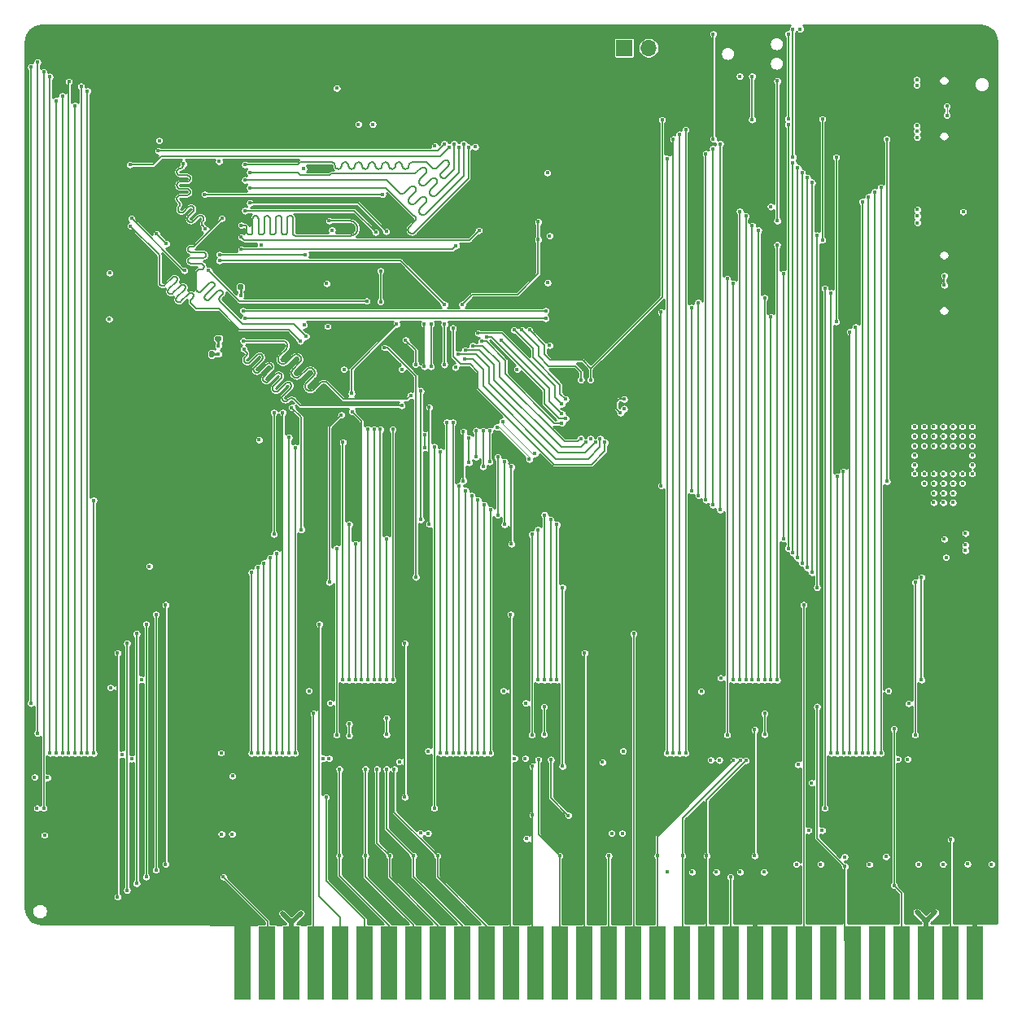
<source format=gbl>
%TF.GenerationSoftware,KiCad,Pcbnew,5.1.6*%
%TF.CreationDate,2020-09-22T14:19:40+02:00*%
%TF.ProjectId,ISASTM,49534153-544d-42e6-9b69-6361645f7063,rev?*%
%TF.SameCoordinates,Original*%
%TF.FileFunction,Copper,L4,Bot*%
%TF.FilePolarity,Positive*%
%FSLAX46Y46*%
G04 Gerber Fmt 4.6, Leading zero omitted, Abs format (unit mm)*
G04 Created by KiCad (PCBNEW 5.1.6) date 2020-09-22 14:19:40*
%MOMM*%
%LPD*%
G01*
G04 APERTURE LIST*
%TA.AperFunction,ComponentPad*%
%ADD10O,2.000000X0.900000*%
%TD*%
%TA.AperFunction,ComponentPad*%
%ADD11O,1.700000X0.900000*%
%TD*%
%TA.AperFunction,ComponentPad*%
%ADD12O,1.700000X1.700000*%
%TD*%
%TA.AperFunction,ComponentPad*%
%ADD13R,1.700000X1.700000*%
%TD*%
%TA.AperFunction,ConnectorPad*%
%ADD14R,1.778000X7.620000*%
%TD*%
%TA.AperFunction,ViaPad*%
%ADD15C,0.450000*%
%TD*%
%TA.AperFunction,Conductor*%
%ADD16C,0.127000*%
%TD*%
%TA.AperFunction,Conductor*%
%ADD17C,0.500000*%
%TD*%
%TA.AperFunction,Conductor*%
%ADD18C,0.138000*%
%TD*%
%TA.AperFunction,Conductor*%
%ADD19C,0.250000*%
%TD*%
%TA.AperFunction,Conductor*%
%ADD20C,0.090000*%
%TD*%
%TA.AperFunction,Conductor*%
%ADD21C,0.254000*%
%TD*%
G04 APERTURE END LIST*
D10*
%TO.P,J4,S1*%
%TO.N,GND*%
X110592000Y-27815000D03*
X110592000Y-19175000D03*
D11*
X114762000Y-27815000D03*
X114762000Y-19175000D03*
%TD*%
D10*
%TO.P,J2,S1*%
%TO.N,GND*%
X110592000Y-45976000D03*
X110592000Y-37336000D03*
D11*
X114762000Y-45976000D03*
X114762000Y-37336000D03*
%TD*%
%TO.P,C36,2*%
%TO.N,GND*%
%TA.AperFunction,SMDPad,CuDef*%
G36*
G01*
X35742500Y-46788000D02*
X35397500Y-46788000D01*
G75*
G02*
X35250000Y-46640500I0J147500D01*
G01*
X35250000Y-46345500D01*
G75*
G02*
X35397500Y-46198000I147500J0D01*
G01*
X35742500Y-46198000D01*
G75*
G02*
X35890000Y-46345500I0J-147500D01*
G01*
X35890000Y-46640500D01*
G75*
G02*
X35742500Y-46788000I-147500J0D01*
G01*
G37*
%TD.AperFunction*%
%TO.P,C36,1*%
%TO.N,+3V3*%
%TA.AperFunction,SMDPad,CuDef*%
G36*
G01*
X35742500Y-47758000D02*
X35397500Y-47758000D01*
G75*
G02*
X35250000Y-47610500I0J147500D01*
G01*
X35250000Y-47315500D01*
G75*
G02*
X35397500Y-47168000I147500J0D01*
G01*
X35742500Y-47168000D01*
G75*
G02*
X35890000Y-47315500I0J-147500D01*
G01*
X35890000Y-47610500D01*
G75*
G02*
X35742500Y-47758000I-147500J0D01*
G01*
G37*
%TD.AperFunction*%
%TD*%
D12*
%TO.P,J3,3*%
%TO.N,GND*%
X82880000Y-17200000D03*
%TO.P,J3,2*%
%TO.N,Net-(J3-Pad2)*%
X80340000Y-17200000D03*
D13*
%TO.P,J3,1*%
%TO.N,+3V3*%
X77800000Y-17200000D03*
%TD*%
%TO.P,C17,2*%
%TO.N,GND*%
%TA.AperFunction,SMDPad,CuDef*%
G36*
G01*
X38047500Y-41425000D02*
X37702500Y-41425000D01*
G75*
G02*
X37555000Y-41277500I0J147500D01*
G01*
X37555000Y-40982500D01*
G75*
G02*
X37702500Y-40835000I147500J0D01*
G01*
X38047500Y-40835000D01*
G75*
G02*
X38195000Y-40982500I0J-147500D01*
G01*
X38195000Y-41277500D01*
G75*
G02*
X38047500Y-41425000I-147500J0D01*
G01*
G37*
%TD.AperFunction*%
%TO.P,C17,1*%
%TO.N,+3V3*%
%TA.AperFunction,SMDPad,CuDef*%
G36*
G01*
X38047500Y-42395000D02*
X37702500Y-42395000D01*
G75*
G02*
X37555000Y-42247500I0J147500D01*
G01*
X37555000Y-41952500D01*
G75*
G02*
X37702500Y-41805000I147500J0D01*
G01*
X38047500Y-41805000D01*
G75*
G02*
X38195000Y-41952500I0J-147500D01*
G01*
X38195000Y-42247500D01*
G75*
G02*
X38047500Y-42395000I-147500J0D01*
G01*
G37*
%TD.AperFunction*%
%TD*%
%TO.P,C13,2*%
%TO.N,GND*%
%TA.AperFunction,SMDPad,CuDef*%
G36*
G01*
X34205000Y-48880500D02*
X34205000Y-49225500D01*
G75*
G02*
X34057500Y-49373000I-147500J0D01*
G01*
X33762500Y-49373000D01*
G75*
G02*
X33615000Y-49225500I0J147500D01*
G01*
X33615000Y-48880500D01*
G75*
G02*
X33762500Y-48733000I147500J0D01*
G01*
X34057500Y-48733000D01*
G75*
G02*
X34205000Y-48880500I0J-147500D01*
G01*
G37*
%TD.AperFunction*%
%TO.P,C13,1*%
%TO.N,+3V3*%
%TA.AperFunction,SMDPad,CuDef*%
G36*
G01*
X35175000Y-48880500D02*
X35175000Y-49225500D01*
G75*
G02*
X35027500Y-49373000I-147500J0D01*
G01*
X34732500Y-49373000D01*
G75*
G02*
X34585000Y-49225500I0J147500D01*
G01*
X34585000Y-48880500D01*
G75*
G02*
X34732500Y-48733000I147500J0D01*
G01*
X35027500Y-48733000D01*
G75*
G02*
X35175000Y-48880500I0J-147500D01*
G01*
G37*
%TD.AperFunction*%
%TD*%
D14*
%TO.P,J1,31*%
%TO.N,GND*%
X38100000Y-112395000D03*
%TO.P,J1,30*%
%TO.N,/OSC*%
X40640000Y-112395000D03*
%TO.P,J1,29*%
%TO.N,+5V*%
X43180000Y-112395000D03*
%TO.P,J1,28*%
%TO.N,/ALE*%
X45720000Y-112395000D03*
%TO.P,J1,27*%
%TO.N,/TC*%
X48260000Y-112395000D03*
%TO.P,J1,26*%
%TO.N,/~DACK2*%
X50800000Y-112395000D03*
%TO.P,J1,25*%
%TO.N,/IRQ3*%
X53340000Y-112395000D03*
%TO.P,J1,24*%
%TO.N,/IRQ4*%
X55880000Y-112395000D03*
%TO.P,J1,23*%
%TO.N,/IRQ5*%
X58420000Y-112395000D03*
%TO.P,J1,22*%
%TO.N,/IRQ6*%
X60960000Y-112395000D03*
%TO.P,J1,21*%
%TO.N,/IRQ7*%
X63500000Y-112395000D03*
%TO.P,J1,20*%
%TO.N,/CLK*%
X66040000Y-112395000D03*
%TO.P,J1,19*%
%TO.N,/~REFRESH*%
X68580000Y-112395000D03*
%TO.P,J1,18*%
%TO.N,/DRQ1*%
X71120000Y-112395000D03*
%TO.P,J1,17*%
%TO.N,/~DACK1*%
X73660000Y-112395000D03*
%TO.P,J1,16*%
%TO.N,/DRQ3*%
X76200000Y-112395000D03*
%TO.P,J1,15*%
%TO.N,/~DACK3*%
X78740000Y-112395000D03*
%TO.P,J1,14*%
%TO.N,/~IOR*%
X81280000Y-112395000D03*
%TO.P,J1,13*%
%TO.N,/~IOW*%
X83820000Y-112395000D03*
%TO.P,J1,12*%
%TO.N,/~SMEMR*%
X86360000Y-112395000D03*
%TO.P,J1,11*%
%TO.N,/~SMEMW*%
X88900000Y-112395000D03*
%TO.P,J1,10*%
%TO.N,GND*%
X91440000Y-112395000D03*
%TO.P,J1,9*%
%TO.N,+12V*%
X93980000Y-112395000D03*
%TO.P,J1,8*%
%TO.N,/~NOWS*%
X96520000Y-112395000D03*
%TO.P,J1,7*%
%TO.N,-12V*%
X99060000Y-112395000D03*
%TO.P,J1,6*%
%TO.N,/DRQ2*%
X101600000Y-112395000D03*
%TO.P,J1,5*%
%TO.N,-5V*%
X104140000Y-112395000D03*
%TO.P,J1,4*%
%TO.N,/IRQ2*%
X106680000Y-112395000D03*
%TO.P,J1,3*%
%TO.N,+5V*%
X109220000Y-112395000D03*
%TO.P,J1,2*%
%TO.N,/ISARESET*%
X111760000Y-112395000D03*
%TO.P,J1,1*%
%TO.N,GND*%
X114300000Y-112395000D03*
%TD*%
D15*
%TO.N,/IO_CH_RDY*%
X91373000Y-88133000D03*
X91373000Y-101233000D03*
%TO.N,/~IO_CH_CK*%
X53073000Y-86933000D03*
X53073000Y-88633000D03*
%TO.N,GND*%
X55900000Y-79600000D03*
X55900000Y-80600000D03*
X55900000Y-75600000D03*
X55900000Y-78600000D03*
X55900000Y-74600000D03*
X55900000Y-77600000D03*
X55900000Y-76600000D03*
X47400000Y-79600000D03*
X47400000Y-80600000D03*
X47400000Y-75600000D03*
X47400000Y-78600000D03*
X47400000Y-74600000D03*
X47400000Y-77600000D03*
X47400000Y-76600000D03*
X46800000Y-53650000D03*
X73600000Y-56000000D03*
X75500000Y-54000000D03*
X75500000Y-56000000D03*
X74100000Y-88900000D03*
X74650000Y-88900000D03*
X37150000Y-107100000D03*
X39050000Y-107100000D03*
X113350000Y-107100000D03*
X115250000Y-107100000D03*
X62920000Y-36750000D03*
X50345000Y-36675000D03*
X63245000Y-35650000D03*
X34645000Y-23900000D03*
X39620000Y-23925000D03*
X46795000Y-29775000D03*
X35595000Y-45350000D03*
X46820000Y-36175000D03*
X26345000Y-49350000D03*
X59625349Y-50427292D03*
X24224800Y-47617000D03*
X24251400Y-42751700D03*
X24200600Y-39017900D03*
X36895000Y-40550000D03*
X35554400Y-33262400D03*
X43911000Y-34941200D03*
X69698799Y-37211602D03*
X69845000Y-42250000D03*
X70045000Y-48750000D03*
X66067997Y-50650000D03*
X54067997Y-50650000D03*
X24345000Y-28550000D03*
X51067997Y-25150000D03*
X46845000Y-41150000D03*
X31871400Y-26521100D03*
X48067997Y-50650000D03*
X90500000Y-107000000D03*
X92400000Y-107000000D03*
X105200000Y-96350000D03*
X104500000Y-96350000D03*
X114600000Y-88750000D03*
X114000000Y-88750000D03*
X94950000Y-88750000D03*
X94350000Y-88750000D03*
X93750000Y-88750000D03*
X84850000Y-98400000D03*
X84300000Y-98400000D03*
X80650000Y-96450000D03*
X79950000Y-96450000D03*
X64550000Y-90600000D03*
X64500000Y-92550000D03*
X63850000Y-98550000D03*
X64550000Y-98550000D03*
X53700000Y-88650000D03*
X54300000Y-88650000D03*
X43550000Y-98500000D03*
X44200000Y-98500000D03*
X56750000Y-96800000D03*
X56750000Y-97350000D03*
X59350000Y-102900000D03*
X60000000Y-102900000D03*
X51950000Y-102800000D03*
X54500000Y-102800000D03*
X56950000Y-102850000D03*
X49350000Y-102800000D03*
X33400000Y-90950000D03*
X34050000Y-90950000D03*
X23250000Y-98550000D03*
X23900000Y-98550000D03*
X22600000Y-98550000D03*
X113050000Y-29900000D03*
X114050000Y-31950000D03*
X112050000Y-31950000D03*
X108600000Y-68300000D03*
X108200000Y-70200000D03*
X114900000Y-68300000D03*
X115600000Y-70200000D03*
X57900000Y-22500000D03*
X51000000Y-22800000D03*
X50500000Y-22200000D03*
X51800000Y-23900000D03*
X48100000Y-23100000D03*
X58000000Y-21600000D03*
X60900000Y-24700000D03*
X62600000Y-25200000D03*
X60100000Y-24000000D03*
X62800000Y-24000000D03*
X66700000Y-61300000D03*
X66700000Y-61800000D03*
X63200000Y-61500000D03*
X74500000Y-33200000D03*
X74100000Y-32800000D03*
X74300000Y-37200000D03*
X73200000Y-37200000D03*
X73200000Y-36200000D03*
X74200000Y-41650000D03*
X74200000Y-42200000D03*
X74750000Y-42200000D03*
X74750000Y-41650000D03*
X57450000Y-27425000D03*
X54850000Y-27425000D03*
X74400000Y-49200000D03*
X74400000Y-48300000D03*
X78700000Y-49700000D03*
X80200000Y-49700000D03*
X80100000Y-54700000D03*
X80100000Y-55300000D03*
X73600000Y-54000000D03*
X99800000Y-104125000D03*
X99800000Y-102825000D03*
X104900000Y-104325000D03*
X104325000Y-100850000D03*
X94300000Y-17800000D03*
X91700000Y-19500000D03*
X56700000Y-92400000D03*
X55500000Y-92400000D03*
X17000000Y-15000000D03*
X18000000Y-15000000D03*
X19000000Y-15000000D03*
X20000000Y-15000000D03*
X21000000Y-15000000D03*
X22000000Y-15000000D03*
X23000000Y-15000000D03*
X24000000Y-15000000D03*
X25000000Y-15000000D03*
X26000000Y-15000000D03*
X27000000Y-15000000D03*
X28000000Y-15000000D03*
X29000000Y-15000000D03*
X30000000Y-15000000D03*
X31000000Y-15000000D03*
X32000000Y-15000000D03*
X33000000Y-15000000D03*
X34000000Y-15000000D03*
X35000000Y-15000000D03*
X36000000Y-15000000D03*
X37000000Y-15000000D03*
X38000000Y-15000000D03*
X39000000Y-15000000D03*
X40000000Y-15000000D03*
X41000000Y-15000000D03*
X42000000Y-15000000D03*
X43000000Y-15000000D03*
X44000000Y-15000000D03*
X45000000Y-15000000D03*
X46000000Y-15000000D03*
X47000000Y-15000000D03*
X48000000Y-15000000D03*
X49000000Y-15000000D03*
X50000000Y-15000000D03*
X51000000Y-15000000D03*
X52000000Y-15000000D03*
X53000000Y-15000000D03*
X54000000Y-15000000D03*
X55000000Y-15000000D03*
X56000000Y-15000000D03*
X57000000Y-15000000D03*
X58000000Y-15000000D03*
X59000000Y-15000000D03*
X60000000Y-15000000D03*
X61000000Y-15000000D03*
X62000000Y-15000000D03*
X63000000Y-15000000D03*
X64000000Y-15000000D03*
X65000000Y-15000000D03*
X66000000Y-15000000D03*
X67000000Y-15000000D03*
X68000000Y-15000000D03*
X69000000Y-15000000D03*
X70000000Y-15000000D03*
X71000000Y-15000000D03*
X72000000Y-15000000D03*
X73000000Y-15000000D03*
X74000000Y-15000000D03*
X75000000Y-15000000D03*
X76000000Y-15000000D03*
X77000000Y-15000000D03*
X78000000Y-15000000D03*
X79000000Y-15000000D03*
X80000000Y-15000000D03*
X81000000Y-15000000D03*
X82000000Y-15000000D03*
X83000000Y-15000000D03*
X84000000Y-15000000D03*
X85000000Y-15000000D03*
X86000000Y-15000000D03*
X87000000Y-15000000D03*
X88000000Y-15000000D03*
X89000000Y-15000000D03*
X90000000Y-15000000D03*
X91000000Y-15000000D03*
X97000000Y-15000000D03*
X98000000Y-15000000D03*
X99000000Y-15000000D03*
X100000000Y-15000000D03*
X101000000Y-15000000D03*
X102000000Y-15000000D03*
X103000000Y-15000000D03*
X104000000Y-15000000D03*
X105000000Y-15000000D03*
X106000000Y-15000000D03*
X107000000Y-15000000D03*
X108000000Y-15000000D03*
X109000000Y-15000000D03*
X110000000Y-15000000D03*
X111000000Y-15000000D03*
X112000000Y-15000000D03*
X113000000Y-15000000D03*
X114000000Y-15000000D03*
X115000000Y-15000000D03*
X15625000Y-17000000D03*
X15625000Y-18000000D03*
X15625000Y-20000000D03*
X15625000Y-21000000D03*
X15625000Y-22000000D03*
X15625000Y-23000000D03*
X15625000Y-24000000D03*
X15625000Y-25000000D03*
X15625000Y-26000000D03*
X15625000Y-27000000D03*
X15625000Y-28000000D03*
X15625000Y-29000000D03*
X15625000Y-30000000D03*
X15625000Y-31000000D03*
X15625000Y-32000000D03*
X15625000Y-33000000D03*
X15625000Y-34000000D03*
X15625000Y-35000000D03*
X15625000Y-36000000D03*
X15625000Y-37000000D03*
X15625000Y-38000000D03*
X15625000Y-39000000D03*
X15625000Y-40000000D03*
X15625000Y-41000000D03*
X15625000Y-42000000D03*
X15625000Y-43000000D03*
X15625000Y-44000000D03*
X15625000Y-45000000D03*
X15625000Y-46000000D03*
X15625000Y-47000000D03*
X15625000Y-48000000D03*
X15625000Y-49000000D03*
X15625000Y-50000000D03*
X15625000Y-51000000D03*
X15625000Y-52000000D03*
X15625000Y-53000000D03*
X15625000Y-54000000D03*
X15625000Y-55000000D03*
X15625000Y-56000000D03*
X15625000Y-57000000D03*
X15625000Y-58000000D03*
X15625000Y-59000000D03*
X15625000Y-60000000D03*
X15625000Y-61000000D03*
X15625000Y-62000000D03*
X15625000Y-63000000D03*
X15625000Y-64000000D03*
X15625000Y-65000000D03*
X15625000Y-66000000D03*
X15625000Y-67000000D03*
X15625000Y-68000000D03*
X15625000Y-69000000D03*
X15625000Y-70000000D03*
X15625000Y-71000000D03*
X15625000Y-72000000D03*
X15625000Y-73000000D03*
X15625000Y-74000000D03*
X15625000Y-75000000D03*
X15625000Y-76000000D03*
X15625000Y-77000000D03*
X15625000Y-78000000D03*
X15625000Y-79000000D03*
X15625000Y-80000000D03*
X15625000Y-81000000D03*
X15625000Y-82000000D03*
X15625000Y-83000000D03*
X15625000Y-84000000D03*
X15625000Y-85000000D03*
X15625000Y-86000000D03*
X15625000Y-87000000D03*
X15625000Y-88000000D03*
X15625000Y-89000000D03*
X15625000Y-90000000D03*
X15625000Y-91000000D03*
X15625000Y-92000000D03*
X15625000Y-93000000D03*
X15625000Y-94000000D03*
X15625000Y-95000000D03*
X15625000Y-96000000D03*
X15625000Y-97000000D03*
X15625000Y-98000000D03*
X15625000Y-99000000D03*
X15625000Y-100000000D03*
X15625000Y-101000000D03*
X15625000Y-102000000D03*
X15625000Y-103000000D03*
X15625000Y-104000000D03*
X15625000Y-105000000D03*
X15625000Y-106000000D03*
X116400000Y-18000000D03*
X116400000Y-19000000D03*
X116400000Y-20000000D03*
X116400000Y-21000000D03*
X116400000Y-22000000D03*
X116400000Y-23000000D03*
X116400000Y-24000000D03*
X116400000Y-25000000D03*
X116400000Y-26000000D03*
X116400000Y-27000000D03*
X116400000Y-28000000D03*
X116400000Y-29000000D03*
X116400000Y-30000000D03*
X116400000Y-31000000D03*
X116400000Y-32000000D03*
X116400000Y-33000000D03*
X116400000Y-34000000D03*
X116400000Y-35000000D03*
X116400000Y-36000000D03*
X116400000Y-37000000D03*
X116400000Y-38000000D03*
X116400000Y-39000000D03*
X116400000Y-40000000D03*
X116400000Y-41000000D03*
X116400000Y-42000000D03*
X116400000Y-43000000D03*
X116400000Y-44000000D03*
X116400000Y-45000000D03*
X116400000Y-46000000D03*
X116400000Y-47000000D03*
X116400000Y-48000000D03*
X116400000Y-49000000D03*
X116400000Y-50000000D03*
X116400000Y-51000000D03*
X116400000Y-52000000D03*
X116400000Y-53000000D03*
X116400000Y-54000000D03*
X116400000Y-55000000D03*
X116400000Y-56000000D03*
X116400000Y-57000000D03*
X116400000Y-58000000D03*
X116400000Y-59000000D03*
X116400000Y-60000000D03*
X116400000Y-61000000D03*
X116400000Y-62000000D03*
X116400000Y-63000000D03*
X116400000Y-64000000D03*
X116400000Y-65000000D03*
X116400000Y-66000000D03*
X116400000Y-67000000D03*
X116400000Y-68000000D03*
X116400000Y-69000000D03*
X116400000Y-70000000D03*
X116400000Y-71000000D03*
X116400000Y-72000000D03*
X116400000Y-73000000D03*
X116400000Y-74000000D03*
X116400000Y-75000000D03*
X116400000Y-76000000D03*
X116400000Y-77000000D03*
X116400000Y-78000000D03*
X116400000Y-79000000D03*
X116400000Y-80000000D03*
X116400000Y-81000000D03*
X116400000Y-82000000D03*
X116400000Y-83000000D03*
X116400000Y-84000000D03*
X116400000Y-85000000D03*
X116400000Y-86000000D03*
X116400000Y-87000000D03*
X116400000Y-88000000D03*
X116400000Y-89000000D03*
X116400000Y-90000000D03*
X116400000Y-91000000D03*
X116400000Y-92000000D03*
X116400000Y-93000000D03*
X116400000Y-94000000D03*
X116400000Y-95000000D03*
X116400000Y-96000000D03*
X116400000Y-97000000D03*
X116400000Y-98000000D03*
X116400000Y-99000000D03*
X116400000Y-100000000D03*
X116400000Y-101000000D03*
X116400000Y-103000000D03*
X116400000Y-104000000D03*
X116400000Y-105000000D03*
X116400000Y-106000000D03*
X116400000Y-107000000D03*
X116400000Y-108000000D03*
X69800000Y-32200000D03*
X69800000Y-34200000D03*
X69700000Y-35500000D03*
X62600000Y-45900000D03*
X58400000Y-46400000D03*
X58400000Y-54700000D03*
X54900000Y-56900000D03*
X55600000Y-54200000D03*
X54050000Y-53050000D03*
X50400000Y-50400000D03*
X49400000Y-48800000D03*
X46500000Y-50800000D03*
X43800000Y-53300000D03*
X42600000Y-54600000D03*
X45200000Y-53600000D03*
X40600000Y-57700000D03*
X22400000Y-63600000D03*
X23100000Y-88000000D03*
X24600000Y-88000000D03*
X24600000Y-84900000D03*
X23100000Y-84900000D03*
X25400000Y-79500000D03*
X26500000Y-78500000D03*
X27500000Y-77600000D03*
X28500000Y-76600000D03*
X29500000Y-75600000D03*
X38500000Y-74600000D03*
X38500000Y-80600000D03*
X38500000Y-79600000D03*
X38500000Y-78600000D03*
X38500000Y-77600000D03*
X38500000Y-76600000D03*
X38500000Y-75600000D03*
X66900000Y-68800000D03*
X71400000Y-67500000D03*
X71400000Y-68800000D03*
X94200000Y-74200000D03*
X84800000Y-74300000D03*
X71900000Y-76600000D03*
X67100000Y-81100000D03*
X70700000Y-88700000D03*
X88300000Y-28700000D03*
X85200000Y-28700000D03*
X93200000Y-28700000D03*
X96900000Y-29700000D03*
X91800000Y-34500000D03*
X92700000Y-35900000D03*
X94400000Y-37700000D03*
X97900000Y-35900000D03*
X99200000Y-36700000D03*
X106100000Y-85800000D03*
X106700000Y-88500000D03*
X100300000Y-60600000D03*
X101200000Y-44200000D03*
X93100000Y-44000000D03*
X98900000Y-41300000D03*
X32600000Y-65700000D03*
X41100000Y-94700000D03*
X25600000Y-91900000D03*
X26600000Y-91900000D03*
X25600000Y-88000000D03*
X26600000Y-88000000D03*
X24600000Y-89200000D03*
X44200000Y-90600000D03*
X47700000Y-58200000D03*
X45700000Y-58200000D03*
X39900000Y-70300000D03*
X80400000Y-52200000D03*
X100300000Y-53000000D03*
X100200000Y-47300000D03*
X79300000Y-57900000D03*
X78400000Y-56800000D03*
X100300000Y-54500000D03*
X100300000Y-55300000D03*
X100300000Y-57900000D03*
X105700000Y-55000000D03*
X106700000Y-56000000D03*
X112400000Y-48300000D03*
X113700000Y-48900000D03*
X114800000Y-30800000D03*
X111400000Y-30800000D03*
X113800000Y-35300000D03*
X112300000Y-35300000D03*
%TO.N,/OSC*%
X36073000Y-103433000D03*
%TO.N,+5V*%
X42250000Y-107250000D03*
X44150000Y-107250000D03*
X108250000Y-107100000D03*
X110150000Y-107100000D03*
X77800000Y-54745000D03*
X25600000Y-90700000D03*
X26550000Y-91150000D03*
X47100000Y-91100000D03*
X46488500Y-91100000D03*
X67500000Y-91100000D03*
X66400000Y-91100000D03*
X87700000Y-91300000D03*
X86800000Y-91300000D03*
X106300000Y-91200000D03*
X107300000Y-91200000D03*
X97000000Y-98600000D03*
X98400000Y-98600000D03*
X76500000Y-98900000D03*
X77600000Y-98900000D03*
X57400000Y-98900000D03*
X56613803Y-98886197D03*
X37000000Y-99000000D03*
X35900000Y-99000000D03*
X16700000Y-96300000D03*
X17500000Y-99100000D03*
X113305000Y-67695000D03*
X113300000Y-68900000D03*
X113300000Y-69500000D03*
X108300000Y-34000000D03*
X108300000Y-34700000D03*
X108300000Y-35400000D03*
X95725000Y-102125000D03*
X98225000Y-102125000D03*
X100750000Y-101350000D03*
X103325000Y-102150000D03*
X105050000Y-101325000D03*
X108425000Y-102125000D03*
X110975000Y-102125000D03*
X113525000Y-102100000D03*
X116025000Y-102125000D03*
X82275000Y-102950000D03*
X84850000Y-102950000D03*
X87375000Y-102950000D03*
X89850000Y-102950000D03*
X92350000Y-102925000D03*
X67640000Y-99460000D03*
%TO.N,/ALE*%
X92415000Y-88633000D03*
X92415000Y-86433000D03*
X45473000Y-86433000D03*
%TO.N,/TC*%
X28073000Y-103433000D03*
X28073000Y-77133000D03*
X46073000Y-77133000D03*
%TO.N,/~DACK2*%
X26073000Y-104833000D03*
X26073000Y-79133000D03*
X54973000Y-79133000D03*
X54973000Y-95133000D03*
X46773000Y-95133000D03*
%TO.N,/IRQ3*%
X48173000Y-92233000D03*
X48173000Y-101233000D03*
%TO.N,/IRQ4*%
X50873000Y-92233000D03*
X50873000Y-101233000D03*
%TO.N,/IRQ5*%
X52073000Y-92233000D03*
X53373000Y-101233000D03*
%TO.N,/IRQ6*%
X53073000Y-92233000D03*
X55873000Y-101233000D03*
%TO.N,/IRQ7*%
X53873000Y-92233000D03*
X58373000Y-101233000D03*
%TO.N,/CLK*%
X29073000Y-102733000D03*
X29073000Y-76133000D03*
X65973000Y-76133000D03*
%TO.N,/~REFRESH*%
X97873000Y-36700000D03*
X97873000Y-73333000D03*
X71373000Y-73333000D03*
X71373000Y-91933000D03*
X68273000Y-91933000D03*
X68273000Y-97003000D03*
%TO.N,/DRQ1*%
X68873000Y-91233000D03*
X71073000Y-101233000D03*
%TO.N,/~DACK1*%
X25073000Y-105533000D03*
X25073000Y-80133000D03*
X73673000Y-80133000D03*
%TO.N,/DRQ3*%
X70173000Y-91233000D03*
X76188000Y-101248000D03*
X71973000Y-97033000D03*
%TO.N,/~DACK3*%
X27073000Y-104133000D03*
X27073000Y-78133000D03*
X78773000Y-78133000D03*
%TO.N,/~IOR*%
X81273000Y-101233000D03*
X89173000Y-91333000D03*
%TO.N,/~IOW*%
X89873000Y-91333000D03*
X83873000Y-101233000D03*
%TO.N,/~SMEMR*%
X90473000Y-91333000D03*
X86373000Y-101233000D03*
%TO.N,/~SMEMW*%
X88873000Y-103433000D03*
%TO.N,/DRQ2*%
X100773000Y-102333000D03*
X69473000Y-88633000D03*
X69473000Y-85733000D03*
X97873000Y-85733000D03*
%TO.N,/IRQ2*%
X105873000Y-88033000D03*
X105873000Y-104333000D03*
X49173000Y-88733000D03*
X49173000Y-87533000D03*
%TO.N,Net-(C1-Pad1)*%
X46948000Y-46183000D03*
X39798000Y-57983000D03*
%TO.N,Net-(C2-Pad2)*%
X61648000Y-57784500D03*
X61648000Y-60358000D03*
%TO.N,+3V3*%
X112000000Y-62500000D03*
X109000000Y-62500000D03*
X113000000Y-62500000D03*
X111000000Y-62500000D03*
X110000000Y-62500000D03*
X112000000Y-63500000D03*
X111000000Y-63500000D03*
X110000000Y-63500000D03*
X112000000Y-64500000D03*
X110000000Y-64500000D03*
X111000000Y-64500000D03*
X111100000Y-68300000D03*
X111300000Y-70200000D03*
X74300000Y-57845000D03*
X51645000Y-25150000D03*
X50145000Y-25150000D03*
X46845000Y-41727003D03*
X70045000Y-36750000D03*
X69845000Y-41650000D03*
X70045000Y-48150000D03*
X66645000Y-50650000D03*
X54645000Y-50650000D03*
X48645000Y-50650000D03*
X35645000Y-29002915D03*
X37895000Y-42950000D03*
X24200600Y-45418700D03*
X24251400Y-40630800D03*
X47396998Y-36173080D03*
X44482500Y-46028300D03*
X60245000Y-50450000D03*
X44445000Y-29775000D03*
X29434000Y-26840000D03*
X35570000Y-48203000D03*
X35570000Y-49053000D03*
X17810500Y-93100000D03*
X16450000Y-93050000D03*
X27550000Y-82900000D03*
X24350000Y-83750000D03*
X35850000Y-90550000D03*
X37050000Y-92950000D03*
X45000000Y-84100000D03*
X47200000Y-85350000D03*
X28375000Y-71150000D03*
X54400000Y-91450000D03*
X57400000Y-90350000D03*
X65250000Y-84100000D03*
X67550000Y-85350000D03*
X75550000Y-91500000D03*
X77700000Y-90350000D03*
X85800000Y-84150000D03*
X87850000Y-82750000D03*
X95900000Y-91750000D03*
X97300000Y-93650000D03*
X105300000Y-84100000D03*
X107400000Y-85400000D03*
X108000000Y-61500000D03*
X109000000Y-61500000D03*
X110000000Y-61500000D03*
X111000000Y-61500000D03*
X112000000Y-61500000D03*
X113000000Y-61500000D03*
X114000000Y-61500000D03*
X108000000Y-56600000D03*
X109000000Y-56600000D03*
X110000000Y-56600000D03*
X111000000Y-56600000D03*
X112000000Y-56600000D03*
X113000000Y-56600000D03*
X114000000Y-56600000D03*
X108000000Y-57600000D03*
X109000000Y-57600000D03*
X110000000Y-57600000D03*
X111000000Y-57600000D03*
X112000000Y-57600000D03*
X113000000Y-57600000D03*
X114000000Y-57600000D03*
X108000000Y-58600000D03*
X109000000Y-58600000D03*
X110000000Y-58600000D03*
X111000000Y-58600000D03*
X112000000Y-58600000D03*
X113000000Y-58600000D03*
X114000000Y-58600000D03*
X108000000Y-59600000D03*
X114000000Y-59600000D03*
X108000000Y-60600000D03*
X114000000Y-60600000D03*
X47900000Y-21400000D03*
X58100000Y-27400000D03*
X62300000Y-27500000D03*
X69800000Y-30200000D03*
X93050000Y-33725000D03*
X40025000Y-37675000D03*
X89825000Y-20150000D03*
X96100000Y-15250000D03*
%TO.N,/ISARESET*%
X111773000Y-99533000D03*
%TO.N,/BOOT0*%
X93725000Y-35200000D03*
X93725000Y-20650000D03*
%TO.N,/MEM_PF0*%
X38845000Y-31750000D03*
X61595000Y-27550000D03*
%TO.N,/MEM_PF1*%
X38345000Y-30950000D03*
X61098263Y-27200000D03*
%TO.N,/MEM_PF2*%
X60595000Y-27550000D03*
X38845000Y-30150000D03*
%TO.N,/MEM_PF3*%
X60095000Y-27200000D03*
X38345000Y-29350000D03*
%TO.N,/MEM_PF4*%
X59595000Y-27550000D03*
X26370000Y-29350000D03*
%TO.N,/MEM_PF5*%
X59095000Y-27200000D03*
X29306794Y-27919016D03*
%TO.N,/MEM_PH5*%
X34173000Y-36017000D03*
X31942294Y-29273365D03*
%TO.N,/MEM_PF11*%
X37944000Y-35650000D03*
X47095000Y-35200000D03*
%TO.N,/MEM_PG0*%
X44645000Y-38703263D03*
X35695000Y-38700000D03*
%TO.N,/MEM_PH6*%
X44695000Y-47200000D03*
X35945000Y-34950000D03*
%TO.N,/MEM_PH7*%
X44105349Y-47700000D03*
X26445000Y-35750000D03*
%TO.N,/MEM_PD14*%
X38245000Y-48550000D03*
X54645000Y-54427000D03*
%TO.N,/MEM_PD15*%
X55591737Y-53350000D03*
X38179803Y-47700000D03*
%TO.N,/MEM_PG2*%
X26545000Y-34950000D03*
X34545000Y-40350000D03*
X32045000Y-40350000D03*
X56100000Y-50145000D03*
X55055000Y-47608000D03*
X51022000Y-43550000D03*
%TO.N,/MEM_PG4*%
X38345000Y-34150000D03*
X51950000Y-36395000D03*
X57000000Y-50345000D03*
X57000000Y-45945000D03*
%TO.N,/MEM_PG5*%
X38845000Y-33350000D03*
X53050000Y-36295000D03*
X57700000Y-50345000D03*
X57700000Y-45945000D03*
%TO.N,/MEM_PG8*%
X35695000Y-39350000D03*
X30172266Y-37582997D03*
X29139269Y-36550000D03*
X59095000Y-50150000D03*
X59100000Y-45945000D03*
X59100000Y-43895000D03*
%TO.N,/MEM_PD0*%
X38345000Y-45350000D03*
X69645000Y-45350000D03*
%TO.N,/MEM_PD1*%
X38145000Y-44550000D03*
X69645000Y-44550000D03*
%TO.N,/MEM_PG15*%
X37950000Y-36890000D03*
X62695000Y-36200000D03*
%TO.N,/MEM_PE0*%
X37945000Y-38150000D03*
X60295000Y-37800000D03*
%TO.N,/MEM_PE1*%
X34145000Y-32450000D03*
X52650000Y-32445000D03*
%TO.N,/DATA_DIR*%
X98675000Y-96302000D03*
X98675000Y-42202000D03*
%TO.N,/CONTROL1_DIR*%
X88515000Y-88683000D03*
X88515000Y-41208000D03*
%TO.N,/IRQ_DIR*%
X47880000Y-88684000D03*
X47895000Y-69258000D03*
X94870000Y-69258000D03*
X94870000Y-25183000D03*
%TO.N,/CONTROL2_DIR*%
X68200000Y-88684000D03*
X41370000Y-55133000D03*
X68195000Y-67808000D03*
X41370000Y-67808000D03*
%TO.N,/SPARE1_DIR*%
X108078000Y-88684000D03*
X48370000Y-55383000D03*
X108073000Y-72783000D03*
X47123000Y-72783000D03*
%TO.N,/ADDRESS_DIR*%
X58040000Y-96304000D03*
X58035000Y-58703000D03*
%TO.N,Net-(U12-Pad15)*%
X22595000Y-90578000D03*
X22595000Y-64278000D03*
%TO.N,/CONTROL3_DIR*%
X17395000Y-96302000D03*
X17395000Y-19702000D03*
%TO.N,/SPARE2_DIR*%
X16755000Y-88483000D03*
X16747000Y-18700000D03*
%TO.N,Net-(C10-Pad2)*%
X77800000Y-53745000D03*
X77400000Y-55195000D03*
%TO.N,/~RESET*%
X74300000Y-51745000D03*
X67950000Y-46545000D03*
X91100000Y-20150000D03*
X91100000Y-24675000D03*
X81750000Y-24675000D03*
%TO.N,/~NOWS*%
X30073000Y-102133000D03*
X30073000Y-75133000D03*
X96473000Y-75133000D03*
%TO.N,Net-(J4-PadA4)*%
X108250000Y-21100000D03*
X108273000Y-25895000D03*
X113075000Y-34250000D03*
X108250000Y-25300000D03*
X108273000Y-26498000D03*
X108250000Y-20500000D03*
%TO.N,/USB_FS_D+*%
X65155521Y-56057479D03*
X68518021Y-59419979D03*
%TO.N,/USB_FS_D-*%
X64554479Y-56658521D03*
X67916979Y-60021021D03*
X111373000Y-24233000D03*
X111390000Y-23250000D03*
%TO.N,/SWO*%
X98425000Y-37200000D03*
X94875000Y-15750000D03*
X94875000Y-24600000D03*
X98425000Y-24600000D03*
%TO.N,/SWCLK*%
X99875000Y-45700000D03*
X95350000Y-15250000D03*
X95350000Y-28575000D03*
X99875000Y-28575000D03*
%TO.N,/SWDIO*%
X61073000Y-57108000D03*
X61073000Y-62233000D03*
X105142000Y-62283000D03*
X87050000Y-15750000D03*
X87050000Y-26700000D03*
X105125000Y-26700000D03*
%TO.N,/~DATA_OE*%
X99325000Y-90577000D03*
X99325000Y-42702000D03*
%TO.N,/~ADDRESS_OE*%
X58690000Y-90579000D03*
X58685000Y-59203000D03*
%TO.N,/~CONTROL1_OE*%
X89165000Y-82958000D03*
X89165000Y-41708000D03*
%TO.N,/~CONTROL2_OE*%
X68850000Y-82959000D03*
X43195000Y-54608000D03*
X68820000Y-67308000D03*
X44195000Y-67308000D03*
%TO.N,/~CONTROL3_OE*%
X18045000Y-90578000D03*
X18020000Y-20200000D03*
%TO.N,/~IRQ_OE*%
X48530000Y-82958000D03*
X48520000Y-58208000D03*
%TO.N,/~SPARE1_OE*%
X108728000Y-82958000D03*
X52845000Y-48383000D03*
X108720000Y-72258000D03*
X56123000Y-72258000D03*
%TO.N,/~SPARE2_OE*%
X16080000Y-85383000D03*
X16080000Y-19208000D03*
%TO.N,/LV_A16*%
X82255000Y-90578000D03*
X82255000Y-28703000D03*
%TO.N,/LV_A13*%
X62590000Y-90579000D03*
X62585000Y-64253000D03*
X86285000Y-64253000D03*
X86285000Y-28203000D03*
%TO.N,/LV_A14*%
X63240000Y-90579000D03*
X63235000Y-64753000D03*
X87035000Y-64753000D03*
X87035000Y-27703000D03*
%TO.N,/LV_A15*%
X63890000Y-90579000D03*
X63885000Y-65253000D03*
X87785000Y-65253000D03*
X87785000Y-27203000D03*
%TO.N,/LV_A17*%
X82905000Y-90578000D03*
X82905000Y-26703000D03*
%TO.N,/LV_A18*%
X83555000Y-90578000D03*
X83555000Y-26203000D03*
%TO.N,/LV_A19*%
X84205000Y-90578000D03*
X84205000Y-25703000D03*
%TO.N,/OTG_HS_ULPI_STP*%
X73300000Y-51745000D03*
X67150000Y-46545000D03*
%TO.N,/OTG_HS_ULPI_DIR*%
X71700000Y-53745000D03*
X66350000Y-46545000D03*
%TO.N,/LV_DRQ1*%
X69500000Y-82959000D03*
X62385000Y-57028000D03*
X69495000Y-65783000D03*
X64645000Y-65783000D03*
X64645000Y-59758000D03*
X62395000Y-59758000D03*
%TO.N,/LV_DRQ2*%
X70150000Y-82959000D03*
X70145000Y-66258000D03*
X56620000Y-66258000D03*
X56620000Y-52883000D03*
%TO.N,/LV_DRQ3*%
X70800000Y-82959000D03*
X63810000Y-57028000D03*
X70795000Y-66783000D03*
X65345000Y-66783000D03*
X65345000Y-60258000D03*
X63795000Y-60258000D03*
%TO.N,/OTG_HS_ULPI_D0*%
X71300000Y-55245000D03*
X65050000Y-47595000D03*
%TO.N,/LV_ISARESET*%
X93715000Y-82958000D03*
X93715000Y-37708000D03*
%TO.N,/OTG_HS_ULPI_CK*%
X71300000Y-54245000D03*
X62600000Y-46874000D03*
%TO.N,/~LV_DACK1*%
X18695000Y-90578000D03*
X18695000Y-22703000D03*
%TO.N,/~LV_DACK2*%
X19345000Y-90578000D03*
X19345000Y-22203000D03*
%TO.N,/LV_TC*%
X20645000Y-90578000D03*
X20645000Y-23203000D03*
%TO.N,/LV_CLK*%
X21295000Y-90578000D03*
X21298000Y-21200000D03*
%TO.N,/OTG_HS_ULPI_D1*%
X71700000Y-55745000D03*
X63500000Y-47295000D03*
%TO.N,/OTG_HS_ULPI_D2*%
X71300000Y-56245000D03*
X62950000Y-47745000D03*
%TO.N,/LV_IO_CH_RDY*%
X49180000Y-82958000D03*
X49170000Y-66758000D03*
X57520000Y-66758000D03*
X57520000Y-54583000D03*
%TO.N,/OTG_HS_ULPI_D3*%
X73300000Y-57845000D03*
X62050000Y-48195000D03*
%TO.N,/OTG_HS_ULPI_D4*%
X73800000Y-58245000D03*
X61250000Y-48645000D03*
%TO.N,/LV_A0*%
X39020000Y-90579000D03*
X39020000Y-71758000D03*
X97345000Y-71758000D03*
X97345000Y-31208000D03*
%TO.N,/LV_A1*%
X39670000Y-90579000D03*
X39670000Y-71258000D03*
X96845000Y-71258000D03*
X96845000Y-30708000D03*
%TO.N,/LV_A2*%
X40320000Y-90579000D03*
X40320000Y-70783000D03*
X96320000Y-70783000D03*
X96320000Y-30183000D03*
%TO.N,/LV_A3*%
X40970000Y-90579000D03*
X40970000Y-70258000D03*
X95845000Y-70258000D03*
X95845000Y-29683000D03*
%TO.N,/LV_A4*%
X41620000Y-90579000D03*
X41620000Y-69783000D03*
X95345000Y-69758000D03*
X95345000Y-29183000D03*
%TO.N,/OTG_HS_ULPI_D5*%
X74800000Y-58245000D03*
X60550000Y-49095000D03*
%TO.N,/OTG_HS_ULPI_D6*%
X75300000Y-57845000D03*
X61200000Y-49545000D03*
%TO.N,/~LV_IO_CH_CK*%
X53730000Y-82958000D03*
X53730000Y-56883000D03*
%TO.N,/~LV_NOWS*%
X21945000Y-90578000D03*
X21942000Y-21700000D03*
%TO.N,/LV_A8*%
X59340000Y-90579000D03*
X59340000Y-56133000D03*
%TO.N,/LV_A9*%
X59990000Y-90579000D03*
X59980000Y-56133000D03*
%TO.N,/~LV_DACK3*%
X20020000Y-20700000D03*
X19995000Y-90578000D03*
%TO.N,/LV_AEN*%
X92415000Y-82958000D03*
X92415000Y-43208000D03*
%TO.N,/LV_ALE*%
X93065000Y-82958000D03*
X93065000Y-45208000D03*
%TO.N,/LV_A5*%
X42270000Y-90579000D03*
X52455000Y-40408000D03*
X52455000Y-43608000D03*
X54129000Y-45949313D03*
X49430000Y-53133000D03*
X42280000Y-55133000D03*
%TO.N,/LV_A6*%
X42920000Y-90579000D03*
X42920000Y-57733000D03*
%TO.N,/LV_A7*%
X43570000Y-90579000D03*
X43570000Y-58758000D03*
X57070000Y-58758000D03*
X57070000Y-57483000D03*
%TO.N,/LV_D0*%
X99975000Y-90577000D03*
X99948000Y-61758000D03*
%TO.N,/LV_D1*%
X100625000Y-90577000D03*
X100610000Y-61258000D03*
%TO.N,/LV_D2*%
X101275000Y-90577000D03*
X101273000Y-46733000D03*
%TO.N,/LV_D3*%
X101925000Y-90577000D03*
X101873000Y-46233000D03*
%TO.N,/LV_A10*%
X60640000Y-90579000D03*
X60645000Y-62755000D03*
X81645000Y-62755000D03*
X81640000Y-44700000D03*
%TO.N,/LV_A11*%
X61290000Y-90579000D03*
X61285000Y-63253000D03*
X84810000Y-63278000D03*
X84810000Y-44203000D03*
%TO.N,/LV_A12*%
X61940000Y-90579000D03*
X61925000Y-63778000D03*
X85520000Y-63778000D03*
X85510000Y-43703000D03*
%TO.N,/LV_IRQ2*%
X49830000Y-82958000D03*
X63110000Y-57028000D03*
X63120000Y-60783000D03*
X66070000Y-60783000D03*
X66070000Y-68808000D03*
X49845000Y-68808000D03*
%TO.N,/LV_IRQ3*%
X50480000Y-82958000D03*
X49505000Y-55058000D03*
%TO.N,/LV_IRQ4*%
X51130000Y-82958000D03*
X51130000Y-56883000D03*
%TO.N,/LV_IRQ5*%
X51780000Y-82958000D03*
X51780000Y-56883000D03*
%TO.N,/LV_IRQ6*%
X52430000Y-82958000D03*
X52430000Y-56883000D03*
%TO.N,/LV_IRQ7*%
X53080000Y-82958000D03*
X53070000Y-68283000D03*
X94370000Y-68283000D03*
X94370000Y-40683000D03*
%TO.N,/OTG_HS_ULPI_D7*%
X75800000Y-58245000D03*
X68850000Y-35295000D03*
X68850000Y-37145000D03*
X60950000Y-43895000D03*
X60000000Y-46345000D03*
%TO.N,/~LV_SMEMW*%
X91765000Y-82958000D03*
X91765000Y-36183000D03*
%TO.N,/~LV_SMEMR*%
X91115000Y-82958000D03*
X91115000Y-35683000D03*
%TO.N,/~LV_IOW*%
X90465000Y-82958000D03*
X90465000Y-34708000D03*
%TO.N,/~LV_IOR*%
X89815000Y-82958000D03*
X89815000Y-34208000D03*
%TO.N,/LV_D4*%
X102575000Y-90577000D03*
X102575000Y-33202000D03*
%TO.N,/LV_D5*%
X103225000Y-90577000D03*
X103225000Y-32702000D03*
%TO.N,/LV_D6*%
X103875000Y-90577000D03*
X103875000Y-32202000D03*
%TO.N,/LV_D7*%
X104525000Y-90577000D03*
X104525000Y-31702000D03*
%TO.N,/USB_HS+*%
X111110000Y-40905000D03*
X111110000Y-41905000D03*
%TD*%
D16*
%TO.N,/IO_CH_RDY*%
X91373000Y-88133000D02*
X91373000Y-101233000D01*
%TO.N,/~IO_CH_CK*%
X53073000Y-88633000D02*
X53073000Y-86933000D01*
D17*
%TO.N,GND*%
X38090000Y-112495000D02*
X38090000Y-108040000D01*
X38090000Y-108040000D02*
X37150000Y-107100000D01*
X38110000Y-108040000D02*
X39050000Y-107100000D01*
X38090000Y-108040000D02*
X38110000Y-108040000D01*
X114290000Y-112495000D02*
X114290000Y-108040000D01*
X114290000Y-108040000D02*
X113350000Y-107100000D01*
X114310000Y-108040000D02*
X115250000Y-107100000D01*
X114290000Y-108040000D02*
X114310000Y-108040000D01*
D18*
X35592500Y-45352500D02*
X35595000Y-45350000D01*
X36975800Y-40630800D02*
X36895000Y-40550000D01*
X35554400Y-33262400D02*
X35554400Y-33252100D01*
D19*
X35570000Y-45375000D02*
X35595000Y-45350000D01*
X35570000Y-46493000D02*
X35570000Y-45375000D01*
X26642000Y-49053000D02*
X26345000Y-49350000D01*
X33910000Y-49053000D02*
X26642000Y-49053000D01*
D17*
X91440000Y-107940000D02*
X90500000Y-107000000D01*
X91440000Y-112395000D02*
X91440000Y-107940000D01*
X91460000Y-107940000D02*
X92400000Y-107000000D01*
X91440000Y-107940000D02*
X91460000Y-107940000D01*
D19*
X36895000Y-40550000D02*
X37275000Y-40550000D01*
X37275000Y-40550000D02*
X37900000Y-41175000D01*
D16*
%TO.N,/OSC*%
X36073000Y-103433000D02*
X40673000Y-108033000D01*
X40673000Y-108033000D02*
X40673000Y-112433000D01*
D17*
%TO.N,+5V*%
X43190000Y-112645000D02*
X43190000Y-108190000D01*
X43190000Y-108190000D02*
X42250000Y-107250000D01*
X43210000Y-108190000D02*
X44150000Y-107250000D01*
X43190000Y-108190000D02*
X43210000Y-108190000D01*
X109190000Y-112495000D02*
X109190000Y-108040000D01*
X109190000Y-108040000D02*
X108250000Y-107100000D01*
X109210000Y-108040000D02*
X110150000Y-107100000D01*
X109190000Y-108040000D02*
X109210000Y-108040000D01*
D16*
%TO.N,/ALE*%
X92415000Y-88633000D02*
X92415000Y-86433000D01*
X45473000Y-86433000D02*
X45473000Y-111933000D01*
X45473000Y-111933000D02*
X45573000Y-112033000D01*
%TO.N,/TC*%
X28073000Y-103433000D02*
X28073000Y-77133000D01*
X46073000Y-77133000D02*
X46073000Y-105433000D01*
X46073000Y-105433000D02*
X48273000Y-107633000D01*
X48273000Y-107633000D02*
X48273000Y-112533000D01*
%TO.N,/~DACK2*%
X26073000Y-104833000D02*
X26073000Y-79133000D01*
X54973000Y-79133000D02*
X54973000Y-95133000D01*
X46773000Y-95133000D02*
X46773000Y-103833000D01*
X46773000Y-103833000D02*
X50773000Y-107833000D01*
X50773000Y-107833000D02*
X50773000Y-112433000D01*
%TO.N,/IRQ3*%
X48173000Y-92233000D02*
X48173000Y-101233000D01*
X53340000Y-112395000D02*
X53340000Y-108500000D01*
X48173000Y-103333000D02*
X48173000Y-101233000D01*
X53340000Y-108500000D02*
X48173000Y-103333000D01*
%TO.N,/IRQ4*%
X50873000Y-92233000D02*
X50873000Y-101233000D01*
X55880000Y-112395000D02*
X55880000Y-108440000D01*
X50873000Y-103433000D02*
X50873000Y-101233000D01*
X55880000Y-108440000D02*
X50873000Y-103433000D01*
%TO.N,/IRQ5*%
X52073000Y-99933000D02*
X52073000Y-92233000D01*
X53373000Y-101233000D02*
X52073000Y-99933000D01*
X58420000Y-112395000D02*
X58420000Y-108480000D01*
X53373000Y-103433000D02*
X53373000Y-101233000D01*
X58420000Y-108480000D02*
X53373000Y-103433000D01*
%TO.N,/IRQ6*%
X53073000Y-98433000D02*
X55873000Y-101233000D01*
X53073000Y-92233000D02*
X53073000Y-98433000D01*
X60960000Y-112395000D02*
X60960000Y-108520000D01*
X55873000Y-103433000D02*
X55873000Y-101233000D01*
X60960000Y-108520000D02*
X55873000Y-103433000D01*
%TO.N,/IRQ7*%
X53873000Y-96733000D02*
X58373000Y-101233000D01*
X53873000Y-92233000D02*
X53873000Y-96733000D01*
X63500000Y-112395000D02*
X63500000Y-108560000D01*
X58373000Y-103433000D02*
X58373000Y-101233000D01*
X63500000Y-108560000D02*
X58373000Y-103433000D01*
%TO.N,/CLK*%
X29073000Y-102733000D02*
X29073000Y-76133000D01*
X65973000Y-76133000D02*
X65973000Y-112533000D01*
%TO.N,/~REFRESH*%
X97873000Y-36700000D02*
X97873000Y-73333000D01*
X71373000Y-91133000D02*
X71373000Y-91933000D01*
X71373000Y-73333000D02*
X71373000Y-91133000D01*
X68273000Y-97003000D02*
X68273000Y-111333000D01*
X68273000Y-91933000D02*
X68273000Y-97003000D01*
%TO.N,/DRQ1*%
X68873000Y-99033000D02*
X71073000Y-101233000D01*
X68873000Y-91233000D02*
X68873000Y-99033000D01*
X71073000Y-101233000D02*
X71073000Y-112433000D01*
%TO.N,/~DACK1*%
X25073000Y-105533000D02*
X25073000Y-80133000D01*
X73673000Y-80133000D02*
X73673000Y-112633000D01*
%TO.N,/DRQ3*%
X70173000Y-95233000D02*
X70173000Y-91233000D01*
X76200000Y-101260000D02*
X76188000Y-101248000D01*
X76200000Y-112395000D02*
X76200000Y-101260000D01*
X71973000Y-97033000D02*
X70173000Y-95233000D01*
%TO.N,/~DACK3*%
X27073000Y-104133000D02*
X27073000Y-78133000D01*
X78773000Y-78133000D02*
X78773000Y-113533000D01*
%TO.N,/~IOR*%
X81273000Y-99233000D02*
X89173000Y-91333000D01*
X81273000Y-101233000D02*
X81273000Y-99233000D01*
X81273000Y-101233000D02*
X81273000Y-112933000D01*
%TO.N,/~IOW*%
X83873000Y-97333000D02*
X89873000Y-91333000D01*
X83873000Y-101233000D02*
X83873000Y-97333000D01*
X83873000Y-101233000D02*
X83873000Y-112633000D01*
%TO.N,/~SMEMR*%
X86373000Y-95433000D02*
X90473000Y-91333000D01*
X86373000Y-101233000D02*
X86373000Y-95433000D01*
X86373000Y-101233000D02*
X86373000Y-112633000D01*
%TO.N,/~SMEMW*%
X88873000Y-103433000D02*
X88873000Y-112333000D01*
%TO.N,/DRQ2*%
X97873000Y-99433000D02*
X100773000Y-102333000D01*
X97873000Y-88133000D02*
X97873000Y-99433000D01*
X100773000Y-102333000D02*
X100773000Y-110033000D01*
X69473000Y-88633000D02*
X69473000Y-85733000D01*
X97873000Y-86433000D02*
X97873000Y-85733000D01*
X97873000Y-88133000D02*
X97873000Y-86433000D01*
X97873000Y-86433000D02*
X97873000Y-85833000D01*
%TO.N,/IRQ2*%
X105873000Y-88033000D02*
X105873000Y-104333000D01*
X106680000Y-105140000D02*
X105873000Y-104333000D01*
X106680000Y-112395000D02*
X106680000Y-105140000D01*
X49173000Y-88733000D02*
X49173000Y-87533000D01*
%TO.N,Net-(C2-Pad2)*%
X61648000Y-57784500D02*
X61648000Y-60358000D01*
D19*
%TO.N,+3V3*%
X34880000Y-49053000D02*
X35570000Y-49053000D01*
X35570000Y-47463000D02*
X35570000Y-48203000D01*
X37895000Y-42950000D02*
X37895000Y-42120000D01*
D16*
%TO.N,/ISARESET*%
X111773000Y-99533000D02*
X111773000Y-112333000D01*
%TO.N,/BOOT0*%
X93725000Y-35200000D02*
X93725000Y-25000000D01*
X93725000Y-25000000D02*
X93725000Y-20650000D01*
D18*
%TO.N,/MEM_PF0*%
X55973428Y-34697058D02*
X56029274Y-34767088D01*
X55903397Y-34641210D02*
X55973428Y-34697058D01*
X53012187Y-31750000D02*
X55903397Y-34641210D01*
X52345000Y-31750000D02*
X53012187Y-31750000D01*
X38845000Y-31750000D02*
X52345000Y-31750000D01*
X56086766Y-34866418D02*
X56047902Y-34785716D01*
X56086765Y-35130640D02*
X56106697Y-35043314D01*
X56047902Y-35211342D02*
X56086765Y-35130640D01*
X55992056Y-35281372D02*
X56047902Y-35211342D01*
X55426372Y-35847056D02*
X55992056Y-35281372D01*
X56106697Y-34953742D02*
X56086766Y-34866418D01*
X55370525Y-35917086D02*
X55426372Y-35847056D01*
X55331661Y-35997787D02*
X55370525Y-35917086D01*
X55311730Y-36085113D02*
X55331661Y-35997787D01*
X61595000Y-27550000D02*
X61595000Y-30809800D01*
X55841327Y-36507452D02*
X55754001Y-36527384D01*
X61595000Y-30809800D02*
X55992058Y-36412742D01*
X56106697Y-35043314D02*
X56106697Y-34953742D01*
X55922028Y-36468588D02*
X55841327Y-36507452D01*
X55992058Y-36412742D02*
X55922028Y-36468588D01*
X55311730Y-36174685D02*
X55311730Y-36085113D01*
X55664429Y-36527384D02*
X55577104Y-36507452D01*
X55426372Y-36412742D02*
X55370525Y-36342712D01*
X55577104Y-36507452D02*
X55496402Y-36468588D01*
X55496402Y-36468588D02*
X55426372Y-36412742D01*
X55370525Y-36342712D02*
X55331661Y-36262011D01*
X55754001Y-36527384D02*
X55664429Y-36527384D01*
X55331661Y-36262011D02*
X55311730Y-36174685D01*
%TO.N,/MEM_PF1*%
X55804001Y-33477384D02*
X55891327Y-33457452D01*
X55420525Y-32867086D02*
X55381661Y-32947787D01*
X56156697Y-31993314D02*
X56136765Y-32080640D01*
X55381661Y-32947787D02*
X55361730Y-33035113D01*
X55361730Y-33124685D02*
X55381661Y-33212011D01*
X55381661Y-33212011D02*
X55420525Y-33292712D01*
X55476372Y-33362742D02*
X55546402Y-33418588D01*
X56935370Y-32682415D02*
X57022697Y-32702347D01*
X56607742Y-32797058D02*
X56677771Y-32741210D01*
X57123428Y-32747058D02*
X57179274Y-32817088D01*
X55546402Y-33418588D02*
X55627104Y-33457452D01*
X56758473Y-32702347D02*
X56845798Y-32682415D01*
X55361730Y-33035113D02*
X55361730Y-33124685D01*
X55627104Y-33457452D02*
X55714429Y-33477384D01*
X55891327Y-33457452D02*
X55972028Y-33418588D01*
X57022697Y-32702347D02*
X57103397Y-32741210D01*
X55972028Y-33418588D02*
X56042058Y-33362742D01*
X56677771Y-32741210D02*
X56758473Y-32702347D01*
X55714429Y-33477384D02*
X55804001Y-33477384D01*
X56845798Y-32682415D02*
X56935370Y-32682415D01*
X57236765Y-33180640D02*
X57256697Y-33093314D01*
X57197902Y-33261342D02*
X57236765Y-33180640D01*
X56576372Y-33897056D02*
X57142056Y-33331372D01*
X56520525Y-33967086D02*
X56576372Y-33897056D01*
X57236766Y-32916418D02*
X57197902Y-32835716D01*
X56481661Y-34047787D02*
X56520525Y-33967086D01*
X57256697Y-33093314D02*
X57256697Y-33003742D01*
X56461730Y-34135113D02*
X56481661Y-34047787D01*
X61098263Y-27200000D02*
X61098263Y-30506537D01*
X56814429Y-34577384D02*
X56727104Y-34557452D01*
X57142058Y-34462742D02*
X57072028Y-34518588D01*
X57072028Y-34518588D02*
X56991327Y-34557452D01*
X56727104Y-34557452D02*
X56646402Y-34518588D01*
X56991327Y-34557452D02*
X56904001Y-34577384D01*
X56904001Y-34577384D02*
X56814429Y-34577384D01*
X56576372Y-34462742D02*
X56520525Y-34392712D01*
X56481661Y-34312011D02*
X56461730Y-34224685D01*
X56646402Y-34518588D02*
X56576372Y-34462742D01*
X57256697Y-33003742D02*
X57236766Y-32916418D01*
X56520525Y-34392712D02*
X56481661Y-34312011D01*
X57142056Y-33331372D02*
X57197902Y-33261342D01*
X56461730Y-34224685D02*
X56461730Y-34135113D01*
X38345000Y-30950000D02*
X53063630Y-30950000D01*
X53063630Y-30950000D02*
X54326372Y-32212742D01*
X61098263Y-30506537D02*
X57142058Y-34462742D01*
X55658473Y-31602347D02*
X55745798Y-31582415D01*
X55835370Y-31582415D02*
X55922697Y-31602347D01*
X55507742Y-31697058D02*
X55577771Y-31641210D01*
X55577771Y-31641210D02*
X55658473Y-31602347D01*
X54614429Y-32377384D02*
X54704001Y-32377384D01*
X55745798Y-31582415D02*
X55835370Y-31582415D01*
X55922697Y-31602347D02*
X56003397Y-31641210D01*
X54872028Y-32318588D02*
X54942058Y-32262742D01*
X54527104Y-32357452D02*
X54614429Y-32377384D01*
X54791327Y-32357452D02*
X54872028Y-32318588D01*
X54704001Y-32377384D02*
X54791327Y-32357452D01*
X54942058Y-32262742D02*
X55507742Y-31697058D01*
X56003397Y-31641210D02*
X56073428Y-31697058D01*
X57103397Y-32741210D02*
X57173428Y-32797058D01*
X56097902Y-32161342D02*
X56042056Y-32231372D01*
X56136765Y-32080640D02*
X56097902Y-32161342D01*
X56042058Y-33362742D02*
X56607742Y-32797058D01*
X56042056Y-32231372D02*
X55476372Y-32797056D01*
X55420525Y-33292712D02*
X55476372Y-33362742D01*
X56156697Y-31903742D02*
X56156697Y-31993314D01*
X56136766Y-31816418D02*
X56156697Y-31903742D01*
X55476372Y-32797056D02*
X55420525Y-32867086D01*
X56097902Y-31735716D02*
X56136766Y-31816418D01*
X54326372Y-32212742D02*
X54527104Y-32357452D01*
%TO.N,/MEM_PF2*%
X57236766Y-29866418D02*
X57256697Y-29953742D01*
X57858473Y-30752347D02*
X57945798Y-30732415D01*
X56461730Y-31085113D02*
X56461730Y-31174685D01*
X56481661Y-30997787D02*
X56461730Y-31085113D01*
X56461730Y-31174685D02*
X56481661Y-31262011D01*
X58035370Y-30732415D02*
X58122697Y-30752347D01*
X57707742Y-30847058D02*
X57777771Y-30791210D01*
X56520525Y-31342712D02*
X56576372Y-31412742D01*
X57256697Y-29953742D02*
X57256697Y-30043314D01*
X57142056Y-30281372D02*
X56576372Y-30847056D01*
X56576372Y-30847056D02*
X56520525Y-30917086D01*
X57197902Y-29785716D02*
X57236766Y-29866418D01*
X58223428Y-30797058D02*
X58279274Y-30867088D01*
X56646402Y-31468588D02*
X56727104Y-31507452D01*
X57777771Y-30791210D02*
X57858473Y-30752347D01*
X56814429Y-31527384D02*
X56904001Y-31527384D01*
X57945798Y-30732415D02*
X58035370Y-30732415D01*
X56481661Y-31262011D02*
X56520525Y-31342712D01*
X56576372Y-31412742D02*
X56646402Y-31468588D01*
X58122697Y-30752347D02*
X58203397Y-30791210D01*
X57072028Y-31468588D02*
X57142058Y-31412742D01*
X56727104Y-31507452D02*
X56814429Y-31527384D01*
X56991327Y-31507452D02*
X57072028Y-31468588D01*
X56904001Y-31527384D02*
X56991327Y-31507452D01*
X56520525Y-30917086D02*
X56481661Y-30997787D01*
X57236765Y-30130640D02*
X57197902Y-30211342D01*
X57142058Y-31412742D02*
X57707742Y-30847058D01*
X58203397Y-30791210D02*
X58273428Y-30847058D01*
X57197902Y-30211342D02*
X57142056Y-30281372D01*
X57256697Y-30043314D02*
X57236765Y-30130640D01*
X58356697Y-31143314D02*
X58356697Y-31053742D01*
X57676372Y-31947056D02*
X58242056Y-31381372D01*
X57581661Y-32097787D02*
X57620525Y-32017086D01*
X57561730Y-32185113D02*
X57581661Y-32097787D01*
X58336765Y-31230640D02*
X58356697Y-31143314D01*
X57620525Y-32017086D02*
X57676372Y-31947056D01*
X60595000Y-27550000D02*
X60595000Y-30159800D01*
X57827104Y-32607452D02*
X57746402Y-32568588D01*
X58356697Y-31053742D02*
X58336766Y-30966418D01*
X58242056Y-31381372D02*
X58297902Y-31311342D01*
X60595000Y-30159800D02*
X58242058Y-32512742D01*
X58242058Y-32512742D02*
X58172028Y-32568588D01*
X57676372Y-32512742D02*
X57620525Y-32442712D01*
X57581661Y-32362011D02*
X57561730Y-32274685D01*
X58172028Y-32568588D02*
X58091327Y-32607452D01*
X58336766Y-30966418D02*
X58297902Y-30885716D01*
X58297902Y-31311342D02*
X58336765Y-31230640D01*
X58091327Y-32607452D02*
X58004001Y-32627384D01*
X57620525Y-32442712D02*
X57581661Y-32362011D01*
X57914429Y-32627384D02*
X57827104Y-32607452D01*
X57746402Y-32568588D02*
X57676372Y-32512742D01*
X58004001Y-32627384D02*
X57914429Y-32627384D01*
X57561730Y-32274685D02*
X57561730Y-32185113D01*
X57103397Y-29691210D02*
X57173428Y-29747058D01*
X57022697Y-29652347D02*
X57103397Y-29691210D01*
X44121221Y-30449538D02*
X47145462Y-30449538D01*
X38845000Y-30150000D02*
X43821683Y-30150000D01*
X43821683Y-30150000D02*
X44121221Y-30449538D01*
X47145462Y-30449538D02*
X47345000Y-30250000D01*
X56677771Y-29691210D02*
X56758473Y-29652347D01*
X55887045Y-30250000D02*
X55889429Y-30252384D01*
X56845798Y-29632415D02*
X56935370Y-29632415D01*
X55979001Y-30252384D02*
X56066327Y-30232452D01*
X55889429Y-30252384D02*
X55979001Y-30252384D01*
X56607742Y-29747058D02*
X56677771Y-29691210D01*
X56758473Y-29652347D02*
X56845798Y-29632415D01*
X47345000Y-30250000D02*
X55887045Y-30250000D01*
X56066327Y-30232452D02*
X56147028Y-30193588D01*
X56935370Y-29632415D02*
X57022697Y-29652347D01*
X56147028Y-30193588D02*
X56217058Y-30137742D01*
X56217058Y-30137742D02*
X56607742Y-29747058D01*
%TO.N,/MEM_PF3*%
X58994948Y-28997974D02*
X59056224Y-28949108D01*
X58238699Y-29741814D02*
X58299975Y-29692948D01*
X59203248Y-28897662D02*
X59281622Y-28897661D01*
X59056224Y-28949108D02*
X59126838Y-28915102D01*
X59126838Y-28915102D02*
X59203248Y-28897662D01*
X59348032Y-28912101D02*
X59271622Y-28894661D01*
X59418646Y-28946108D02*
X59348032Y-28912101D01*
X59562794Y-29126864D02*
X59528789Y-29056251D01*
X59580233Y-29281648D02*
X59580234Y-29203274D01*
X59562794Y-29358060D02*
X59580233Y-29281648D01*
X59479923Y-29489949D02*
X59528789Y-29428673D01*
X59479922Y-28994973D02*
X59418646Y-28946108D01*
X59528789Y-29056251D02*
X59479922Y-28994973D01*
X58736083Y-30246199D02*
X58784949Y-30184923D01*
X58684637Y-30393223D02*
X58702077Y-30316813D01*
X60095000Y-29864822D02*
X59279924Y-30679898D01*
X59071624Y-30780209D02*
X58993249Y-30780209D01*
X59580234Y-29203274D02*
X59562794Y-29126864D01*
X58846226Y-30728764D02*
X58784949Y-30679898D01*
X59528789Y-29428673D02*
X59562794Y-29358060D01*
X58702077Y-30316813D02*
X58736083Y-30246199D01*
X58784949Y-30679898D02*
X58736083Y-30618621D01*
X60095000Y-27200000D02*
X60095000Y-29864822D01*
X59279924Y-30679898D02*
X59218648Y-30728764D01*
X59218648Y-30728764D02*
X59148035Y-30762769D01*
X59148035Y-30762769D02*
X59071624Y-30780209D01*
X58993249Y-30780209D02*
X58916839Y-30762769D01*
X58736083Y-30618621D02*
X58702077Y-30548008D01*
X58916839Y-30762769D02*
X58846226Y-30728764D01*
X58684637Y-30471598D02*
X58684637Y-30393223D01*
X58702077Y-30548008D02*
X58684637Y-30471598D01*
X59265821Y-28900462D02*
X59271622Y-28894661D01*
X58251108Y-29741814D02*
X58994948Y-28997974D01*
X58238699Y-29741814D02*
X58251108Y-29741814D01*
X58736083Y-30233789D02*
X59479923Y-29489949D01*
X58736083Y-30246199D02*
X58736083Y-30233789D01*
X58168086Y-29775819D02*
X58238699Y-29741814D01*
X58091675Y-29793259D02*
X58168086Y-29775819D01*
X58013300Y-29793259D02*
X58091675Y-29793259D01*
X57805000Y-29692948D02*
X57866277Y-29741814D01*
X57212514Y-29100462D02*
X57805000Y-29692948D01*
X55676656Y-29109237D02*
X55754538Y-29100462D01*
X55602679Y-29135122D02*
X55676656Y-29109237D01*
X55480897Y-29232240D02*
X55536317Y-29176820D01*
X55369878Y-29602321D02*
X55395763Y-29528344D01*
X55206398Y-29765801D02*
X55272760Y-29724103D01*
X55054538Y-29800462D02*
X55132421Y-29791686D01*
X54902679Y-29765801D02*
X54976656Y-29791686D01*
X54836317Y-29724103D02*
X54902679Y-29765801D01*
X54780897Y-29668683D02*
X54836317Y-29724103D01*
X54739199Y-29602321D02*
X54780897Y-29668683D01*
X54713314Y-29528344D02*
X54739199Y-29602321D01*
X54695763Y-29372579D02*
X54713314Y-29528344D01*
X54572760Y-29176820D02*
X54628180Y-29232240D01*
X54506398Y-29135122D02*
X54572760Y-29176820D01*
X54432421Y-29109237D02*
X54506398Y-29135122D01*
X54276656Y-29109237D02*
X54354538Y-29100462D01*
X54202679Y-29135122D02*
X54276656Y-29109237D01*
X54136317Y-29176820D02*
X54202679Y-29135122D01*
X54080897Y-29232240D02*
X54136317Y-29176820D01*
X54013314Y-29372579D02*
X54039199Y-29298602D01*
X50002679Y-29135122D02*
X50076656Y-29109237D01*
X49813314Y-29372579D02*
X49839199Y-29298602D01*
X51072760Y-29724103D02*
X51128180Y-29668683D01*
X57866277Y-29741814D02*
X57936890Y-29775819D01*
X51476656Y-29109237D02*
X51554538Y-29100462D01*
X54039199Y-29298602D02*
X54080897Y-29232240D01*
X53872760Y-29724103D02*
X53928180Y-29668683D01*
X55413314Y-29372579D02*
X55439199Y-29298602D01*
X49728180Y-29668683D02*
X49769878Y-29602321D01*
X49454538Y-29800462D02*
X49532421Y-29791686D01*
X50580897Y-29668683D02*
X50636317Y-29724103D01*
X55439199Y-29298602D02*
X55480897Y-29232240D01*
X49302679Y-29765801D02*
X49376656Y-29791686D01*
X53502679Y-29765801D02*
X53576656Y-29791686D01*
X43871683Y-29350000D02*
X44121221Y-29100462D01*
X49095763Y-29372579D02*
X49113314Y-29528344D01*
X48972760Y-29176820D02*
X49028180Y-29232240D01*
X49113314Y-29528344D02*
X49139199Y-29602321D01*
X52254538Y-29800462D02*
X52332421Y-29791686D01*
X49069878Y-29298602D02*
X49095763Y-29372579D01*
X49769878Y-29602321D02*
X49795763Y-29528344D01*
X55328180Y-29668683D02*
X55369878Y-29602321D01*
X49180897Y-29668683D02*
X49236317Y-29724103D01*
X47780897Y-29668683D02*
X47836317Y-29724103D01*
X47739199Y-29602321D02*
X47780897Y-29668683D01*
X50513314Y-29528344D02*
X50539199Y-29602321D01*
X47713314Y-29528344D02*
X47739199Y-29602321D01*
X49672760Y-29724103D02*
X49728180Y-29668683D01*
X50428180Y-29232240D02*
X50469878Y-29298602D01*
X44121221Y-29100462D02*
X47354538Y-29100462D01*
X53928180Y-29668683D02*
X53969878Y-29602321D01*
X51895763Y-29372579D02*
X51913314Y-29528344D01*
X49936317Y-29176820D02*
X50002679Y-29135122D01*
X49795763Y-29528344D02*
X49813314Y-29372579D01*
X53732421Y-29791686D02*
X53806398Y-29765801D01*
X49606398Y-29765801D02*
X49672760Y-29724103D01*
X48536317Y-29176820D02*
X48602679Y-29135122D01*
X47572760Y-29176820D02*
X47628180Y-29232240D01*
X55272760Y-29724103D02*
X55328180Y-29668683D01*
X49839199Y-29298602D02*
X49880897Y-29232240D01*
X49532421Y-29791686D02*
X49606398Y-29765801D01*
X51195763Y-29528344D02*
X51213314Y-29372579D01*
X47354538Y-29100462D02*
X47432421Y-29109237D01*
X50776656Y-29791686D02*
X50854538Y-29800462D01*
X48328180Y-29668683D02*
X48369878Y-29602321D01*
X50854538Y-29800462D02*
X50932421Y-29791686D01*
X47432421Y-29109237D02*
X47506398Y-29135122D01*
X51913314Y-29528344D02*
X51939199Y-29602321D01*
X48395763Y-29528344D02*
X48413314Y-29372579D01*
X47628180Y-29232240D02*
X47669878Y-29298602D01*
X50306398Y-29135122D02*
X50372760Y-29176820D01*
X38345000Y-29350000D02*
X43871683Y-29350000D01*
X47976656Y-29791686D02*
X48054538Y-29800462D01*
X50154538Y-29100462D02*
X50232421Y-29109237D01*
X53654538Y-29800462D02*
X53732421Y-29791686D01*
X48054538Y-29800462D02*
X48132421Y-29791686D01*
X54669878Y-29298602D02*
X54695763Y-29372579D01*
X48439199Y-29298602D02*
X48480897Y-29232240D01*
X55132421Y-29791686D02*
X55206398Y-29765801D01*
X51213314Y-29372579D02*
X51239199Y-29298602D01*
X48132421Y-29791686D02*
X48206398Y-29765801D01*
X49376656Y-29791686D02*
X49454538Y-29800462D01*
X49028180Y-29232240D02*
X49069878Y-29298602D01*
X47902679Y-29765801D02*
X47976656Y-29791686D01*
X49236317Y-29724103D02*
X49302679Y-29765801D01*
X50932421Y-29791686D02*
X51006398Y-29765801D01*
X48206398Y-29765801D02*
X48272760Y-29724103D01*
X49880897Y-29232240D02*
X49936317Y-29176820D01*
X51939199Y-29602321D02*
X51980897Y-29668683D01*
X48413314Y-29372579D02*
X48439199Y-29298602D01*
X55754538Y-29100462D02*
X57212514Y-29100462D01*
X51336317Y-29176820D02*
X51402679Y-29135122D01*
X48272760Y-29724103D02*
X48328180Y-29668683D01*
X54976656Y-29791686D02*
X55054538Y-29800462D01*
X48369878Y-29602321D02*
X48395763Y-29528344D01*
X47836317Y-29724103D02*
X47902679Y-29765801D01*
X48480897Y-29232240D02*
X48536317Y-29176820D01*
X52472760Y-29724103D02*
X52528180Y-29668683D01*
X48676656Y-29109237D02*
X48754538Y-29100462D01*
X48832421Y-29109237D02*
X48906398Y-29135122D01*
X50469878Y-29298602D02*
X50495763Y-29372579D01*
X51554538Y-29100462D02*
X51632421Y-29109237D01*
X50495763Y-29372579D02*
X50513314Y-29528344D01*
X50539199Y-29602321D02*
X50580897Y-29668683D01*
X50636317Y-29724103D02*
X50702679Y-29765801D01*
X53436317Y-29724103D02*
X53502679Y-29765801D01*
X50702679Y-29765801D02*
X50776656Y-29791686D01*
X51128180Y-29668683D02*
X51169878Y-29602321D01*
X51169878Y-29602321D02*
X51195763Y-29528344D01*
X51239199Y-29298602D02*
X51280897Y-29232240D01*
X49139199Y-29602321D02*
X49180897Y-29668683D01*
X47506398Y-29135122D02*
X47572760Y-29176820D01*
X51280897Y-29232240D02*
X51336317Y-29176820D01*
X50232421Y-29109237D02*
X50306398Y-29135122D01*
X51632421Y-29109237D02*
X51706398Y-29135122D01*
X51706398Y-29135122D02*
X51772760Y-29176820D01*
X54628180Y-29232240D02*
X54669878Y-29298602D01*
X51772760Y-29176820D02*
X51828180Y-29232240D01*
X55536317Y-29176820D02*
X55602679Y-29135122D01*
X50076656Y-29109237D02*
X50154538Y-29100462D01*
X51828180Y-29232240D02*
X51869878Y-29298602D01*
X51980897Y-29668683D02*
X52036317Y-29724103D01*
X57936890Y-29775819D02*
X58013300Y-29793259D01*
X54354538Y-29100462D02*
X54432421Y-29109237D01*
X52036317Y-29724103D02*
X52102679Y-29765801D01*
X48754538Y-29100462D02*
X48832421Y-29109237D01*
X52102679Y-29765801D02*
X52176656Y-29791686D01*
X52332421Y-29791686D02*
X52406398Y-29765801D01*
X55395763Y-29528344D02*
X55413314Y-29372579D01*
X48906398Y-29135122D02*
X48972760Y-29176820D01*
X52406398Y-29765801D02*
X52472760Y-29724103D01*
X51402679Y-29135122D02*
X51476656Y-29109237D01*
X52569878Y-29602321D02*
X52595763Y-29528344D01*
X52176656Y-29791686D02*
X52254538Y-29800462D01*
X52595763Y-29528344D02*
X52613314Y-29372579D01*
X52613314Y-29372579D02*
X52639199Y-29298602D01*
X52680897Y-29232240D02*
X52736317Y-29176820D01*
X52736317Y-29176820D02*
X52802679Y-29135122D01*
X52802679Y-29135122D02*
X52876656Y-29109237D01*
X48602679Y-29135122D02*
X48676656Y-29109237D01*
X52876656Y-29109237D02*
X52954538Y-29100462D01*
X52954538Y-29100462D02*
X53032421Y-29109237D01*
X53032421Y-29109237D02*
X53106398Y-29135122D01*
X53106398Y-29135122D02*
X53172760Y-29176820D01*
X53172760Y-29176820D02*
X53228180Y-29232240D01*
X53228180Y-29232240D02*
X53269878Y-29298602D01*
X53269878Y-29298602D02*
X53295763Y-29372579D01*
X52639199Y-29298602D02*
X52680897Y-29232240D01*
X53295763Y-29372579D02*
X53313314Y-29528344D01*
X47669878Y-29298602D02*
X47695763Y-29372579D01*
X50372760Y-29176820D02*
X50428180Y-29232240D01*
X53313314Y-29528344D02*
X53339199Y-29602321D01*
X53339199Y-29602321D02*
X53380897Y-29668683D01*
X51006398Y-29765801D02*
X51072760Y-29724103D01*
X52528180Y-29668683D02*
X52569878Y-29602321D01*
X53380897Y-29668683D02*
X53436317Y-29724103D01*
X53576656Y-29791686D02*
X53654538Y-29800462D01*
X53806398Y-29765801D02*
X53872760Y-29724103D01*
X51869878Y-29298602D02*
X51895763Y-29372579D01*
X53969878Y-29602321D02*
X53995763Y-29528344D01*
X47695763Y-29372579D02*
X47713314Y-29528344D01*
X53995763Y-29528344D02*
X54013314Y-29372579D01*
%TO.N,/MEM_PF4*%
X29638822Y-28506178D02*
X58638822Y-28506178D01*
X58638822Y-28506178D02*
X59595000Y-27550000D01*
X28795000Y-29350000D02*
X29638822Y-28506178D01*
X26370000Y-29350000D02*
X28795000Y-29350000D01*
%TO.N,/MEM_PF5*%
X59095000Y-27200000D02*
X58670000Y-27625000D01*
X58670000Y-27634556D02*
X58392662Y-27911894D01*
X58670000Y-27625000D02*
X58670000Y-27634556D01*
X29313916Y-27911894D02*
X29306794Y-27919016D01*
X58392662Y-27911894D02*
X29313916Y-27911894D01*
%TO.N,/MEM_PH5*%
X33891006Y-35663598D02*
X33939872Y-35724873D01*
X33939872Y-35724873D02*
X34225000Y-36010000D01*
X33857001Y-35592985D02*
X33891006Y-35663598D01*
X31374073Y-29819064D02*
X31318653Y-29874484D01*
X31318653Y-29874484D02*
X31276955Y-29940846D01*
X31276955Y-29940846D02*
X31251070Y-30014823D01*
X31907634Y-29544565D02*
X31865936Y-29610927D01*
X31242294Y-30092706D02*
X31251070Y-30170588D01*
X31318653Y-30310927D02*
X31374073Y-30366347D01*
X31276955Y-30244565D02*
X31318653Y-30310927D01*
X31374073Y-30366347D02*
X31440435Y-30408045D01*
X31440435Y-30408045D02*
X31514412Y-30433930D01*
X32292294Y-32542706D02*
X31592294Y-32542706D01*
X31514412Y-30433930D02*
X31592294Y-30442706D01*
X31592294Y-30442706D02*
X32292294Y-30442706D01*
X31933519Y-29470588D02*
X31907634Y-29544565D01*
X31942294Y-29273365D02*
X31942294Y-29392706D01*
X32370176Y-30451481D02*
X32444153Y-30477366D01*
X32998789Y-33806251D02*
X33032794Y-33876864D01*
X32510515Y-30519064D02*
X32565935Y-30574484D01*
X32565935Y-30574484D02*
X32607633Y-30640846D01*
X32949922Y-33744973D02*
X32998789Y-33806251D01*
X32633518Y-30714823D02*
X32642294Y-30792706D01*
X32607633Y-30944565D02*
X32565935Y-31010927D01*
X32444153Y-31108045D02*
X32370176Y-31133930D01*
X32370176Y-31133930D02*
X32292294Y-31142706D01*
X31251070Y-31414823D02*
X31242294Y-31492706D01*
X34022744Y-34866814D02*
X34040184Y-34943224D01*
X31670177Y-29733930D02*
X31514412Y-29751481D01*
X32292294Y-31142706D02*
X31592294Y-31142706D01*
X31592294Y-31142706D02*
X31514412Y-31151481D01*
X32642294Y-30792706D02*
X32633518Y-30870588D01*
X31514412Y-31151481D02*
X31440435Y-31177366D01*
X31440435Y-31177366D02*
X31374073Y-31219064D01*
X33050234Y-33953274D02*
X33050233Y-34031648D01*
X33576788Y-34652052D02*
X33653198Y-34634612D01*
X31276955Y-31340846D02*
X31251070Y-31414823D01*
X31276955Y-31644565D02*
X31318653Y-31710927D01*
X31440435Y-31808045D02*
X31514412Y-31833930D01*
X31592294Y-31842706D02*
X32292294Y-31842706D01*
X31251070Y-32814823D02*
X31242294Y-32892706D01*
X32292294Y-31842706D02*
X32370176Y-31851481D01*
X32370176Y-31851481D02*
X32444153Y-31877366D01*
X32565935Y-31010927D02*
X32510515Y-31066347D01*
X32444153Y-31877366D02*
X32510515Y-31919064D01*
X32510515Y-31919064D02*
X32565935Y-31974484D01*
X32565935Y-31974484D02*
X32607633Y-32040846D01*
X31440435Y-29777366D02*
X31374073Y-29819064D01*
X31898699Y-34288814D02*
X31959975Y-34239948D01*
X32444153Y-30477366D02*
X32510515Y-30519064D01*
X32607633Y-32040846D02*
X32633518Y-32114823D01*
X31374073Y-31766347D02*
X31440435Y-31808045D01*
X32633518Y-32114823D02*
X32642294Y-32192706D01*
X31251070Y-30014823D02*
X31242294Y-30092706D01*
X32642294Y-32192706D02*
X32633518Y-32270588D01*
X32565935Y-32410927D02*
X32510515Y-32466347D01*
X32510515Y-32466347D02*
X32444153Y-32508045D01*
X32444153Y-32508045D02*
X32370176Y-32533930D01*
X31242294Y-31492706D02*
X31251070Y-31570588D01*
X32370176Y-32533930D02*
X32292294Y-32542706D01*
X31514412Y-32551481D02*
X31440435Y-32577366D01*
X31526277Y-34288814D02*
X31596890Y-34322819D01*
X31318653Y-32674484D02*
X31276955Y-32740846D01*
X31374073Y-32619064D02*
X31318653Y-32674484D01*
X33807982Y-34652051D02*
X33878596Y-34686058D01*
X31276955Y-32740846D02*
X31251070Y-32814823D01*
X31364689Y-33953273D02*
X31364689Y-34031648D01*
X32516226Y-35278764D02*
X32586839Y-35312769D01*
X32741622Y-33644661D02*
X32818032Y-33662101D01*
X31744154Y-29708045D02*
X31670177Y-29733930D01*
X31592294Y-32542706D02*
X31514412Y-32551481D01*
X31364689Y-34031648D02*
X31382129Y-34108059D01*
X34040183Y-35021598D02*
X34022744Y-35098010D01*
X32607633Y-30640846D02*
X32633518Y-30714823D01*
X31318653Y-31710927D02*
X31374073Y-31766347D01*
X31596890Y-34322819D02*
X31673300Y-34340259D01*
X32663248Y-33644662D02*
X32741622Y-33644661D01*
X32888648Y-35278764D02*
X32949924Y-35229898D01*
X32354637Y-35021598D02*
X32372077Y-35098008D01*
X31514412Y-31833930D02*
X31592294Y-31842706D01*
X32741624Y-35330209D02*
X32818035Y-35312769D01*
X32818035Y-35312769D02*
X32888648Y-35278764D01*
X32454949Y-34734923D02*
X32406083Y-34796199D01*
X32454949Y-35229898D02*
X32516226Y-35278764D01*
X33444898Y-34734924D02*
X33506174Y-34686058D01*
X32372077Y-34866813D02*
X32354637Y-34943223D01*
X33506174Y-34686058D02*
X33576788Y-34652052D01*
X33653198Y-34634612D02*
X33731572Y-34634611D01*
X31374073Y-31219064D02*
X31318653Y-31274484D01*
X32998789Y-34178673D02*
X32949923Y-34239949D01*
X33731572Y-34634611D02*
X33807982Y-34652051D01*
X33839560Y-35516573D02*
X33857001Y-35592985D01*
X33839561Y-35438199D02*
X33839560Y-35516573D01*
X33939872Y-34734923D02*
X33988739Y-34796201D01*
X32292294Y-30442706D02*
X32370176Y-30451481D01*
X34040184Y-34943224D02*
X34040183Y-35021598D01*
X33988739Y-35168623D02*
X33891006Y-35291176D01*
X33032794Y-33876864D02*
X33050234Y-33953274D01*
X31514412Y-29751481D02*
X31440435Y-29777366D01*
X32586839Y-35312769D02*
X32663249Y-35330209D01*
X31959975Y-34239948D02*
X32454948Y-33744974D01*
X33988739Y-34796201D02*
X34022744Y-34866814D01*
X32454948Y-33744974D02*
X32516224Y-33696108D01*
X33050233Y-34031648D02*
X33032794Y-34108060D01*
X31318653Y-31274484D02*
X31276955Y-31340846D01*
X32663249Y-35330209D02*
X32741624Y-35330209D01*
X31673300Y-34340259D02*
X31751675Y-34340259D01*
X33891006Y-35291176D02*
X33857001Y-35361789D01*
X32510515Y-31066347D02*
X32444153Y-31108045D01*
X32633518Y-32270588D02*
X32607633Y-32344565D01*
X32949924Y-35229898D02*
X33444898Y-34734924D01*
X34022744Y-35098010D02*
X33988739Y-35168623D01*
X33857001Y-35361789D02*
X33839561Y-35438199D01*
X32354637Y-34943223D02*
X32354637Y-35021598D01*
X32406083Y-35168621D02*
X32454949Y-35229898D01*
X33878596Y-34686058D02*
X33939872Y-34734923D01*
X32406083Y-34796199D02*
X32372077Y-34866813D01*
X32607633Y-32344565D02*
X32565935Y-32410927D01*
X32633518Y-30870588D02*
X32607633Y-30944565D01*
X31251070Y-31570588D02*
X31276955Y-31644565D01*
X33032794Y-34108060D02*
X32998789Y-34178673D01*
X31440435Y-32577366D02*
X31374073Y-32619064D01*
X32949923Y-34239949D02*
X32454949Y-34734923D01*
X32888646Y-33696108D02*
X32949922Y-33744973D01*
X32818032Y-33662101D02*
X32888646Y-33696108D01*
X32586838Y-33662102D02*
X32663248Y-33644662D01*
X32516224Y-33696108D02*
X32586838Y-33662102D01*
X31828086Y-34322819D02*
X31898699Y-34288814D01*
X31465000Y-34239948D02*
X31526277Y-34288814D01*
X31251070Y-30170588D02*
X31276955Y-30244565D01*
X31751675Y-34340259D02*
X31828086Y-34322819D01*
X32372077Y-35098008D02*
X32406083Y-35168621D01*
X31416134Y-34178672D02*
X31465000Y-34239948D01*
X31382129Y-34108059D02*
X31416134Y-34178672D01*
X31810516Y-29666347D02*
X31744154Y-29708045D01*
X31865936Y-29610927D02*
X31810516Y-29666347D01*
X31942294Y-29392706D02*
X31933519Y-29470588D01*
X31382129Y-33876863D02*
X31364689Y-33953273D01*
X31242294Y-32892706D02*
X31251070Y-32970588D01*
X31251070Y-32970588D02*
X31276955Y-33044565D01*
X31276955Y-33044565D02*
X31318653Y-33110927D01*
X31513867Y-33311276D02*
X31547872Y-33381889D01*
X31416134Y-33806250D02*
X31382129Y-33876863D01*
X31513867Y-33683698D02*
X31416134Y-33806250D01*
X31547872Y-33613085D02*
X31513867Y-33683698D01*
X31565312Y-33458299D02*
X31565312Y-33536674D01*
X31547872Y-33381889D02*
X31565312Y-33458299D01*
X31465000Y-33250000D02*
X31513867Y-33311276D01*
X31318653Y-33110927D02*
X31325927Y-33110927D01*
X31325927Y-33110927D02*
X31465000Y-33250000D01*
X31565312Y-33536674D02*
X31547872Y-33613085D01*
X34225000Y-36016648D02*
X34223977Y-36017671D01*
X34225000Y-36010000D02*
X34225000Y-36016648D01*
%TO.N,/MEM_PF11*%
X49270000Y-36750000D02*
X49283526Y-36749882D01*
X49283526Y-36749882D02*
X49297047Y-36749528D01*
X49297047Y-36749528D02*
X49310560Y-36748938D01*
X49310560Y-36748938D02*
X49324061Y-36748112D01*
X49324061Y-36748112D02*
X49337546Y-36747051D01*
X49337546Y-36747051D02*
X49351010Y-36745754D01*
X49351010Y-36745754D02*
X49364449Y-36744223D01*
X49364449Y-36744223D02*
X49377859Y-36742458D01*
X49377859Y-36742458D02*
X49391237Y-36740458D01*
X49391237Y-36740458D02*
X49404577Y-36738226D01*
X49404577Y-36738226D02*
X49417877Y-36735761D01*
X49417877Y-36735761D02*
X49431132Y-36733064D01*
X49431132Y-36733064D02*
X49444337Y-36730137D01*
X49444337Y-36730137D02*
X49457489Y-36726979D01*
X49457489Y-36726979D02*
X49470585Y-36723593D01*
X49470585Y-36723593D02*
X49483619Y-36719978D01*
X49483619Y-36719978D02*
X49496588Y-36716136D01*
X49496588Y-36716136D02*
X49509488Y-36712069D01*
X49509488Y-36712069D02*
X49522315Y-36707777D01*
X49522315Y-36707777D02*
X49535066Y-36703262D01*
X49535066Y-36703262D02*
X49547735Y-36698525D01*
X49547735Y-36698525D02*
X49560320Y-36693567D01*
X49560320Y-36693567D02*
X49572817Y-36688391D01*
X49572817Y-36688391D02*
X49585221Y-36682998D01*
X49585221Y-36682998D02*
X49597529Y-36677389D01*
X49597529Y-36677389D02*
X49609738Y-36671565D01*
X49609738Y-36671565D02*
X49621843Y-36665530D01*
X49621843Y-36665530D02*
X49633840Y-36659284D01*
X49633840Y-36659284D02*
X49645727Y-36652830D01*
X49645727Y-36652830D02*
X49657500Y-36646170D01*
X49657500Y-36646170D02*
X49669155Y-36639305D01*
X49669155Y-36639305D02*
X49680687Y-36632237D01*
X49680687Y-36632237D02*
X49692095Y-36624970D01*
X49692095Y-36624970D02*
X49703375Y-36617504D01*
X49703375Y-36617504D02*
X49714522Y-36609843D01*
X49714522Y-36609843D02*
X49725534Y-36601988D01*
X49725534Y-36601988D02*
X49736407Y-36593943D01*
X49736407Y-36593943D02*
X49747138Y-36585708D01*
X49747138Y-36585708D02*
X49757723Y-36577288D01*
X49757723Y-36577288D02*
X49768160Y-36568684D01*
X49768160Y-36568684D02*
X49778446Y-36559900D01*
X49778446Y-36559900D02*
X49788576Y-36550937D01*
X49788576Y-36550937D02*
X49798549Y-36541799D01*
X49798549Y-36541799D02*
X49808360Y-36532488D01*
X49808360Y-36532488D02*
X49818008Y-36523008D01*
X49818008Y-36523008D02*
X49827488Y-36513360D01*
X49827488Y-36513360D02*
X49836799Y-36503549D01*
X49836799Y-36503549D02*
X49845937Y-36493576D01*
X49845937Y-36493576D02*
X49854900Y-36483446D01*
X49854900Y-36483446D02*
X49863684Y-36473160D01*
X49863684Y-36473160D02*
X49872288Y-36462723D01*
X49872288Y-36462723D02*
X49880708Y-36452138D01*
X49880708Y-36452138D02*
X49888943Y-36441407D01*
X49888943Y-36441407D02*
X49896988Y-36430534D01*
X49896988Y-36430534D02*
X49904843Y-36419522D01*
X49904843Y-36419522D02*
X49912504Y-36408375D01*
X49912504Y-36408375D02*
X49919970Y-36397095D01*
X49919970Y-36397095D02*
X49927237Y-36385687D01*
X49927237Y-36385687D02*
X49934305Y-36374155D01*
X49934305Y-36374155D02*
X49941170Y-36362500D01*
X49941170Y-36362500D02*
X49947830Y-36350727D01*
X49947830Y-36350727D02*
X49954284Y-36338840D01*
X49954284Y-36338840D02*
X49960530Y-36326843D01*
X49960530Y-36326843D02*
X49966565Y-36314738D01*
X49966565Y-36314738D02*
X49972389Y-36302529D01*
X49972389Y-36302529D02*
X49977998Y-36290221D01*
X49977998Y-36290221D02*
X49983391Y-36277817D01*
X49983391Y-36277817D02*
X49988567Y-36265320D01*
X49988567Y-36265320D02*
X49993525Y-36252735D01*
X49993525Y-36252735D02*
X49998262Y-36240066D01*
X49998262Y-36240066D02*
X50002777Y-36227315D01*
X50002777Y-36227315D02*
X50007069Y-36214488D01*
X50007069Y-36214488D02*
X50011136Y-36201588D01*
X50011136Y-36201588D02*
X50014978Y-36188619D01*
X50014978Y-36188619D02*
X50018593Y-36175585D01*
X50018593Y-36175585D02*
X50021979Y-36162489D01*
X50021979Y-36162489D02*
X50025137Y-36149337D01*
X50025137Y-36149337D02*
X50028064Y-36136132D01*
X50028064Y-36136132D02*
X50030761Y-36122877D01*
X50030761Y-36122877D02*
X50033226Y-36109577D01*
X50033226Y-36109577D02*
X50035458Y-36096237D01*
X50035458Y-36096237D02*
X50037458Y-36082859D01*
X50037458Y-36082859D02*
X50039223Y-36069449D01*
X50039223Y-36069449D02*
X50040754Y-36056010D01*
X50040754Y-36056010D02*
X50042051Y-36042546D01*
X50042051Y-36042546D02*
X50043112Y-36029061D01*
X50043112Y-36029061D02*
X50043938Y-36015560D01*
X50043938Y-36015560D02*
X50044528Y-36002047D01*
X50044528Y-36002047D02*
X50044882Y-35988526D01*
X50044882Y-35988526D02*
X50045000Y-35975000D01*
X50045000Y-35975000D02*
X50044882Y-35961474D01*
X50044882Y-35961474D02*
X50044528Y-35947953D01*
X50044528Y-35947953D02*
X50043938Y-35934440D01*
X50043938Y-35934440D02*
X50043112Y-35920939D01*
X50043112Y-35920939D02*
X50042051Y-35907454D01*
X50042051Y-35907454D02*
X50040754Y-35893990D01*
X50040754Y-35893990D02*
X50039223Y-35880551D01*
X50039223Y-35880551D02*
X50037458Y-35867141D01*
X50037458Y-35867141D02*
X50035458Y-35853763D01*
X50035458Y-35853763D02*
X50033226Y-35840423D01*
X50033226Y-35840423D02*
X50030761Y-35827123D01*
X50030761Y-35827123D02*
X50028064Y-35813868D01*
X50028064Y-35813868D02*
X50025137Y-35800663D01*
X50025137Y-35800663D02*
X50021979Y-35787511D01*
X50021979Y-35787511D02*
X50018593Y-35774415D01*
X50018593Y-35774415D02*
X50014978Y-35761381D01*
X50014978Y-35761381D02*
X50011136Y-35748412D01*
X50011136Y-35748412D02*
X50007069Y-35735512D01*
X50007069Y-35735512D02*
X50002777Y-35722685D01*
X50002777Y-35722685D02*
X49998262Y-35709934D01*
X49998262Y-35709934D02*
X49993525Y-35697265D01*
X49993525Y-35697265D02*
X49988567Y-35684680D01*
X49988567Y-35684680D02*
X49983391Y-35672183D01*
X49983391Y-35672183D02*
X49977998Y-35659779D01*
X49977998Y-35659779D02*
X49972389Y-35647471D01*
X49972389Y-35647471D02*
X49966565Y-35635262D01*
X49966565Y-35635262D02*
X49960530Y-35623157D01*
X49960530Y-35623157D02*
X49954284Y-35611160D01*
X49954284Y-35611160D02*
X49947830Y-35599273D01*
X49947830Y-35599273D02*
X49941170Y-35587500D01*
X49941170Y-35587500D02*
X49934305Y-35575845D01*
X49934305Y-35575845D02*
X49927237Y-35564313D01*
X49927237Y-35564313D02*
X49919970Y-35552905D01*
X49919970Y-35552905D02*
X49912504Y-35541625D01*
X49912504Y-35541625D02*
X49904843Y-35530478D01*
X49904843Y-35530478D02*
X49896988Y-35519466D01*
X49896988Y-35519466D02*
X49888943Y-35508593D01*
X49888943Y-35508593D02*
X49880708Y-35497862D01*
X49880708Y-35497862D02*
X49872288Y-35487277D01*
X49872288Y-35487277D02*
X49863684Y-35476840D01*
X49863684Y-35476840D02*
X49854900Y-35466554D01*
X49854900Y-35466554D02*
X49845937Y-35456424D01*
X49845937Y-35456424D02*
X49836799Y-35446451D01*
X49836799Y-35446451D02*
X49827488Y-35436640D01*
X49827488Y-35436640D02*
X49818008Y-35426992D01*
X49818008Y-35426992D02*
X49808360Y-35417512D01*
X49808360Y-35417512D02*
X49798549Y-35408201D01*
X49798549Y-35408201D02*
X49788576Y-35399063D01*
X49788576Y-35399063D02*
X49778446Y-35390100D01*
X49778446Y-35390100D02*
X49768160Y-35381316D01*
X49768160Y-35381316D02*
X49757723Y-35372712D01*
X49757723Y-35372712D02*
X49747138Y-35364292D01*
X49747138Y-35364292D02*
X49736407Y-35356057D01*
X49736407Y-35356057D02*
X49725534Y-35348012D01*
X49725534Y-35348012D02*
X49714522Y-35340157D01*
X49714522Y-35340157D02*
X49703375Y-35332496D01*
X49703375Y-35332496D02*
X49692095Y-35325030D01*
X49692095Y-35325030D02*
X49680687Y-35317763D01*
X49680687Y-35317763D02*
X49669155Y-35310695D01*
X49669155Y-35310695D02*
X49657500Y-35303830D01*
X49657500Y-35303830D02*
X49645727Y-35297170D01*
X49645727Y-35297170D02*
X49633840Y-35290716D01*
X49633840Y-35290716D02*
X49621843Y-35284470D01*
X49621843Y-35284470D02*
X49609738Y-35278435D01*
X49609738Y-35278435D02*
X49597529Y-35272611D01*
X49597529Y-35272611D02*
X49585221Y-35267002D01*
X49585221Y-35267002D02*
X49572817Y-35261609D01*
X49572817Y-35261609D02*
X49560320Y-35256433D01*
X49560320Y-35256433D02*
X49547735Y-35251475D01*
X49547735Y-35251475D02*
X49535066Y-35246738D01*
X49535066Y-35246738D02*
X49522315Y-35242223D01*
X49522315Y-35242223D02*
X49509488Y-35237931D01*
X49509488Y-35237931D02*
X49496588Y-35233864D01*
X49496588Y-35233864D02*
X49483619Y-35230022D01*
X49483619Y-35230022D02*
X49470585Y-35226407D01*
X49470585Y-35226407D02*
X49457489Y-35223021D01*
X49457489Y-35223021D02*
X49444337Y-35219863D01*
X49444337Y-35219863D02*
X49431132Y-35216936D01*
X49431132Y-35216936D02*
X49417877Y-35214239D01*
X49417877Y-35214239D02*
X49404577Y-35211774D01*
X49404577Y-35211774D02*
X49391237Y-35209542D01*
X49391237Y-35209542D02*
X49377859Y-35207542D01*
X49377859Y-35207542D02*
X49364449Y-35205777D01*
X49364449Y-35205777D02*
X49351010Y-35204246D01*
X49351010Y-35204246D02*
X49337546Y-35202949D01*
X49337546Y-35202949D02*
X49324061Y-35201888D01*
X49324061Y-35201888D02*
X49310560Y-35201062D01*
X49310560Y-35201062D02*
X49297047Y-35200472D01*
X49297047Y-35200472D02*
X49283526Y-35200118D01*
X49283526Y-35200118D02*
X49270000Y-35200000D01*
X48520000Y-36750000D02*
X49270000Y-36750000D01*
X43645000Y-36750000D02*
X48520000Y-36750000D01*
X43578244Y-36742478D02*
X43645000Y-36750000D01*
X43514835Y-36720290D02*
X43578244Y-36742478D01*
X43410451Y-36637046D02*
X43457954Y-36684549D01*
X43374710Y-36580165D02*
X43410451Y-36637046D01*
X43345000Y-36450000D02*
X43352522Y-36516756D01*
X43345000Y-34950000D02*
X43345000Y-36450000D01*
X43337479Y-34883244D02*
X43345000Y-34950000D01*
X40352522Y-34883244D02*
X40374710Y-34819835D01*
X38311757Y-35657521D02*
X38375166Y-35679709D01*
X38714835Y-36620290D02*
X38778244Y-36642478D01*
X40337479Y-36416756D02*
X40345000Y-36350000D01*
X40315291Y-36480165D02*
X40337479Y-36416756D01*
X40175166Y-36620290D02*
X40232047Y-36584549D01*
X42145000Y-34950000D02*
X42145000Y-36350000D01*
X40111757Y-36642478D02*
X40175166Y-36620290D01*
X43232047Y-34715451D02*
X43279550Y-34762954D01*
X40045000Y-36650000D02*
X40111757Y-36642478D01*
X39810451Y-36537046D02*
X39857954Y-36584549D01*
X42079550Y-34762954D02*
X42115291Y-34819835D01*
X39745000Y-36350000D02*
X39752522Y-36416756D01*
X42145000Y-36350000D02*
X42152522Y-36416756D01*
X39745000Y-34950000D02*
X39745000Y-36350000D01*
X40410451Y-34762954D02*
X40457954Y-34715451D01*
X41057954Y-36584549D02*
X41114835Y-36620290D01*
X40345000Y-36350000D02*
X40345000Y-34950000D01*
X39575166Y-34679710D02*
X39632047Y-34715451D01*
X39511757Y-34657522D02*
X39575166Y-34679710D01*
X42810451Y-34762954D02*
X42857954Y-34715451D01*
X39378244Y-34657522D02*
X39445000Y-34650000D01*
X39774710Y-36480165D02*
X39810451Y-36537046D01*
X40457954Y-34715451D02*
X40514835Y-34679710D01*
X38657954Y-36584549D02*
X38714835Y-36620290D01*
X40578244Y-34657522D02*
X40645000Y-34650000D01*
X38545000Y-36350000D02*
X38552522Y-36416756D01*
X41245000Y-36650000D02*
X41311757Y-36642478D01*
X38537479Y-35883243D02*
X38545000Y-35950000D01*
X43457954Y-36684549D02*
X43514835Y-36720290D01*
X39314835Y-34679710D02*
X39378244Y-34657522D01*
X38432047Y-35715450D02*
X38479550Y-35762953D01*
X39857954Y-36584549D02*
X39914835Y-36620290D01*
X43045000Y-34650000D02*
X43111757Y-34657522D01*
X42137479Y-34883244D02*
X42145000Y-34950000D01*
X38515291Y-35819834D02*
X38537479Y-35883243D01*
X37944000Y-35650000D02*
X38245000Y-35650000D01*
X39978244Y-36642478D02*
X40045000Y-36650000D01*
X40345000Y-34950000D02*
X40352522Y-34883244D01*
X38545000Y-35950000D02*
X38545000Y-36350000D01*
X39079550Y-36537046D02*
X39115291Y-36480165D01*
X40279550Y-36537046D02*
X40315291Y-36480165D01*
X40232047Y-36584549D02*
X40279550Y-36537046D01*
X42174710Y-36480165D02*
X42210451Y-36537046D01*
X38479550Y-35762953D02*
X38515291Y-35819834D01*
X39914835Y-36620290D02*
X39978244Y-36642478D01*
X38245000Y-35650000D02*
X38311757Y-35657521D01*
X38375166Y-35679709D02*
X38432047Y-35715450D01*
X39737479Y-34883244D02*
X39745000Y-34950000D01*
X43352522Y-36516756D02*
X43374710Y-36580165D01*
X39152522Y-34883244D02*
X39174710Y-34819835D01*
X38778244Y-36642478D02*
X38845000Y-36650000D01*
X41610451Y-34762954D02*
X41657954Y-34715451D01*
X42257954Y-36584549D02*
X42314835Y-36620290D01*
X38911757Y-36642478D02*
X38975166Y-36620290D01*
X40974710Y-36480165D02*
X41010451Y-36537046D01*
X38610451Y-36537046D02*
X38657954Y-36584549D01*
X42152522Y-36416756D02*
X42174710Y-36480165D01*
X39210451Y-34762954D02*
X39257954Y-34715451D01*
X38845000Y-36650000D02*
X38911757Y-36642478D01*
X39679550Y-34762954D02*
X39715291Y-34819835D01*
X42115291Y-34819835D02*
X42137479Y-34883244D01*
X38552522Y-36416756D02*
X38574710Y-36480165D01*
X39145000Y-36350000D02*
X39145000Y-34950000D01*
X39137479Y-36416756D02*
X39145000Y-36350000D01*
X41552522Y-34883244D02*
X41574710Y-34819835D01*
X41178244Y-36642478D02*
X41245000Y-36650000D01*
X39752522Y-36416756D02*
X39774710Y-36480165D01*
X41845000Y-34650000D02*
X41911757Y-34657522D01*
X42511757Y-36642478D02*
X42575166Y-36620290D01*
X39257954Y-34715451D02*
X39314835Y-34679710D01*
X42745000Y-34950000D02*
X42752522Y-34883244D01*
X39032047Y-36584549D02*
X39079550Y-36537046D01*
X43175166Y-34679710D02*
X43232047Y-34715451D01*
X39715291Y-34819835D02*
X39737479Y-34883244D01*
X43111757Y-34657522D02*
X43175166Y-34679710D01*
X39145000Y-34950000D02*
X39152522Y-34883244D01*
X39115291Y-36480165D02*
X39137479Y-36416756D01*
X41114835Y-36620290D02*
X41178244Y-36642478D01*
X40514835Y-34679710D02*
X40578244Y-34657522D01*
X41311757Y-36642478D02*
X41375166Y-36620290D01*
X40645000Y-34650000D02*
X40711757Y-34657522D01*
X41574710Y-34819835D02*
X41610451Y-34762954D01*
X42210451Y-36537046D02*
X42257954Y-36584549D01*
X40775166Y-34679710D02*
X40832047Y-34715451D01*
X40832047Y-34715451D02*
X40879550Y-34762954D01*
X40945000Y-34950000D02*
X40945000Y-36350000D01*
X40945000Y-36350000D02*
X40952522Y-36416756D01*
X40952522Y-36416756D02*
X40974710Y-36480165D01*
X40374710Y-34819835D02*
X40410451Y-34762954D01*
X41010451Y-36537046D02*
X41057954Y-36584549D01*
X40711757Y-34657522D02*
X40775166Y-34679710D01*
X41375166Y-36620290D02*
X41432047Y-36584549D01*
X38574710Y-36480165D02*
X38610451Y-36537046D01*
X41432047Y-36584549D02*
X41479550Y-36537046D01*
X41479550Y-36537046D02*
X41515291Y-36480165D01*
X40879550Y-34762954D02*
X40915291Y-34819835D01*
X41515291Y-36480165D02*
X41537479Y-36416756D01*
X38975166Y-36620290D02*
X39032047Y-36584549D01*
X40915291Y-34819835D02*
X40937479Y-34883244D01*
X41537479Y-36416756D02*
X41545000Y-36350000D01*
X40937479Y-34883244D02*
X40945000Y-34950000D01*
X41545000Y-36350000D02*
X41545000Y-34950000D01*
X41545000Y-34950000D02*
X41552522Y-34883244D01*
X39174710Y-34819835D02*
X39210451Y-34762954D01*
X41657954Y-34715451D02*
X41714835Y-34679710D01*
X41714835Y-34679710D02*
X41778244Y-34657522D01*
X41778244Y-34657522D02*
X41845000Y-34650000D01*
X42575166Y-36620290D02*
X42632047Y-36584549D01*
X41911757Y-34657522D02*
X41975166Y-34679710D01*
X41975166Y-34679710D02*
X42032047Y-34715451D01*
X39632047Y-34715451D02*
X39679550Y-34762954D01*
X42032047Y-34715451D02*
X42079550Y-34762954D01*
X42314835Y-36620290D02*
X42378244Y-36642478D01*
X42378244Y-36642478D02*
X42445000Y-36650000D01*
X42445000Y-36650000D02*
X42511757Y-36642478D01*
X42632047Y-36584549D02*
X42679550Y-36537046D01*
X42679550Y-36537046D02*
X42715291Y-36480165D01*
X42715291Y-36480165D02*
X42737479Y-36416756D01*
X42737479Y-36416756D02*
X42745000Y-36350000D01*
X42745000Y-36350000D02*
X42745000Y-34950000D01*
X42752522Y-34883244D02*
X42774710Y-34819835D01*
X42774710Y-34819835D02*
X42810451Y-34762954D01*
X42857954Y-34715451D02*
X42914835Y-34679710D01*
X42914835Y-34679710D02*
X42978244Y-34657522D01*
X42978244Y-34657522D02*
X43045000Y-34650000D01*
X43279550Y-34762954D02*
X43315291Y-34819835D01*
X39445000Y-34650000D02*
X39511757Y-34657522D01*
X43315291Y-34819835D02*
X43337479Y-34883244D01*
X49283408Y-35200000D02*
X49283526Y-35200118D01*
X47095000Y-35200000D02*
X49283408Y-35200000D01*
%TO.N,/MEM_PG0*%
X44641737Y-38700000D02*
X44645000Y-38703263D01*
X44645000Y-38703263D02*
X35970000Y-38703263D01*
X35698263Y-38703263D02*
X35695000Y-38700000D01*
X35970000Y-38703263D02*
X35698263Y-38703263D01*
%TO.N,/MEM_PH6*%
X33761070Y-40250000D02*
X33615000Y-40250000D01*
X43395000Y-45900000D02*
X44695000Y-47200000D01*
X35749157Y-43554160D02*
X36665217Y-44470217D01*
X35707272Y-43501637D02*
X35749157Y-43554160D01*
X35958511Y-42920542D02*
X35749157Y-43129896D01*
X36029544Y-42807494D02*
X36000396Y-42868019D01*
X36029543Y-42609326D02*
X36044493Y-42674821D01*
X35678124Y-43441111D02*
X35707272Y-43501637D01*
X34996936Y-41576718D02*
X35057462Y-41605866D01*
X35057462Y-41605866D02*
X35109985Y-41647751D01*
X36000397Y-42548801D02*
X36029543Y-42609326D01*
X34145677Y-43128882D02*
X34145677Y-43196060D01*
X35707273Y-43182419D02*
X35678125Y-43242945D01*
X34738242Y-41605865D02*
X34798768Y-41576717D01*
X36665217Y-44470217D02*
X38095000Y-45900000D01*
X33807397Y-42526076D02*
X34685721Y-41647751D01*
X35663176Y-43375617D02*
X35678124Y-43441111D01*
X33360450Y-40362953D02*
X33324709Y-40419834D01*
X35586769Y-42454392D02*
X35647295Y-42425244D01*
X35905989Y-42454393D02*
X35958512Y-42496278D01*
X35678125Y-43242945D02*
X35663177Y-43308439D01*
X33694348Y-42597108D02*
X33754874Y-42567961D01*
X33297150Y-42280355D02*
X33297150Y-42347533D01*
X34798768Y-41576717D02*
X34864262Y-41561769D01*
X34231659Y-42950339D02*
X34189774Y-43002861D01*
X33561675Y-42612057D02*
X33628854Y-42612057D01*
X35109985Y-41647751D02*
X35151870Y-41700274D01*
X33435655Y-42567961D02*
X33496181Y-42597108D01*
X33754874Y-42567961D02*
X33807397Y-42526076D01*
X33595000Y-40250000D02*
X33528243Y-40257521D01*
X36044492Y-42741999D02*
X36029544Y-42807494D01*
X34284182Y-43416488D02*
X34344708Y-43445635D01*
X33383132Y-42526076D02*
X33435655Y-42567961D01*
X33324709Y-40419834D02*
X33302521Y-40483243D01*
X35749157Y-43129896D02*
X35707273Y-43182419D01*
X33312099Y-42413028D02*
X33341247Y-42473554D01*
X34864262Y-41561769D02*
X34931442Y-41561770D01*
X35181016Y-41760799D02*
X35195966Y-41826294D01*
X33464834Y-40279709D02*
X33407953Y-40315450D01*
X35195966Y-41826294D02*
X35195965Y-41893472D01*
X34231659Y-43374603D02*
X34284182Y-43416488D01*
X34542875Y-43445635D02*
X34603401Y-43416488D01*
X34685721Y-41647751D02*
X34738242Y-41605865D01*
X33302521Y-40483243D02*
X33295000Y-40550000D01*
X35151869Y-42019492D02*
X35109984Y-42072015D01*
X33295000Y-40550000D02*
X33295000Y-42272505D01*
X33528243Y-40257521D02*
X33464834Y-40279709D01*
X33297150Y-42347533D02*
X33312099Y-42413028D01*
X35181017Y-41958967D02*
X35151869Y-42019492D01*
X33341247Y-42473554D02*
X33383132Y-42526076D01*
X35151870Y-41700274D02*
X35181016Y-41760799D01*
X35195965Y-41893472D02*
X35181017Y-41958967D01*
X35109984Y-42072015D02*
X34231659Y-42950339D01*
X34189774Y-43002861D02*
X34160626Y-43063387D01*
X33407953Y-40315450D02*
X33360450Y-40362953D01*
X34160626Y-43063387D02*
X34145677Y-43128882D01*
X34145677Y-43196060D02*
X34160626Y-43261555D01*
X33496181Y-42597108D02*
X33561675Y-42612057D01*
X34160626Y-43261555D02*
X34189774Y-43322081D01*
X35663177Y-43308439D02*
X35663176Y-43375617D01*
X33628854Y-42612057D02*
X33694348Y-42597108D01*
X35712789Y-42410296D02*
X35779969Y-42410297D01*
X34189774Y-43322081D02*
X34231659Y-43374603D01*
X34410202Y-43460584D02*
X34477381Y-43460584D01*
X34477381Y-43460584D02*
X34542875Y-43445635D01*
X34603401Y-43416488D02*
X34655924Y-43374603D01*
X35845463Y-42425245D02*
X35905989Y-42454393D01*
X34344708Y-43445635D02*
X34410202Y-43460584D01*
X34655924Y-43374603D02*
X35534248Y-42496278D01*
X38095000Y-45900000D02*
X43395000Y-45900000D01*
X35534248Y-42496278D02*
X35586769Y-42454392D01*
X36000396Y-42868019D02*
X35958511Y-42920542D01*
X35647295Y-42425244D02*
X35712789Y-42410296D01*
X36044493Y-42674821D02*
X36044492Y-42741999D01*
X34931442Y-41561770D02*
X34996936Y-41576718D01*
X35958512Y-42496278D02*
X36000397Y-42548801D01*
X35779969Y-42410297D02*
X35845463Y-42425245D01*
X34225619Y-38937046D02*
X34178116Y-38984549D01*
X35945000Y-34950000D02*
X33045000Y-37850000D01*
X32398930Y-38150000D02*
X32406452Y-38216756D01*
X32398930Y-39350000D02*
X32406452Y-39416756D01*
X33921235Y-39679709D02*
X33978116Y-39715450D01*
X32568765Y-39079709D02*
X32511884Y-39115450D01*
X34261360Y-38880165D02*
X34225619Y-38937046D01*
X32464381Y-37962953D02*
X32428640Y-38019834D01*
X32428640Y-38280165D02*
X32464381Y-38337046D01*
X33857826Y-40242478D02*
X33791070Y-40250000D01*
X34083548Y-40016756D02*
X34061360Y-40080165D01*
X32568765Y-37879709D02*
X32511884Y-37915450D01*
X33791070Y-39650000D02*
X33857826Y-39657521D01*
X32511884Y-38384549D02*
X32568765Y-38420290D01*
X34178116Y-38984549D02*
X34121235Y-39020290D01*
X32406452Y-39416756D02*
X32428640Y-39480165D01*
X32698930Y-37850000D02*
X32632174Y-37857521D01*
X34283548Y-38683243D02*
X34291070Y-38750000D01*
X32632174Y-37857521D02*
X32568765Y-37879709D01*
X34291070Y-38750000D02*
X34283548Y-38816756D01*
X32406452Y-38216756D02*
X32428640Y-38280165D01*
X32568765Y-38420290D02*
X32632174Y-38442478D01*
X32464381Y-39537046D02*
X32511884Y-39584549D01*
X34283548Y-38816756D02*
X34261360Y-38880165D01*
X32511884Y-37915450D02*
X32464381Y-37962953D01*
X34261360Y-38619834D02*
X34283548Y-38683243D01*
X32698930Y-39050000D02*
X32632174Y-39057521D01*
X34057826Y-38457521D02*
X34121235Y-38479709D01*
X33857826Y-39657521D02*
X33921235Y-39679709D01*
X34178116Y-38515450D02*
X34225619Y-38562953D01*
X32406452Y-38083243D02*
X32398930Y-38150000D01*
X32632174Y-38442478D02*
X32698930Y-38450000D01*
X32698930Y-38450000D02*
X33991070Y-38450000D01*
X32698930Y-39650000D02*
X33791070Y-39650000D01*
X33045000Y-37850000D02*
X32698930Y-37850000D01*
X32428640Y-38019834D02*
X32406452Y-38083243D01*
X32464381Y-38337046D02*
X32511884Y-38384549D01*
X34121235Y-39020290D02*
X34057826Y-39042478D01*
X34057826Y-39042478D02*
X33991070Y-39050000D01*
X34225619Y-38562953D02*
X34261360Y-38619834D01*
X33991070Y-38450000D02*
X34057826Y-38457521D01*
X33991070Y-39050000D02*
X32698930Y-39050000D01*
X34121235Y-38479709D02*
X34178116Y-38515450D01*
X32632174Y-39057521D02*
X32568765Y-39079709D01*
X32511884Y-39115450D02*
X32464381Y-39162953D01*
X32464381Y-39162953D02*
X32428640Y-39219834D01*
X32428640Y-39219834D02*
X32406452Y-39283243D01*
X32428640Y-39480165D02*
X32464381Y-39537046D01*
X34083548Y-39883243D02*
X34091070Y-39950000D01*
X32511884Y-39584549D02*
X32568765Y-39620290D01*
X32568765Y-39620290D02*
X32632174Y-39642478D01*
X32632174Y-39642478D02*
X32698930Y-39650000D01*
X34061360Y-40080165D02*
X34025619Y-40137046D01*
X33978116Y-39715450D02*
X34025619Y-39762953D01*
X34061360Y-39819834D02*
X34083548Y-39883243D01*
X32406452Y-39283243D02*
X32398930Y-39350000D01*
X34025619Y-39762953D02*
X34061360Y-39819834D01*
X33921235Y-40220290D02*
X33857826Y-40242478D01*
X34091070Y-39950000D02*
X34083548Y-40016756D01*
X33978116Y-40184549D02*
X33921235Y-40220290D01*
X34025619Y-40137046D02*
X33978116Y-40184549D01*
%TO.N,/MEM_PH7*%
X31300422Y-41323335D02*
X31285474Y-41388830D01*
X30396877Y-42743705D02*
X30449400Y-42785590D01*
X30509926Y-42814737D02*
X30575420Y-42829686D01*
X29920092Y-41937063D02*
X29972615Y-41895178D01*
X29645399Y-41966210D02*
X29710893Y-41981159D01*
X30310895Y-42565163D02*
X30325844Y-42630657D01*
X32062969Y-41926141D02*
X32104854Y-41978664D01*
X30325844Y-42432489D02*
X30310895Y-42497984D01*
X32104853Y-42297882D02*
X32062968Y-42350405D01*
X30449400Y-42785590D02*
X30509926Y-42814737D01*
X30575420Y-42829686D02*
X30642599Y-42829686D01*
X32953380Y-43146409D02*
X32911495Y-43198932D01*
X32487232Y-42774668D02*
X32539755Y-42732783D01*
X29794072Y-41981159D02*
X29859566Y-41966210D01*
X31159422Y-43413690D02*
X31174371Y-43479184D01*
X32134000Y-42039189D02*
X32148950Y-42104684D01*
X32148949Y-42171862D02*
X32134001Y-42237357D01*
X32714844Y-43395583D02*
X32672959Y-43448106D01*
X32600279Y-42703634D02*
X32665774Y-42688685D01*
X31035900Y-40991632D02*
X31101393Y-41006580D01*
X30768619Y-42785590D02*
X30821142Y-42743705D01*
X32732954Y-42688686D02*
X32798447Y-42703634D01*
X29600873Y-41937063D02*
X29661399Y-41966210D01*
X31161919Y-41035728D02*
X31214442Y-41077614D01*
X31638705Y-41926141D02*
X31691228Y-41884256D01*
X29710893Y-41981159D02*
X29778072Y-41981159D01*
X42899633Y-46494284D02*
X44105349Y-47700000D01*
X37789284Y-46494284D02*
X42899633Y-46494284D01*
X33245000Y-44350000D02*
X35645000Y-44350000D01*
X32714844Y-43819847D02*
X33245000Y-44350000D01*
X32672960Y-43767326D02*
X32714844Y-43819847D01*
X32643812Y-43706800D02*
X32672960Y-43767326D01*
X32628862Y-43641305D02*
X32643812Y-43706800D01*
X32628863Y-43574127D02*
X32628862Y-43641305D01*
X32643812Y-43508632D02*
X32628863Y-43574127D01*
X32672959Y-43448106D02*
X32643812Y-43508632D01*
X32997476Y-43020389D02*
X32982528Y-43085884D01*
X32997477Y-42953211D02*
X32997476Y-43020389D01*
X32982527Y-42887716D02*
X32997477Y-42953211D01*
X32953381Y-42827191D02*
X32982527Y-42887716D01*
X32858973Y-42732782D02*
X32911496Y-42774668D01*
X32798447Y-42703634D02*
X32858973Y-42732782D01*
X32911495Y-43198932D02*
X32714844Y-43395583D01*
X32539755Y-42732783D02*
X32600279Y-42703634D01*
X32982528Y-43085884D02*
X32953380Y-43146409D01*
X31669669Y-43592232D02*
X32487232Y-42774668D01*
X31491126Y-43678213D02*
X31556620Y-43663264D01*
X31423947Y-43678213D02*
X31491126Y-43678213D01*
X32911496Y-42774668D02*
X32953381Y-42827191D01*
X31358453Y-43663264D02*
X31423947Y-43678213D01*
X31297927Y-43634117D02*
X31358453Y-43663264D01*
X31245404Y-43592232D02*
X31297927Y-43634117D01*
X31203519Y-43539710D02*
X31245404Y-43592232D01*
X31174371Y-43479184D02*
X31203519Y-43539710D01*
X31159422Y-43346511D02*
X31159422Y-43413690D01*
X31174371Y-43281016D02*
X31159422Y-43346511D01*
X31203519Y-43220491D02*
X31174371Y-43281016D01*
X31245404Y-43167968D02*
X31203519Y-43220491D01*
X32062968Y-42350405D02*
X31245404Y-43167968D01*
X32148950Y-42104684D02*
X32148949Y-42171862D01*
X32104854Y-41978664D02*
X32134000Y-42039189D01*
X31817247Y-41840158D02*
X31884427Y-41840159D01*
X30903225Y-41006580D02*
X30968720Y-40991631D01*
X30790178Y-41077614D02*
X30842701Y-41035729D01*
X35645000Y-44350000D02*
X37789284Y-46494284D01*
X29859566Y-41966210D02*
X29920092Y-41937063D01*
X32665774Y-42688685D02*
X32732954Y-42688686D01*
X31751752Y-41855107D02*
X31817247Y-41840158D01*
X32010446Y-41884255D02*
X32062969Y-41926141D01*
X29972615Y-41895178D02*
X30790178Y-41077614D01*
X30354992Y-42371964D02*
X30325844Y-42432489D01*
X30842701Y-41035729D02*
X30903225Y-41006580D01*
X30968720Y-40991631D02*
X31035900Y-40991632D01*
X31884427Y-41840159D02*
X31949920Y-41855107D01*
X31214441Y-41501878D02*
X30396877Y-42319441D01*
X30325844Y-42630657D02*
X30354992Y-42691183D01*
X31101393Y-41006580D02*
X31161919Y-41035728D01*
X31256326Y-41449355D02*
X31214441Y-41501878D01*
X31691228Y-41884256D02*
X31751752Y-41855107D01*
X31256327Y-41130137D02*
X31285473Y-41190662D01*
X31556620Y-43663264D02*
X31617146Y-43634117D01*
X31285473Y-41190662D02*
X31300423Y-41256157D01*
X31617146Y-43634117D02*
X31669669Y-43592232D01*
X31300423Y-41256157D02*
X31300422Y-41323335D01*
X31285474Y-41388830D02*
X31256326Y-41449355D01*
X31949920Y-41855107D02*
X32010446Y-41884255D01*
X30396877Y-42319441D02*
X30354992Y-42371964D01*
X30354992Y-42691183D02*
X30396877Y-42743705D01*
X31214442Y-41077614D02*
X31256327Y-41130137D01*
X30310895Y-42497984D02*
X30310895Y-42565163D01*
X30642599Y-42829686D02*
X30708093Y-42814737D01*
X30708093Y-42814737D02*
X30768619Y-42785590D01*
X30821142Y-42743705D02*
X31638705Y-41926141D01*
X29532350Y-41895178D02*
X29584873Y-41937063D01*
X29461317Y-41782130D02*
X29490465Y-41842656D01*
X29446368Y-41716636D02*
X29461317Y-41782130D01*
X29445000Y-41648089D02*
X29446368Y-41649457D01*
X29445000Y-38750000D02*
X29445000Y-41648089D01*
X29490465Y-41842656D02*
X29532350Y-41895178D01*
X29446368Y-41649457D02*
X29446368Y-41716636D01*
X26445000Y-35750000D02*
X29445000Y-38750000D01*
X32134001Y-42237357D02*
X32104853Y-42297882D01*
%TO.N,/MEM_PD14*%
X43419739Y-53724735D02*
X44119537Y-54424537D01*
X43358462Y-53675869D02*
X43419739Y-53724735D01*
X43287849Y-53641863D02*
X43358462Y-53675869D01*
X43133064Y-53624423D02*
X43211439Y-53624423D01*
X43056654Y-53641863D02*
X43133064Y-53624423D01*
X42986040Y-53675869D02*
X43056654Y-53641863D01*
X42783342Y-53866157D02*
X42924764Y-53724735D01*
X42496667Y-53966469D02*
X42575042Y-53966469D01*
X42349644Y-53915024D02*
X42420257Y-53949029D01*
X42288367Y-53866158D02*
X42349644Y-53915024D01*
X42239501Y-53804882D02*
X42288367Y-53866158D01*
X42205495Y-53734268D02*
X42239501Y-53804882D01*
X42239501Y-53432459D02*
X42205495Y-53503073D01*
X43066183Y-52593368D02*
X42288367Y-53371183D01*
X40877990Y-50018187D02*
X40954400Y-50035627D01*
X43115051Y-52532091D02*
X43066183Y-52593368D01*
X41249554Y-52442512D02*
X41215548Y-52513126D01*
X40799614Y-50018186D02*
X40877990Y-50018187D01*
X44119537Y-54424537D02*
X44909074Y-54424537D01*
X40259607Y-51824988D02*
X40308473Y-51886264D01*
X40723204Y-50035626D02*
X40799614Y-50018186D01*
X40652590Y-50069632D02*
X40723204Y-50035626D01*
X38823554Y-49906369D02*
X39601369Y-49128553D01*
X39681612Y-50979188D02*
X39752225Y-50945183D01*
X41359697Y-52925077D02*
X41430310Y-52959082D01*
X39235654Y-50533232D02*
X39218214Y-50609642D01*
X39269660Y-50462618D02*
X39235654Y-50533232D01*
X39318526Y-50401342D02*
X39269660Y-50462618D01*
X42924764Y-53724735D02*
X42986040Y-53675869D01*
X40440363Y-51969135D02*
X40516773Y-51986575D01*
X40096342Y-49623527D02*
X39318526Y-50401342D01*
X38518866Y-49208698D02*
X38470000Y-49269974D01*
X40145210Y-49562250D02*
X40096342Y-49623527D01*
X40196654Y-49415227D02*
X40179213Y-49491637D01*
X40196653Y-49336851D02*
X40196654Y-49415227D01*
X39450416Y-50979188D02*
X39526826Y-50996628D01*
X40179213Y-49260441D02*
X40196653Y-49336851D01*
X39235654Y-50764427D02*
X39269660Y-50835041D01*
X41135155Y-50179775D02*
X41169160Y-50250388D01*
X38279713Y-49472671D02*
X38245707Y-49543285D01*
X38328579Y-49411395D02*
X38279713Y-49472671D01*
X42014961Y-51059580D02*
X42076237Y-51108446D01*
X42934294Y-52015521D02*
X43004908Y-52049527D01*
X38470000Y-49269974D02*
X38328579Y-49411395D01*
X39218214Y-50609642D02*
X39218214Y-50688017D01*
X42188055Y-53579483D02*
X42188055Y-53657858D01*
X42288367Y-53371183D02*
X42239501Y-53432459D01*
X41298420Y-52381236D02*
X41249554Y-52442512D01*
X38245707Y-49543285D02*
X38228267Y-49619695D01*
X38570311Y-48983299D02*
X38570311Y-49061674D01*
X39526826Y-50996628D02*
X39605201Y-50996628D01*
X39318526Y-50896317D02*
X39379803Y-50945183D01*
X40591316Y-50118500D02*
X40652590Y-50069632D01*
X38570311Y-49061674D02*
X38552871Y-49138085D01*
X40096343Y-49128552D02*
X40145208Y-49189828D01*
X40259607Y-51452565D02*
X40225601Y-51523179D01*
X39964453Y-49045680D02*
X40035067Y-49079686D01*
X40208161Y-51677964D02*
X40225601Y-51754374D01*
X39662643Y-49079685D02*
X39733257Y-49045679D01*
X38460469Y-49989241D02*
X38536879Y-50006681D01*
X38552871Y-48906889D02*
X38570311Y-48983299D01*
X42722066Y-53915024D02*
X42783342Y-53866157D01*
X41506720Y-52976522D02*
X41585095Y-52976522D01*
X41086289Y-50613474D02*
X40308473Y-51391289D01*
X39752225Y-50945183D02*
X39813501Y-50896316D01*
X38469999Y-48775000D02*
X38518866Y-48836276D01*
X41215548Y-52513126D02*
X41198108Y-52589536D01*
X40742172Y-51935130D02*
X40803448Y-51886263D01*
X41789561Y-51008133D02*
X41867937Y-51008134D01*
X38245707Y-49774480D02*
X38279713Y-49845093D01*
X39269660Y-50835041D02*
X39318526Y-50896317D01*
X39218214Y-50688017D02*
X39235654Y-50764427D01*
X38536879Y-50006681D02*
X38615254Y-50006681D01*
X39813501Y-50896316D02*
X40591316Y-50118500D01*
X38328579Y-49906370D02*
X38389856Y-49955236D01*
X38245000Y-48550000D02*
X38469999Y-48775000D01*
X42125104Y-51542144D02*
X42076236Y-51603421D01*
X38279713Y-49845093D02*
X38328579Y-49906370D01*
X38389856Y-49955236D02*
X38460469Y-49989241D01*
X38228267Y-49698070D02*
X38245707Y-49774480D01*
X42176548Y-51395121D02*
X42159107Y-51471531D01*
X38615254Y-50006681D02*
X38691665Y-49989241D01*
X41186600Y-50326798D02*
X41186601Y-50405174D01*
X39605201Y-50996628D02*
X39681612Y-50979188D01*
X38691665Y-49989241D02*
X38762278Y-49955236D01*
X42205495Y-53503073D02*
X42188055Y-53579483D01*
X39733257Y-49045679D02*
X39809667Y-49028239D01*
X40035067Y-49079686D02*
X40096343Y-49128552D01*
X38228267Y-49619695D02*
X38228267Y-49698070D01*
X38762278Y-49955236D02*
X38823554Y-49906369D01*
X41732119Y-52925077D02*
X41793395Y-52876210D01*
X41713151Y-51025573D02*
X41789561Y-51008133D01*
X39809667Y-49028239D02*
X39888043Y-49028240D01*
X40954400Y-50035627D02*
X41025014Y-50069633D01*
X41025014Y-50069633D02*
X41086290Y-50118499D01*
X42651453Y-53949029D02*
X42722066Y-53915024D01*
X41169160Y-50481584D02*
X41135157Y-50552197D01*
X39601369Y-49128553D02*
X39662643Y-49079685D01*
X41086290Y-50118499D02*
X41135155Y-50179775D01*
X41169160Y-50250388D02*
X41186600Y-50326798D01*
X41642537Y-51059579D02*
X41713151Y-51025573D01*
X41944347Y-51025574D02*
X42014961Y-51059580D01*
X43211439Y-53624423D02*
X43287849Y-53641863D01*
X41186601Y-50405174D02*
X41169160Y-50481584D01*
X40179213Y-49491637D02*
X40145210Y-49562250D01*
X41135157Y-50552197D02*
X41086289Y-50613474D01*
X40308473Y-51391289D02*
X40259607Y-51452565D01*
X41298420Y-52876211D02*
X41359697Y-52925077D01*
X43149054Y-52461478D02*
X43115051Y-52532091D01*
X43149054Y-52230282D02*
X43166494Y-52306692D01*
X40671559Y-51969135D02*
X40742172Y-51935130D01*
X40225601Y-51523179D02*
X40208161Y-51599589D01*
X40308473Y-51886264D02*
X40369750Y-51935130D01*
X40145208Y-49189828D02*
X40179213Y-49260441D01*
X40516773Y-51986575D02*
X40595148Y-51986575D01*
X42188055Y-53657858D02*
X42205495Y-53734268D01*
X38518866Y-48836276D02*
X38552871Y-48906889D01*
X40803448Y-51886263D02*
X41581263Y-51108447D01*
X41581263Y-51108447D02*
X41642537Y-51059579D01*
X43066184Y-52098393D02*
X43115049Y-52159669D01*
X42575042Y-53966469D02*
X42651453Y-53949029D01*
X41867937Y-51008134D02*
X41944347Y-51025574D01*
X42159107Y-51471531D02*
X42125104Y-51542144D01*
X40208161Y-51599589D02*
X40208161Y-51677964D01*
X42176547Y-51316745D02*
X42176548Y-51395121D01*
X40369750Y-51935130D02*
X40440363Y-51969135D01*
X42076236Y-51603421D02*
X41298420Y-52381236D01*
X39888043Y-49028240D02*
X39964453Y-49045680D01*
X40595148Y-51986575D02*
X40671559Y-51969135D01*
X41198108Y-52589536D02*
X41198108Y-52667911D01*
X42076237Y-51108446D02*
X42125102Y-51169722D01*
X41430310Y-52959082D02*
X41506720Y-52976522D01*
X41198108Y-52667911D02*
X41215548Y-52744321D01*
X41249554Y-52814935D02*
X41298420Y-52876211D01*
X41585095Y-52976522D02*
X41661506Y-52959082D01*
X41661506Y-52959082D02*
X41732119Y-52925077D01*
X41793395Y-52876210D02*
X42571210Y-52098394D01*
X40225601Y-51754374D02*
X40259607Y-51824988D01*
X42571210Y-52098394D02*
X42632484Y-52049526D01*
X43166494Y-52306692D02*
X43166495Y-52385068D01*
X41215548Y-52744321D02*
X41249554Y-52814935D01*
X42632484Y-52049526D02*
X42703098Y-52015520D01*
X38552871Y-49138085D02*
X38518866Y-49208698D01*
X42703098Y-52015520D02*
X42779508Y-51998080D01*
X39379803Y-50945183D02*
X39450416Y-50979188D01*
X42125102Y-51169722D02*
X42159107Y-51240335D01*
X43115049Y-52159669D02*
X43149054Y-52230282D01*
X42779508Y-51998080D02*
X42857884Y-51998081D01*
X42857884Y-51998081D02*
X42934294Y-52015521D01*
X42420257Y-53949029D02*
X42496667Y-53966469D01*
X43004908Y-52049527D02*
X43066184Y-52098393D01*
X42159107Y-51240335D02*
X42176547Y-51316745D01*
X43166495Y-52385068D02*
X43149054Y-52461478D01*
X54642537Y-54424537D02*
X54645000Y-54427000D01*
X44909074Y-54424537D02*
X53692537Y-54424537D01*
X53692537Y-54424537D02*
X54642537Y-54424537D01*
X53692537Y-54424537D02*
X53845000Y-54424537D01*
%TO.N,/MEM_PD15*%
X42774620Y-48119677D02*
X42774620Y-48231641D01*
X44045532Y-49236319D02*
X44115340Y-49323857D01*
X42442906Y-50061814D02*
X42543783Y-50013234D01*
X42749707Y-48340799D02*
X42701126Y-48441675D01*
X42011751Y-50013234D02*
X42112627Y-50061814D01*
X41924213Y-49236319D02*
X41854404Y-49323856D01*
X43635997Y-49093017D02*
X43747961Y-49093016D01*
X43957997Y-51427448D02*
X44045534Y-51357640D01*
X43747961Y-49093016D02*
X43857118Y-49117931D01*
X43957995Y-49166511D02*
X44045532Y-49236319D01*
X42631320Y-49943426D02*
X43338426Y-49236320D01*
X44163920Y-49424733D02*
X44188834Y-49533891D01*
X43220039Y-51169226D02*
X43268618Y-51270102D01*
X43425965Y-51427448D02*
X43526841Y-51476028D01*
X41780910Y-49645855D02*
X41805825Y-49755012D01*
X43526840Y-49117932D02*
X43635997Y-49093017D01*
X44188834Y-49533891D02*
X44188834Y-49645855D01*
X43635999Y-51500942D02*
X43747963Y-51500942D01*
X43526841Y-51476028D02*
X43635999Y-51500942D01*
X44188834Y-49645855D02*
X44163921Y-49755013D01*
X44163921Y-49755013D02*
X44115340Y-49855889D01*
X44115340Y-49855889D02*
X44045533Y-49943427D01*
X43338427Y-50650533D02*
X43268618Y-50738070D01*
X43425963Y-49166511D02*
X43526840Y-49117932D01*
X44645039Y-52569226D02*
X44693618Y-52670102D01*
X44850965Y-52827448D02*
X44951841Y-52876028D01*
X44763427Y-52757640D02*
X44850965Y-52827448D01*
X44693618Y-52138070D02*
X44645039Y-52238947D01*
X44763427Y-52050533D02*
X44693618Y-52138070D01*
X44645039Y-52238947D02*
X44620124Y-52348104D01*
X46265177Y-51980725D02*
X46366054Y-51932146D01*
X45172963Y-52900942D02*
X45282120Y-52876028D01*
X45470534Y-52757640D02*
X46177640Y-52050534D01*
X46177640Y-52050534D02*
X46265177Y-51980725D01*
X46587175Y-51907230D02*
X46696332Y-51932145D01*
X46475211Y-51907231D02*
X46587175Y-51907230D01*
X44620124Y-52348104D02*
X44620124Y-52460069D01*
X45382997Y-52827448D02*
X45470534Y-52757640D01*
X46366054Y-51932146D02*
X46475211Y-51907231D01*
X45470533Y-51343427D02*
X44763427Y-52050533D01*
X44693618Y-52670102D02*
X44763427Y-52757640D01*
X45282120Y-52876028D02*
X45382997Y-52827448D01*
X45060999Y-52900942D02*
X45172963Y-52900942D01*
X44951841Y-52876028D02*
X45060999Y-52900942D01*
X44620124Y-52460069D02*
X44645039Y-52569226D01*
X46696332Y-51932145D02*
X46797209Y-51980725D01*
X55191737Y-53750000D02*
X55591737Y-53350000D01*
X45603048Y-51060069D02*
X45578135Y-51169227D01*
X45459746Y-50650533D02*
X45529554Y-50738071D01*
X45372209Y-50580725D02*
X45459746Y-50650533D01*
X45529554Y-51270103D02*
X45459747Y-51357641D01*
X45529554Y-50738071D02*
X45578134Y-50838947D01*
X45271332Y-50532145D02*
X45372209Y-50580725D01*
X45578135Y-51169227D02*
X45529554Y-51270103D01*
X45578134Y-50838947D02*
X45603048Y-50948105D01*
X45162175Y-50507230D02*
X45271332Y-50532145D01*
X45050211Y-50507231D02*
X45162175Y-50507230D01*
X43195124Y-50948104D02*
X43195124Y-51060069D01*
X44045533Y-49943427D02*
X43338427Y-50650533D01*
X41805825Y-49755012D02*
X41854404Y-49855888D01*
X42333749Y-50086728D02*
X42442906Y-50061814D01*
X41854404Y-49855888D02*
X41924213Y-49943426D01*
X44752640Y-50650534D02*
X44840177Y-50580725D01*
X41780910Y-49533890D02*
X41780910Y-49645855D01*
X43338427Y-51357640D02*
X43425965Y-51427448D01*
X43268618Y-50738070D02*
X43220039Y-50838947D01*
X42221785Y-50086728D02*
X42333749Y-50086728D01*
X42439187Y-47700000D02*
X42442904Y-47703717D01*
X38179803Y-47700000D02*
X42439187Y-47700000D01*
X42442904Y-47703717D02*
X42543781Y-47752297D01*
X45603048Y-50948105D02*
X45603048Y-51060069D01*
X42701126Y-47909643D02*
X42749706Y-48010519D01*
X43857118Y-49117931D02*
X43957995Y-49166511D01*
X41854404Y-49323856D02*
X41805825Y-49424733D01*
X43195124Y-51060069D02*
X43220039Y-51169226D01*
X44941054Y-50532146D02*
X45050211Y-50507231D01*
X42631318Y-47822105D02*
X42701126Y-47909643D01*
X42543781Y-47752297D02*
X42631318Y-47822105D01*
X42749706Y-48010519D02*
X42774620Y-48119677D01*
X43857120Y-51476028D02*
X43957997Y-51427448D01*
X41924213Y-49943426D02*
X42011751Y-50013234D01*
X42774620Y-48231641D02*
X42749707Y-48340799D01*
X42543783Y-50013234D02*
X42631320Y-49943426D01*
X42112627Y-50061814D02*
X42221785Y-50086728D01*
X42701126Y-48441675D02*
X42631319Y-48529213D01*
X44115340Y-49323857D02*
X44163920Y-49424733D01*
X42631319Y-48529213D02*
X41924213Y-49236319D01*
X43268618Y-51270102D02*
X43338427Y-51357640D01*
X43220039Y-50838947D02*
X43195124Y-50948104D01*
X43338426Y-49236320D02*
X43425963Y-49166511D01*
X44840177Y-50580725D02*
X44941054Y-50532146D01*
X43747963Y-51500942D02*
X43857120Y-51476028D01*
X41805825Y-49424733D02*
X41780910Y-49533890D01*
X44045534Y-51357640D02*
X44752640Y-50650534D01*
X46797209Y-51980725D02*
X46884746Y-52050533D01*
X49970000Y-53750000D02*
X48584213Y-53750000D01*
X49970000Y-53750000D02*
X55191737Y-53750000D01*
X48584213Y-53750000D02*
X46884746Y-52050533D01*
%TO.N,/MEM_PG2*%
X31945000Y-40350000D02*
X32045000Y-40350000D01*
X26545000Y-34950000D02*
X31945000Y-40350000D01*
X34545000Y-40350000D02*
X37745000Y-43550000D01*
X56100000Y-48653000D02*
X55055000Y-47608000D01*
X56100000Y-50145000D02*
X56100000Y-48653000D01*
X37745000Y-43550000D02*
X51022000Y-43550000D01*
%TO.N,/MEM_PG4*%
X38345000Y-34150000D02*
X48645000Y-34150000D01*
X48645000Y-34150000D02*
X48845000Y-34150000D01*
X49705000Y-34150000D02*
X51950000Y-36395000D01*
X48845000Y-34150000D02*
X49705000Y-34150000D01*
X57000000Y-50345000D02*
X57000000Y-45945000D01*
%TO.N,/MEM_PG5*%
X38845000Y-33350000D02*
X48845000Y-33350000D01*
X50105000Y-33350000D02*
X53050000Y-36295000D01*
X48845000Y-33350000D02*
X50105000Y-33350000D01*
X57700000Y-50345000D02*
X57700000Y-45945000D01*
%TO.N,/MEM_PG8*%
X29139269Y-36550000D02*
X30172266Y-37582997D01*
X47245000Y-39350000D02*
X35695000Y-39350000D01*
X47245000Y-39350000D02*
X48295000Y-39350000D01*
X59095000Y-45950000D02*
X59100000Y-45945000D01*
X59095000Y-50150000D02*
X59095000Y-45950000D01*
X54555000Y-39350000D02*
X59100000Y-43895000D01*
X48295000Y-39350000D02*
X54555000Y-39350000D01*
%TO.N,/MEM_PD0*%
X38345000Y-45350000D02*
X69345000Y-45350000D01*
X69645000Y-45350000D02*
X69345000Y-45350000D01*
%TO.N,/MEM_PD1*%
X60845000Y-44550000D02*
X69645000Y-44550000D01*
X38145000Y-44550000D02*
X60845000Y-44550000D01*
%TO.N,/MEM_PG15*%
X53544262Y-37196738D02*
X38691738Y-37196738D01*
X53544262Y-37196738D02*
X53544262Y-37195738D01*
X38256738Y-37196738D02*
X37950000Y-36890000D01*
X38691738Y-37196738D02*
X38256738Y-37196738D01*
X61698262Y-37196738D02*
X62695000Y-36200000D01*
X53544262Y-37196738D02*
X61698262Y-37196738D01*
%TO.N,/MEM_PE0*%
X37945000Y-38150000D02*
X53445000Y-38150000D01*
X59945000Y-38150000D02*
X60295000Y-37800000D01*
X53445000Y-38150000D02*
X59945000Y-38150000D01*
%TO.N,/MEM_PE1*%
X51420000Y-32450000D02*
X34145000Y-32450000D01*
X52645000Y-32450000D02*
X52650000Y-32445000D01*
X51420000Y-32450000D02*
X52645000Y-32450000D01*
D16*
%TO.N,/DATA_DIR*%
X98675000Y-96302000D02*
X98675000Y-42202000D01*
%TO.N,/CONTROL1_DIR*%
X88515000Y-88683000D02*
X88515000Y-41208000D01*
%TO.N,/IRQ_DIR*%
X47880000Y-69273000D02*
X47895000Y-69258000D01*
X47880000Y-88684000D02*
X47880000Y-69273000D01*
X94870000Y-69258000D02*
X94870000Y-25183000D01*
%TO.N,/CONTROL2_DIR*%
X68200000Y-67813000D02*
X68195000Y-67808000D01*
X68200000Y-88684000D02*
X68200000Y-67813000D01*
X41370000Y-67808000D02*
X41370000Y-55133000D01*
%TO.N,/SPARE1_DIR*%
X108078000Y-72788000D02*
X108073000Y-72783000D01*
X108078000Y-88684000D02*
X108078000Y-72788000D01*
X47123000Y-56630000D02*
X48370000Y-55383000D01*
X47123000Y-72783000D02*
X47123000Y-56630000D01*
%TO.N,/ADDRESS_DIR*%
X58040000Y-58708000D02*
X58035000Y-58703000D01*
X58040000Y-96304000D02*
X58040000Y-58708000D01*
%TO.N,Net-(U12-Pad15)*%
X22595000Y-90578000D02*
X22595000Y-64278000D01*
%TO.N,/CONTROL3_DIR*%
X17395000Y-96302000D02*
X17395000Y-19702000D01*
%TO.N,/SPARE2_DIR*%
X16755000Y-18708000D02*
X16747000Y-18700000D01*
X16755000Y-88483000D02*
X16755000Y-18708000D01*
D18*
%TO.N,Net-(C10-Pad2)*%
X77276918Y-53745000D02*
X77800000Y-53745000D01*
X76978999Y-54042919D02*
X77276918Y-53745000D01*
X77400000Y-55195000D02*
X76978999Y-54773999D01*
X76978999Y-54773999D02*
X76978999Y-54042919D01*
%TO.N,/~RESET*%
X74300000Y-51745000D02*
X74300000Y-50545000D01*
X74300000Y-50545000D02*
X73450000Y-49695000D01*
X73450000Y-49695000D02*
X70100000Y-49695000D01*
X70100000Y-49695000D02*
X69500000Y-49095000D01*
X69500000Y-48095000D02*
X67950000Y-46545000D01*
X69500000Y-49095000D02*
X69500000Y-48095000D01*
D16*
X91100000Y-20150000D02*
X91100000Y-24675000D01*
X81750000Y-43095000D02*
X74300000Y-50545000D01*
X81750000Y-24675000D02*
X81750000Y-43095000D01*
%TO.N,/~NOWS*%
X30073000Y-102133000D02*
X30073000Y-75133000D01*
X96473000Y-75133000D02*
X96473000Y-112433000D01*
D20*
%TO.N,/USB_FS_D+*%
X68263462Y-59419979D02*
X68518021Y-59419979D01*
X65155521Y-56312038D02*
X68263462Y-59419979D01*
X65155521Y-56057479D02*
X65155521Y-56312038D01*
%TO.N,/USB_FS_D-*%
X67916979Y-59766462D02*
X67916979Y-60021021D01*
X64554479Y-56658521D02*
X64809038Y-56658521D01*
X64809038Y-56658521D02*
X67916979Y-59766462D01*
X111373000Y-23267000D02*
X111390000Y-23250000D01*
X111373000Y-24233000D02*
X111373000Y-23267000D01*
D16*
%TO.N,/SWO*%
X98425000Y-37200000D02*
X98425000Y-31725000D01*
X94875000Y-15750000D02*
X94875000Y-24600000D01*
X98425000Y-31725000D02*
X98425000Y-24600000D01*
%TO.N,/SWCLK*%
X99875000Y-45700000D02*
X99875000Y-31725000D01*
X95350000Y-15250000D02*
X95350000Y-28575000D01*
X99875000Y-31725000D02*
X99875000Y-28575000D01*
%TO.N,/SWDIO*%
X61073000Y-57108000D02*
X61073000Y-62233000D01*
X87050000Y-15750000D02*
X87050000Y-26700000D01*
X105142000Y-26717000D02*
X105125000Y-26700000D01*
X105142000Y-62283000D02*
X105142000Y-26717000D01*
%TO.N,/~DATA_OE*%
X99325000Y-90577000D02*
X99325000Y-42727000D01*
%TO.N,/~ADDRESS_OE*%
X58690000Y-59208000D02*
X58685000Y-59203000D01*
X58690000Y-90579000D02*
X58690000Y-59208000D01*
%TO.N,/~CONTROL1_OE*%
X89165000Y-82958000D02*
X89165000Y-41708000D01*
%TO.N,/~CONTROL2_OE*%
X68850000Y-67338000D02*
X68820000Y-67308000D01*
X68850000Y-82959000D02*
X68850000Y-67338000D01*
X44195000Y-55608000D02*
X43195000Y-54608000D01*
X44195000Y-67308000D02*
X44195000Y-55608000D01*
%TO.N,/~CONTROL3_OE*%
X18045000Y-20225000D02*
X18020000Y-20200000D01*
X18045000Y-90578000D02*
X18045000Y-20225000D01*
%TO.N,/~IRQ_OE*%
X48520000Y-82948000D02*
X48530000Y-82958000D01*
X48520000Y-58208000D02*
X48520000Y-82948000D01*
%TO.N,/~SPARE1_OE*%
X108728000Y-72266000D02*
X108720000Y-72258000D01*
X108728000Y-82958000D02*
X108728000Y-72266000D01*
X56120000Y-51339802D02*
X56120000Y-72255000D01*
X56120000Y-72255000D02*
X56123000Y-72258000D01*
X53163198Y-48383000D02*
X56120000Y-51339802D01*
X52845000Y-48383000D02*
X53163198Y-48383000D01*
%TO.N,/~SPARE2_OE*%
X16080000Y-85383000D02*
X16080000Y-19208000D01*
%TO.N,/LV_A16*%
X82255000Y-90578000D02*
X82255000Y-28703000D01*
%TO.N,/LV_A13*%
X62590000Y-64258000D02*
X62585000Y-64253000D01*
X62590000Y-90579000D02*
X62590000Y-64758000D01*
X62590000Y-64758000D02*
X62590000Y-64258000D01*
X86285000Y-64253000D02*
X86285000Y-28203000D01*
%TO.N,/LV_A14*%
X63240000Y-64758000D02*
X63235000Y-64753000D01*
X63240000Y-90579000D02*
X63240000Y-65508000D01*
X63240000Y-65508000D02*
X63240000Y-64758000D01*
X87035000Y-27703000D02*
X87035000Y-64753000D01*
%TO.N,/LV_A15*%
X63890000Y-65258000D02*
X63885000Y-65253000D01*
X63890000Y-90579000D02*
X63890000Y-66258000D01*
X63890000Y-66258000D02*
X63890000Y-65258000D01*
X87785000Y-65253000D02*
X87785000Y-27203000D01*
%TO.N,/LV_A17*%
X82905000Y-90578000D02*
X82905000Y-26703000D01*
%TO.N,/LV_A18*%
X83555000Y-90578000D02*
X83555000Y-26203000D01*
%TO.N,/LV_A19*%
X84205000Y-90578000D02*
X84205000Y-25703000D01*
D18*
%TO.N,/OTG_HS_ULPI_STP*%
X73300000Y-51745000D02*
X73300000Y-50895000D01*
X73300000Y-50895000D02*
X72700000Y-50295000D01*
X72700000Y-50295000D02*
X69950000Y-50295000D01*
X69950000Y-50295000D02*
X68900000Y-49245000D01*
X68900000Y-48295000D02*
X67150000Y-46545000D01*
X68900000Y-49245000D02*
X68900000Y-48295000D01*
%TO.N,/OTG_HS_ULPI_DIR*%
X71700000Y-53745000D02*
X71150000Y-53195000D01*
X71150000Y-53195000D02*
X71150000Y-52245000D01*
X71150000Y-52245000D02*
X68300000Y-49395000D01*
X68300000Y-48495000D02*
X66350000Y-46545000D01*
X68300000Y-49395000D02*
X68300000Y-48495000D01*
D16*
%TO.N,/LV_DRQ1*%
X69500000Y-65788000D02*
X69495000Y-65783000D01*
X69500000Y-82959000D02*
X69500000Y-65788000D01*
X64645000Y-65783000D02*
X64645000Y-59758000D01*
X62395000Y-57038000D02*
X62385000Y-57028000D01*
X62395000Y-59758000D02*
X62395000Y-57038000D01*
%TO.N,/LV_DRQ2*%
X70150000Y-66263000D02*
X70145000Y-66258000D01*
X70150000Y-82959000D02*
X70150000Y-66263000D01*
X56620000Y-66258000D02*
X56620000Y-52883000D01*
%TO.N,/LV_DRQ3*%
X70800000Y-66788000D02*
X70795000Y-66783000D01*
X70800000Y-82959000D02*
X70800000Y-66788000D01*
X65345000Y-66783000D02*
X65345000Y-60258000D01*
X63795000Y-57043000D02*
X63810000Y-57028000D01*
X63795000Y-60258000D02*
X63795000Y-57043000D01*
D18*
%TO.N,/OTG_HS_ULPI_D0*%
X71300000Y-55245000D02*
X70050000Y-53995000D01*
X70050000Y-53995000D02*
X70050000Y-52595000D01*
X70050000Y-52595000D02*
X65050000Y-47595000D01*
D16*
%TO.N,/LV_ISARESET*%
X93715000Y-82958000D02*
X93715000Y-37708000D01*
D18*
%TO.N,/OTG_HS_ULPI_CK*%
X71300000Y-54245000D02*
X70600000Y-53545000D01*
X70600000Y-53545000D02*
X70600000Y-52395000D01*
X65079000Y-46874000D02*
X65150000Y-46945000D01*
X62600000Y-46874000D02*
X65079000Y-46874000D01*
X70600000Y-52395000D02*
X65150000Y-46945000D01*
D16*
%TO.N,/~LV_DACK1*%
X18695000Y-90578000D02*
X18695000Y-22703000D01*
%TO.N,/~LV_DACK2*%
X19345000Y-90578000D02*
X19345000Y-22203000D01*
%TO.N,/LV_TC*%
X20645000Y-90578000D02*
X20645000Y-23203000D01*
%TO.N,/LV_CLK*%
X21295000Y-21203000D02*
X21298000Y-21200000D01*
X21295000Y-90578000D02*
X21295000Y-21203000D01*
D18*
%TO.N,/OTG_HS_ULPI_D1*%
X71700000Y-55745000D02*
X71000000Y-55745000D01*
X71000000Y-55745000D02*
X69500000Y-54245000D01*
X69500000Y-54245000D02*
X69500000Y-52795000D01*
X64000000Y-47295000D02*
X63500000Y-47295000D01*
X69500000Y-52795000D02*
X64000000Y-47295000D01*
%TO.N,/OTG_HS_ULPI_D2*%
X70550000Y-56245000D02*
X71300000Y-56245000D01*
X65425000Y-51120000D02*
X65425000Y-49720000D01*
X65425000Y-51120000D02*
X70550000Y-56245000D01*
X65425000Y-49720000D02*
X63450000Y-47745000D01*
X63450000Y-47745000D02*
X62950000Y-47745000D01*
D16*
%TO.N,/LV_IO_CH_RDY*%
X49180000Y-66768000D02*
X49170000Y-66758000D01*
X49180000Y-82958000D02*
X49180000Y-66768000D01*
X57520000Y-66758000D02*
X57520000Y-54583000D01*
D18*
%TO.N,/OTG_HS_ULPI_D3*%
X63000000Y-48195000D02*
X62050000Y-48195000D01*
X63100000Y-48195000D02*
X63000000Y-48195000D01*
X64850000Y-49945000D02*
X63100000Y-48195000D01*
X64850000Y-51395000D02*
X64850000Y-49945000D01*
X71600000Y-58145000D02*
X64850000Y-51395000D01*
X73000000Y-58145000D02*
X71600000Y-58145000D01*
X73300000Y-57845000D02*
X73000000Y-58145000D01*
%TO.N,/OTG_HS_ULPI_D4*%
X73300000Y-58745000D02*
X73800000Y-58245000D01*
X71250000Y-58745000D02*
X73300000Y-58745000D01*
X64275000Y-50170000D02*
X64275000Y-51770000D01*
X62750000Y-48645000D02*
X64275000Y-50170000D01*
X64275000Y-51770000D02*
X71250000Y-58745000D01*
X62750000Y-48645000D02*
X61250000Y-48645000D01*
D16*
%TO.N,/LV_A0*%
X39020000Y-90579000D02*
X39020000Y-71758000D01*
X97345000Y-71758000D02*
X97345000Y-31208000D01*
%TO.N,/LV_A1*%
X39670000Y-90579000D02*
X39670000Y-71258000D01*
X96845000Y-71258000D02*
X96845000Y-30708000D01*
%TO.N,/LV_A2*%
X40320000Y-90579000D02*
X40320000Y-70783000D01*
X96320000Y-70783000D02*
X96320000Y-30183000D01*
%TO.N,/LV_A3*%
X40970000Y-90579000D02*
X40970000Y-70258000D01*
X95845000Y-70258000D02*
X95845000Y-29683000D01*
%TO.N,/LV_A4*%
X41620000Y-90579000D02*
X41620000Y-69783000D01*
X95345000Y-69758000D02*
X95345000Y-29183000D01*
D18*
%TO.N,/OTG_HS_ULPI_D5*%
X73750000Y-59295000D02*
X74800000Y-58245000D01*
X70900000Y-59295000D02*
X73750000Y-59295000D01*
X63725000Y-50420000D02*
X63725000Y-52120000D01*
X62400000Y-49095000D02*
X63725000Y-50420000D01*
X63725000Y-52120000D02*
X70900000Y-59295000D01*
X62400000Y-49095000D02*
X60550000Y-49095000D01*
%TO.N,/OTG_HS_ULPI_D6*%
X70700000Y-59945000D02*
X74050000Y-59945000D01*
X75300000Y-58695000D02*
X75300000Y-57845000D01*
X74050000Y-59945000D02*
X75300000Y-58695000D01*
X63150000Y-50645000D02*
X63150000Y-52395000D01*
X62050000Y-49545000D02*
X63150000Y-50645000D01*
X63150000Y-52395000D02*
X70700000Y-59945000D01*
X62050000Y-49545000D02*
X61200000Y-49545000D01*
D16*
%TO.N,/~LV_IO_CH_CK*%
X53730000Y-82958000D02*
X53730000Y-56883000D01*
%TO.N,/~LV_NOWS*%
X21945000Y-21703000D02*
X21942000Y-21700000D01*
X21945000Y-90578000D02*
X21945000Y-21703000D01*
%TO.N,/LV_A8*%
X59340000Y-90579000D02*
X59340000Y-56133000D01*
%TO.N,/LV_A9*%
X59990000Y-56143000D02*
X59980000Y-56133000D01*
X59990000Y-90579000D02*
X59990000Y-56143000D01*
%TO.N,/~LV_DACK3*%
X19995000Y-20725000D02*
X20020000Y-20700000D01*
X19995000Y-90578000D02*
X19995000Y-20725000D01*
%TO.N,/LV_AEN*%
X92415000Y-82958000D02*
X92415000Y-43208000D01*
%TO.N,/LV_ALE*%
X93065000Y-82958000D02*
X93065000Y-45208000D01*
D18*
%TO.N,/LV_A5*%
X52455000Y-40408000D02*
X52455000Y-43608000D01*
X49430000Y-50648313D02*
X49430000Y-53133000D01*
X54129000Y-45949313D02*
X49430000Y-50648313D01*
X42270000Y-55143000D02*
X42280000Y-55133000D01*
X42270000Y-90579000D02*
X42270000Y-55143000D01*
D16*
%TO.N,/LV_A6*%
X42920000Y-57733000D02*
X42920000Y-90579000D01*
%TO.N,/LV_A7*%
X43570000Y-58758000D02*
X43570000Y-90579000D01*
X57070000Y-58758000D02*
X57070000Y-57483000D01*
%TO.N,/LV_D0*%
X99960000Y-61770000D02*
X99948000Y-61758000D01*
X99960000Y-90562000D02*
X99960000Y-61770000D01*
X99975000Y-90577000D02*
X99960000Y-90562000D01*
%TO.N,/LV_D1*%
X100610000Y-90562000D02*
X100625000Y-90577000D01*
X100610000Y-61503000D02*
X100610000Y-90562000D01*
X100610000Y-61503000D02*
X100610000Y-61258000D01*
%TO.N,/LV_D2*%
X101275000Y-46735000D02*
X101273000Y-46733000D01*
X101275000Y-90577000D02*
X101275000Y-46735000D01*
%TO.N,/LV_D3*%
X101925000Y-49085000D02*
X101925000Y-47885000D01*
X101925000Y-90577000D02*
X101925000Y-49085000D01*
X101925000Y-46285000D02*
X101873000Y-46233000D01*
X101925000Y-47885000D02*
X101925000Y-46285000D01*
%TO.N,/LV_A10*%
X81640000Y-62580000D02*
X81640000Y-44830000D01*
X81640000Y-44830000D02*
X81640000Y-44700000D01*
X81640000Y-44700000D02*
X81640000Y-44700000D01*
X81645000Y-62585000D02*
X81640000Y-62580000D01*
X81645000Y-62755000D02*
X81645000Y-62585000D01*
X60640000Y-62780000D02*
X60615000Y-62755000D01*
X60640000Y-90579000D02*
X60640000Y-62780000D01*
%TO.N,/LV_A11*%
X61290000Y-63258000D02*
X61285000Y-63253000D01*
X61290000Y-90579000D02*
X61290000Y-63258000D01*
X84810000Y-63278000D02*
X84810000Y-44203000D01*
%TO.N,/LV_A12*%
X85520000Y-43713000D02*
X85510000Y-43703000D01*
X85520000Y-63778000D02*
X85520000Y-43713000D01*
X61940000Y-63793000D02*
X61925000Y-63778000D01*
X61940000Y-90579000D02*
X61940000Y-63793000D01*
%TO.N,/LV_IRQ2*%
X63110000Y-60773000D02*
X63120000Y-60783000D01*
X63110000Y-57028000D02*
X63110000Y-60773000D01*
X66070000Y-60783000D02*
X66070000Y-68808000D01*
X49830000Y-68848000D02*
X49870000Y-68808000D01*
X49830000Y-82958000D02*
X49830000Y-68848000D01*
%TO.N,/LV_IRQ3*%
X50480000Y-56033000D02*
X49505000Y-55058000D01*
X50480000Y-82958000D02*
X50480000Y-56033000D01*
%TO.N,/LV_IRQ4*%
X51130000Y-82958000D02*
X51130000Y-56883000D01*
%TO.N,/LV_IRQ5*%
X51780000Y-82958000D02*
X51780000Y-56883000D01*
%TO.N,/LV_IRQ6*%
X52430000Y-82958000D02*
X52430000Y-56883000D01*
%TO.N,/LV_IRQ7*%
X53080000Y-68293000D02*
X53070000Y-68283000D01*
X53080000Y-82958000D02*
X53080000Y-68293000D01*
X94370000Y-68283000D02*
X94370000Y-40683000D01*
D18*
%TO.N,/OTG_HS_ULPI_D7*%
X68850000Y-35295000D02*
X68850000Y-37145000D01*
X75800000Y-58245000D02*
X75800000Y-59145000D01*
X75800000Y-59145000D02*
X74400000Y-60545000D01*
X68850000Y-37145000D02*
X68850000Y-40695000D01*
X68850000Y-40695000D02*
X66700000Y-42845000D01*
X62000000Y-42845000D02*
X60950000Y-43895000D01*
X66250000Y-42845000D02*
X62000000Y-42845000D01*
X66700000Y-42845000D02*
X66250000Y-42845000D01*
X60000000Y-46345000D02*
X60000000Y-49345000D01*
X60000000Y-49345000D02*
X60750000Y-50095000D01*
X60750000Y-50095000D02*
X61800000Y-50095000D01*
X61800000Y-50095000D02*
X62600000Y-50895000D01*
X62600000Y-50895000D02*
X62600000Y-52595000D01*
X70550000Y-60545000D02*
X70900000Y-60545000D01*
X62600000Y-52595000D02*
X70550000Y-60545000D01*
X74400000Y-60545000D02*
X70900000Y-60545000D01*
D16*
%TO.N,/~LV_SMEMW*%
X91765000Y-82958000D02*
X91765000Y-36183000D01*
%TO.N,/~LV_SMEMR*%
X91115000Y-82958000D02*
X91115000Y-35683000D01*
%TO.N,/~LV_IOW*%
X90465000Y-82958000D02*
X90465000Y-34708000D01*
%TO.N,/~LV_IOR*%
X89815000Y-82958000D02*
X89815000Y-34208000D01*
%TO.N,/LV_D4*%
X102575000Y-90577000D02*
X102575000Y-33202000D01*
%TO.N,/LV_D5*%
X103225000Y-90577000D02*
X103225000Y-32702000D01*
%TO.N,/LV_D6*%
X103875000Y-90577000D02*
X103875000Y-32227000D01*
%TO.N,/LV_D7*%
X104525000Y-90577000D02*
X104525000Y-31702000D01*
%TO.N,/USB_HS+*%
X111110000Y-40905000D02*
X111110000Y-41905000D01*
%TD*%
D21*
%TO.N,GND*%
G36*
X94977936Y-14944655D02*
G01*
X94925515Y-15023108D01*
X94889407Y-15110281D01*
X94871000Y-15202823D01*
X94871000Y-15271000D01*
X94827823Y-15271000D01*
X94735281Y-15289407D01*
X94648108Y-15325515D01*
X94569655Y-15377936D01*
X94502936Y-15444655D01*
X94450515Y-15523108D01*
X94414407Y-15610281D01*
X94396000Y-15702823D01*
X94396000Y-15797177D01*
X94414407Y-15889719D01*
X94450515Y-15976892D01*
X94502936Y-16055345D01*
X94557500Y-16109909D01*
X94557501Y-24240090D01*
X94502936Y-24294655D01*
X94450515Y-24373108D01*
X94414407Y-24460281D01*
X94396000Y-24552823D01*
X94396000Y-24647177D01*
X94414407Y-24739719D01*
X94450515Y-24826892D01*
X94491185Y-24887759D01*
X94445515Y-24956108D01*
X94409407Y-25043281D01*
X94391000Y-25135823D01*
X94391000Y-25230177D01*
X94409407Y-25322719D01*
X94445515Y-25409892D01*
X94497936Y-25488345D01*
X94552501Y-25542910D01*
X94552501Y-40240128D01*
X94509719Y-40222407D01*
X94417177Y-40204000D01*
X94322823Y-40204000D01*
X94230281Y-40222407D01*
X94143108Y-40258515D01*
X94064655Y-40310936D01*
X94032500Y-40343091D01*
X94032500Y-38067909D01*
X94087064Y-38013345D01*
X94139485Y-37934892D01*
X94175593Y-37847719D01*
X94194000Y-37755177D01*
X94194000Y-37660823D01*
X94175593Y-37568281D01*
X94139485Y-37481108D01*
X94087064Y-37402655D01*
X94020345Y-37335936D01*
X93941892Y-37283515D01*
X93854719Y-37247407D01*
X93762177Y-37229000D01*
X93667823Y-37229000D01*
X93575281Y-37247407D01*
X93488108Y-37283515D01*
X93409655Y-37335936D01*
X93342936Y-37402655D01*
X93290515Y-37481108D01*
X93254407Y-37568281D01*
X93236000Y-37660823D01*
X93236000Y-37755177D01*
X93254407Y-37847719D01*
X93290515Y-37934892D01*
X93342936Y-38013345D01*
X93397501Y-38067910D01*
X93397501Y-44863092D01*
X93370345Y-44835936D01*
X93291892Y-44783515D01*
X93204719Y-44747407D01*
X93112177Y-44729000D01*
X93017823Y-44729000D01*
X92925281Y-44747407D01*
X92838108Y-44783515D01*
X92759655Y-44835936D01*
X92732500Y-44863091D01*
X92732500Y-43567909D01*
X92787064Y-43513345D01*
X92839485Y-43434892D01*
X92875593Y-43347719D01*
X92894000Y-43255177D01*
X92894000Y-43160823D01*
X92875593Y-43068281D01*
X92839485Y-42981108D01*
X92787064Y-42902655D01*
X92720345Y-42835936D01*
X92641892Y-42783515D01*
X92554719Y-42747407D01*
X92462177Y-42729000D01*
X92367823Y-42729000D01*
X92275281Y-42747407D01*
X92188108Y-42783515D01*
X92109655Y-42835936D01*
X92082500Y-42863091D01*
X92082500Y-36542909D01*
X92137064Y-36488345D01*
X92189485Y-36409892D01*
X92225593Y-36322719D01*
X92244000Y-36230177D01*
X92244000Y-36135823D01*
X92225593Y-36043281D01*
X92189485Y-35956108D01*
X92137064Y-35877655D01*
X92070345Y-35810936D01*
X91991892Y-35758515D01*
X91904719Y-35722407D01*
X91812177Y-35704000D01*
X91717823Y-35704000D01*
X91625281Y-35722407D01*
X91592876Y-35735830D01*
X91594000Y-35730177D01*
X91594000Y-35635823D01*
X91575593Y-35543281D01*
X91539485Y-35456108D01*
X91487064Y-35377655D01*
X91420345Y-35310936D01*
X91341892Y-35258515D01*
X91254719Y-35222407D01*
X91162177Y-35204000D01*
X91067823Y-35204000D01*
X90975281Y-35222407D01*
X90888108Y-35258515D01*
X90809655Y-35310936D01*
X90782500Y-35338091D01*
X90782500Y-35067909D01*
X90837064Y-35013345D01*
X90889485Y-34934892D01*
X90925593Y-34847719D01*
X90944000Y-34755177D01*
X90944000Y-34660823D01*
X90925593Y-34568281D01*
X90889485Y-34481108D01*
X90837064Y-34402655D01*
X90770345Y-34335936D01*
X90691892Y-34283515D01*
X90604719Y-34247407D01*
X90512177Y-34229000D01*
X90417823Y-34229000D01*
X90325281Y-34247407D01*
X90292876Y-34260830D01*
X90294000Y-34255177D01*
X90294000Y-34160823D01*
X90275593Y-34068281D01*
X90239485Y-33981108D01*
X90187064Y-33902655D01*
X90120345Y-33835936D01*
X90041892Y-33783515D01*
X89954719Y-33747407D01*
X89862177Y-33729000D01*
X89767823Y-33729000D01*
X89675281Y-33747407D01*
X89588108Y-33783515D01*
X89509655Y-33835936D01*
X89442936Y-33902655D01*
X89390515Y-33981108D01*
X89354407Y-34068281D01*
X89336000Y-34160823D01*
X89336000Y-34255177D01*
X89354407Y-34347719D01*
X89390515Y-34434892D01*
X89442936Y-34513345D01*
X89497501Y-34567910D01*
X89497501Y-41363092D01*
X89470345Y-41335936D01*
X89391892Y-41283515D01*
X89304719Y-41247407D01*
X89212177Y-41229000D01*
X89117823Y-41229000D01*
X89025281Y-41247407D01*
X88992876Y-41260830D01*
X88994000Y-41255177D01*
X88994000Y-41160823D01*
X88975593Y-41068281D01*
X88939485Y-40981108D01*
X88887064Y-40902655D01*
X88820345Y-40835936D01*
X88741892Y-40783515D01*
X88654719Y-40747407D01*
X88562177Y-40729000D01*
X88467823Y-40729000D01*
X88375281Y-40747407D01*
X88288108Y-40783515D01*
X88209655Y-40835936D01*
X88142936Y-40902655D01*
X88102500Y-40963171D01*
X88102500Y-33677823D01*
X92571000Y-33677823D01*
X92571000Y-33772177D01*
X92589407Y-33864719D01*
X92625515Y-33951892D01*
X92677936Y-34030345D01*
X92744655Y-34097064D01*
X92823108Y-34149485D01*
X92910281Y-34185593D01*
X93002823Y-34204000D01*
X93097177Y-34204000D01*
X93189719Y-34185593D01*
X93276892Y-34149485D01*
X93355345Y-34097064D01*
X93407500Y-34044909D01*
X93407500Y-34840091D01*
X93352936Y-34894655D01*
X93300515Y-34973108D01*
X93264407Y-35060281D01*
X93246000Y-35152823D01*
X93246000Y-35247177D01*
X93264407Y-35339719D01*
X93300515Y-35426892D01*
X93352936Y-35505345D01*
X93419655Y-35572064D01*
X93498108Y-35624485D01*
X93585281Y-35660593D01*
X93677823Y-35679000D01*
X93772177Y-35679000D01*
X93864719Y-35660593D01*
X93951892Y-35624485D01*
X94030345Y-35572064D01*
X94097064Y-35505345D01*
X94149485Y-35426892D01*
X94185593Y-35339719D01*
X94204000Y-35247177D01*
X94204000Y-35152823D01*
X94185593Y-35060281D01*
X94149485Y-34973108D01*
X94097064Y-34894655D01*
X94042500Y-34840091D01*
X94042500Y-21009909D01*
X94097064Y-20955345D01*
X94149485Y-20876892D01*
X94185593Y-20789719D01*
X94204000Y-20697177D01*
X94204000Y-20602823D01*
X94185593Y-20510281D01*
X94149485Y-20423108D01*
X94097064Y-20344655D01*
X94030345Y-20277936D01*
X93951892Y-20225515D01*
X93864719Y-20189407D01*
X93772177Y-20171000D01*
X93677823Y-20171000D01*
X93585281Y-20189407D01*
X93498108Y-20225515D01*
X93419655Y-20277936D01*
X93352936Y-20344655D01*
X93300515Y-20423108D01*
X93264407Y-20510281D01*
X93246000Y-20602823D01*
X93246000Y-20697177D01*
X93264407Y-20789719D01*
X93300515Y-20876892D01*
X93352936Y-20955345D01*
X93407501Y-21009910D01*
X93407500Y-25015595D01*
X93407501Y-25015605D01*
X93407500Y-33405091D01*
X93355345Y-33352936D01*
X93276892Y-33300515D01*
X93189719Y-33264407D01*
X93097177Y-33246000D01*
X93002823Y-33246000D01*
X92910281Y-33264407D01*
X92823108Y-33300515D01*
X92744655Y-33352936D01*
X92677936Y-33419655D01*
X92625515Y-33498108D01*
X92589407Y-33585281D01*
X92571000Y-33677823D01*
X88102500Y-33677823D01*
X88102500Y-27562909D01*
X88157064Y-27508345D01*
X88209485Y-27429892D01*
X88245593Y-27342719D01*
X88264000Y-27250177D01*
X88264000Y-27155823D01*
X88245593Y-27063281D01*
X88209485Y-26976108D01*
X88157064Y-26897655D01*
X88090345Y-26830936D01*
X88011892Y-26778515D01*
X87924719Y-26742407D01*
X87832177Y-26724000D01*
X87737823Y-26724000D01*
X87645281Y-26742407D01*
X87558108Y-26778515D01*
X87517350Y-26805749D01*
X87529000Y-26747177D01*
X87529000Y-26652823D01*
X87510593Y-26560281D01*
X87474485Y-26473108D01*
X87422064Y-26394655D01*
X87367500Y-26340091D01*
X87367500Y-20102823D01*
X89346000Y-20102823D01*
X89346000Y-20197177D01*
X89364407Y-20289719D01*
X89400515Y-20376892D01*
X89452936Y-20455345D01*
X89519655Y-20522064D01*
X89598108Y-20574485D01*
X89685281Y-20610593D01*
X89777823Y-20629000D01*
X89872177Y-20629000D01*
X89964719Y-20610593D01*
X90051892Y-20574485D01*
X90130345Y-20522064D01*
X90197064Y-20455345D01*
X90249485Y-20376892D01*
X90285593Y-20289719D01*
X90304000Y-20197177D01*
X90304000Y-20102823D01*
X90621000Y-20102823D01*
X90621000Y-20197177D01*
X90639407Y-20289719D01*
X90675515Y-20376892D01*
X90727936Y-20455345D01*
X90782500Y-20509909D01*
X90782501Y-24315090D01*
X90727936Y-24369655D01*
X90675515Y-24448108D01*
X90639407Y-24535281D01*
X90621000Y-24627823D01*
X90621000Y-24722177D01*
X90639407Y-24814719D01*
X90675515Y-24901892D01*
X90727936Y-24980345D01*
X90794655Y-25047064D01*
X90873108Y-25099485D01*
X90960281Y-25135593D01*
X91052823Y-25154000D01*
X91147177Y-25154000D01*
X91239719Y-25135593D01*
X91326892Y-25099485D01*
X91405345Y-25047064D01*
X91472064Y-24980345D01*
X91524485Y-24901892D01*
X91560593Y-24814719D01*
X91579000Y-24722177D01*
X91579000Y-24627823D01*
X91560593Y-24535281D01*
X91524485Y-24448108D01*
X91472064Y-24369655D01*
X91417500Y-24315091D01*
X91417500Y-20509909D01*
X91472064Y-20455345D01*
X91524485Y-20376892D01*
X91560593Y-20289719D01*
X91579000Y-20197177D01*
X91579000Y-20102823D01*
X91560593Y-20010281D01*
X91524485Y-19923108D01*
X91472064Y-19844655D01*
X91405345Y-19777936D01*
X91326892Y-19725515D01*
X91239719Y-19689407D01*
X91147177Y-19671000D01*
X91052823Y-19671000D01*
X90960281Y-19689407D01*
X90873108Y-19725515D01*
X90794655Y-19777936D01*
X90727936Y-19844655D01*
X90675515Y-19923108D01*
X90639407Y-20010281D01*
X90621000Y-20102823D01*
X90304000Y-20102823D01*
X90285593Y-20010281D01*
X90249485Y-19923108D01*
X90197064Y-19844655D01*
X90130345Y-19777936D01*
X90051892Y-19725515D01*
X89964719Y-19689407D01*
X89872177Y-19671000D01*
X89777823Y-19671000D01*
X89685281Y-19689407D01*
X89598108Y-19725515D01*
X89519655Y-19777936D01*
X89452936Y-19844655D01*
X89400515Y-19923108D01*
X89364407Y-20010281D01*
X89346000Y-20102823D01*
X87367500Y-20102823D01*
X87367500Y-18742200D01*
X92890700Y-18742200D01*
X92890700Y-18889800D01*
X92919495Y-19034563D01*
X92975979Y-19170927D01*
X93057980Y-19293651D01*
X93162349Y-19398020D01*
X93285073Y-19480021D01*
X93421437Y-19536505D01*
X93566200Y-19565300D01*
X93713800Y-19565300D01*
X93858563Y-19536505D01*
X93994927Y-19480021D01*
X94117651Y-19398020D01*
X94222020Y-19293651D01*
X94304021Y-19170927D01*
X94360505Y-19034563D01*
X94389300Y-18889800D01*
X94389300Y-18742200D01*
X94360505Y-18597437D01*
X94304021Y-18461073D01*
X94222020Y-18338349D01*
X94117651Y-18233980D01*
X93994927Y-18151979D01*
X93858563Y-18095495D01*
X93713800Y-18066700D01*
X93566200Y-18066700D01*
X93421437Y-18095495D01*
X93285073Y-18151979D01*
X93162349Y-18233980D01*
X93057980Y-18338349D01*
X92975979Y-18461073D01*
X92919495Y-18597437D01*
X92890700Y-18742200D01*
X87367500Y-18742200D01*
X87367500Y-17726200D01*
X87810700Y-17726200D01*
X87810700Y-17873800D01*
X87839495Y-18018563D01*
X87895979Y-18154927D01*
X87977980Y-18277651D01*
X88082349Y-18382020D01*
X88205073Y-18464021D01*
X88341437Y-18520505D01*
X88486200Y-18549300D01*
X88633800Y-18549300D01*
X88778563Y-18520505D01*
X88914927Y-18464021D01*
X89037651Y-18382020D01*
X89142020Y-18277651D01*
X89224021Y-18154927D01*
X89280505Y-18018563D01*
X89309300Y-17873800D01*
X89309300Y-17726200D01*
X89280505Y-17581437D01*
X89224021Y-17445073D01*
X89142020Y-17322349D01*
X89037651Y-17217980D01*
X88914927Y-17135979D01*
X88778563Y-17079495D01*
X88633800Y-17050700D01*
X88486200Y-17050700D01*
X88341437Y-17079495D01*
X88205073Y-17135979D01*
X88082349Y-17217980D01*
X87977980Y-17322349D01*
X87895979Y-17445073D01*
X87839495Y-17581437D01*
X87810700Y-17726200D01*
X87367500Y-17726200D01*
X87367500Y-16710200D01*
X92890700Y-16710200D01*
X92890700Y-16857800D01*
X92919495Y-17002563D01*
X92975979Y-17138927D01*
X93057980Y-17261651D01*
X93162349Y-17366020D01*
X93285073Y-17448021D01*
X93421437Y-17504505D01*
X93566200Y-17533300D01*
X93713800Y-17533300D01*
X93858563Y-17504505D01*
X93994927Y-17448021D01*
X94117651Y-17366020D01*
X94222020Y-17261651D01*
X94304021Y-17138927D01*
X94360505Y-17002563D01*
X94389300Y-16857800D01*
X94389300Y-16710200D01*
X94360505Y-16565437D01*
X94304021Y-16429073D01*
X94222020Y-16306349D01*
X94117651Y-16201980D01*
X93994927Y-16119979D01*
X93858563Y-16063495D01*
X93713800Y-16034700D01*
X93566200Y-16034700D01*
X93421437Y-16063495D01*
X93285073Y-16119979D01*
X93162349Y-16201980D01*
X93057980Y-16306349D01*
X92975979Y-16429073D01*
X92919495Y-16565437D01*
X92890700Y-16710200D01*
X87367500Y-16710200D01*
X87367500Y-16109909D01*
X87422064Y-16055345D01*
X87474485Y-15976892D01*
X87510593Y-15889719D01*
X87529000Y-15797177D01*
X87529000Y-15702823D01*
X87510593Y-15610281D01*
X87474485Y-15523108D01*
X87422064Y-15444655D01*
X87355345Y-15377936D01*
X87276892Y-15325515D01*
X87189719Y-15289407D01*
X87097177Y-15271000D01*
X87002823Y-15271000D01*
X86910281Y-15289407D01*
X86823108Y-15325515D01*
X86744655Y-15377936D01*
X86677936Y-15444655D01*
X86625515Y-15523108D01*
X86589407Y-15610281D01*
X86571000Y-15702823D01*
X86571000Y-15797177D01*
X86589407Y-15889719D01*
X86625515Y-15976892D01*
X86677936Y-16055345D01*
X86732500Y-16109909D01*
X86732501Y-26340090D01*
X86677936Y-26394655D01*
X86625515Y-26473108D01*
X86589407Y-26560281D01*
X86571000Y-26652823D01*
X86571000Y-26747177D01*
X86589407Y-26839719D01*
X86625515Y-26926892D01*
X86677936Y-27005345D01*
X86744655Y-27072064D01*
X86823108Y-27124485D01*
X86910281Y-27160593D01*
X87002823Y-27179000D01*
X87097177Y-27179000D01*
X87189719Y-27160593D01*
X87276892Y-27124485D01*
X87317650Y-27097251D01*
X87306000Y-27155823D01*
X87306000Y-27250177D01*
X87319261Y-27316848D01*
X87261892Y-27278515D01*
X87174719Y-27242407D01*
X87082177Y-27224000D01*
X86987823Y-27224000D01*
X86895281Y-27242407D01*
X86808108Y-27278515D01*
X86729655Y-27330936D01*
X86662936Y-27397655D01*
X86610515Y-27476108D01*
X86574407Y-27563281D01*
X86556000Y-27655823D01*
X86556000Y-27750177D01*
X86569261Y-27816848D01*
X86511892Y-27778515D01*
X86424719Y-27742407D01*
X86332177Y-27724000D01*
X86237823Y-27724000D01*
X86145281Y-27742407D01*
X86058108Y-27778515D01*
X85979655Y-27830936D01*
X85912936Y-27897655D01*
X85860515Y-27976108D01*
X85824407Y-28063281D01*
X85806000Y-28155823D01*
X85806000Y-28250177D01*
X85824407Y-28342719D01*
X85860515Y-28429892D01*
X85912936Y-28508345D01*
X85967501Y-28562910D01*
X85967501Y-43555815D01*
X85934485Y-43476108D01*
X85882064Y-43397655D01*
X85815345Y-43330936D01*
X85736892Y-43278515D01*
X85649719Y-43242407D01*
X85557177Y-43224000D01*
X85462823Y-43224000D01*
X85370281Y-43242407D01*
X85283108Y-43278515D01*
X85204655Y-43330936D01*
X85137936Y-43397655D01*
X85085515Y-43476108D01*
X85049407Y-43563281D01*
X85031000Y-43655823D01*
X85031000Y-43750177D01*
X85036614Y-43778400D01*
X84949719Y-43742407D01*
X84857177Y-43724000D01*
X84762823Y-43724000D01*
X84670281Y-43742407D01*
X84583108Y-43778515D01*
X84522500Y-43819012D01*
X84522500Y-26062909D01*
X84577064Y-26008345D01*
X84629485Y-25929892D01*
X84665593Y-25842719D01*
X84684000Y-25750177D01*
X84684000Y-25655823D01*
X84665593Y-25563281D01*
X84629485Y-25476108D01*
X84577064Y-25397655D01*
X84510345Y-25330936D01*
X84431892Y-25278515D01*
X84344719Y-25242407D01*
X84252177Y-25224000D01*
X84157823Y-25224000D01*
X84065281Y-25242407D01*
X83978108Y-25278515D01*
X83899655Y-25330936D01*
X83832936Y-25397655D01*
X83780515Y-25476108D01*
X83744407Y-25563281D01*
X83726000Y-25655823D01*
X83726000Y-25750177D01*
X83727124Y-25755830D01*
X83694719Y-25742407D01*
X83602177Y-25724000D01*
X83507823Y-25724000D01*
X83415281Y-25742407D01*
X83328108Y-25778515D01*
X83249655Y-25830936D01*
X83182936Y-25897655D01*
X83130515Y-25976108D01*
X83094407Y-26063281D01*
X83076000Y-26155823D01*
X83076000Y-26250177D01*
X83077124Y-26255830D01*
X83044719Y-26242407D01*
X82952177Y-26224000D01*
X82857823Y-26224000D01*
X82765281Y-26242407D01*
X82678108Y-26278515D01*
X82599655Y-26330936D01*
X82532936Y-26397655D01*
X82480515Y-26476108D01*
X82444407Y-26563281D01*
X82426000Y-26655823D01*
X82426000Y-26750177D01*
X82444407Y-26842719D01*
X82480515Y-26929892D01*
X82532936Y-27008345D01*
X82587501Y-27062910D01*
X82587501Y-28358092D01*
X82560345Y-28330936D01*
X82481892Y-28278515D01*
X82394719Y-28242407D01*
X82302177Y-28224000D01*
X82207823Y-28224000D01*
X82115281Y-28242407D01*
X82067500Y-28262198D01*
X82067500Y-25034909D01*
X82122064Y-24980345D01*
X82174485Y-24901892D01*
X82210593Y-24814719D01*
X82229000Y-24722177D01*
X82229000Y-24627823D01*
X82210593Y-24535281D01*
X82174485Y-24448108D01*
X82122064Y-24369655D01*
X82055345Y-24302936D01*
X81976892Y-24250515D01*
X81889719Y-24214407D01*
X81797177Y-24196000D01*
X81702823Y-24196000D01*
X81610281Y-24214407D01*
X81523108Y-24250515D01*
X81444655Y-24302936D01*
X81377936Y-24369655D01*
X81325515Y-24448108D01*
X81289407Y-24535281D01*
X81271000Y-24627823D01*
X81271000Y-24722177D01*
X81289407Y-24814719D01*
X81325515Y-24901892D01*
X81377936Y-24980345D01*
X81432500Y-25034909D01*
X81432501Y-42963486D01*
X74303889Y-50092099D01*
X73689614Y-49477823D01*
X73679500Y-49465500D01*
X73630317Y-49425137D01*
X73574205Y-49395144D01*
X73513319Y-49376674D01*
X73465860Y-49372000D01*
X73465857Y-49372000D01*
X73450000Y-49370438D01*
X73434143Y-49372000D01*
X70233791Y-49372000D01*
X69823000Y-48961210D01*
X69823000Y-48576511D01*
X69905281Y-48610593D01*
X69997823Y-48629000D01*
X70092177Y-48629000D01*
X70184719Y-48610593D01*
X70271892Y-48574485D01*
X70350345Y-48522064D01*
X70417064Y-48455345D01*
X70469485Y-48376892D01*
X70505593Y-48289719D01*
X70524000Y-48197177D01*
X70524000Y-48102823D01*
X70505593Y-48010281D01*
X70469485Y-47923108D01*
X70417064Y-47844655D01*
X70350345Y-47777936D01*
X70271892Y-47725515D01*
X70184719Y-47689407D01*
X70092177Y-47671000D01*
X69997823Y-47671000D01*
X69905281Y-47689407D01*
X69818108Y-47725515D01*
X69739655Y-47777936D01*
X69689691Y-47827900D01*
X68429000Y-46567210D01*
X68429000Y-46497823D01*
X68410593Y-46405281D01*
X68374485Y-46318108D01*
X68322064Y-46239655D01*
X68255345Y-46172936D01*
X68176892Y-46120515D01*
X68089719Y-46084407D01*
X67997177Y-46066000D01*
X67902823Y-46066000D01*
X67810281Y-46084407D01*
X67723108Y-46120515D01*
X67644655Y-46172936D01*
X67577936Y-46239655D01*
X67550000Y-46281464D01*
X67522064Y-46239655D01*
X67455345Y-46172936D01*
X67376892Y-46120515D01*
X67289719Y-46084407D01*
X67197177Y-46066000D01*
X67102823Y-46066000D01*
X67010281Y-46084407D01*
X66923108Y-46120515D01*
X66844655Y-46172936D01*
X66777936Y-46239655D01*
X66750000Y-46281464D01*
X66722064Y-46239655D01*
X66655345Y-46172936D01*
X66576892Y-46120515D01*
X66489719Y-46084407D01*
X66397177Y-46066000D01*
X66302823Y-46066000D01*
X66210281Y-46084407D01*
X66123108Y-46120515D01*
X66044655Y-46172936D01*
X65977936Y-46239655D01*
X65925515Y-46318108D01*
X65889407Y-46405281D01*
X65871000Y-46497823D01*
X65871000Y-46592177D01*
X65889407Y-46684719D01*
X65925515Y-46771892D01*
X65977936Y-46850345D01*
X66044655Y-46917064D01*
X66123108Y-46969485D01*
X66210281Y-47005593D01*
X66302823Y-47024000D01*
X66372210Y-47024000D01*
X67977001Y-48628792D01*
X67977000Y-49315210D01*
X65318614Y-46656824D01*
X65308500Y-46644500D01*
X65259317Y-46604137D01*
X65203205Y-46574144D01*
X65142319Y-46555674D01*
X65094860Y-46551000D01*
X65094857Y-46551000D01*
X65079000Y-46549438D01*
X65063143Y-46551000D01*
X62954409Y-46551000D01*
X62905345Y-46501936D01*
X62826892Y-46449515D01*
X62739719Y-46413407D01*
X62647177Y-46395000D01*
X62552823Y-46395000D01*
X62460281Y-46413407D01*
X62373108Y-46449515D01*
X62294655Y-46501936D01*
X62227936Y-46568655D01*
X62175515Y-46647108D01*
X62139407Y-46734281D01*
X62121000Y-46826823D01*
X62121000Y-46921177D01*
X62139407Y-47013719D01*
X62175515Y-47100892D01*
X62227936Y-47179345D01*
X62294655Y-47246064D01*
X62373108Y-47298485D01*
X62460281Y-47334593D01*
X62552823Y-47353000D01*
X62647177Y-47353000D01*
X62686068Y-47345264D01*
X62644655Y-47372936D01*
X62577936Y-47439655D01*
X62525515Y-47518108D01*
X62489407Y-47605281D01*
X62471000Y-47697823D01*
X62471000Y-47792177D01*
X62486877Y-47872000D01*
X62404409Y-47872000D01*
X62355345Y-47822936D01*
X62276892Y-47770515D01*
X62189719Y-47734407D01*
X62097177Y-47716000D01*
X62002823Y-47716000D01*
X61910281Y-47734407D01*
X61823108Y-47770515D01*
X61744655Y-47822936D01*
X61677936Y-47889655D01*
X61625515Y-47968108D01*
X61589407Y-48055281D01*
X61571000Y-48147823D01*
X61571000Y-48242177D01*
X61582524Y-48300115D01*
X61555345Y-48272936D01*
X61476892Y-48220515D01*
X61389719Y-48184407D01*
X61297177Y-48166000D01*
X61202823Y-48166000D01*
X61110281Y-48184407D01*
X61023108Y-48220515D01*
X60944655Y-48272936D01*
X60877936Y-48339655D01*
X60825515Y-48418108D01*
X60789407Y-48505281D01*
X60771000Y-48597823D01*
X60771000Y-48668074D01*
X60689719Y-48634407D01*
X60597177Y-48616000D01*
X60502823Y-48616000D01*
X60410281Y-48634407D01*
X60323108Y-48670515D01*
X60323000Y-48670587D01*
X60323000Y-46699409D01*
X60372064Y-46650345D01*
X60424485Y-46571892D01*
X60460593Y-46484719D01*
X60479000Y-46392177D01*
X60479000Y-46297823D01*
X60460593Y-46205281D01*
X60424485Y-46118108D01*
X60372064Y-46039655D01*
X60305345Y-45972936D01*
X60226892Y-45920515D01*
X60139719Y-45884407D01*
X60047177Y-45866000D01*
X59952823Y-45866000D01*
X59860281Y-45884407D01*
X59773108Y-45920515D01*
X59694655Y-45972936D01*
X59627936Y-46039655D01*
X59575515Y-46118108D01*
X59539407Y-46205281D01*
X59521000Y-46297823D01*
X59521000Y-46392177D01*
X59539407Y-46484719D01*
X59575515Y-46571892D01*
X59627936Y-46650345D01*
X59677000Y-46699409D01*
X59677001Y-49329133D01*
X59675438Y-49345000D01*
X59680282Y-49394179D01*
X59681675Y-49408319D01*
X59682608Y-49411395D01*
X59700144Y-49469204D01*
X59730137Y-49525317D01*
X59760390Y-49562180D01*
X59770501Y-49574500D01*
X59782819Y-49584609D01*
X60173957Y-49975747D01*
X60105281Y-49989407D01*
X60018108Y-50025515D01*
X59939655Y-50077936D01*
X59872936Y-50144655D01*
X59820515Y-50223108D01*
X59784407Y-50310281D01*
X59766000Y-50402823D01*
X59766000Y-50497177D01*
X59784407Y-50589719D01*
X59820515Y-50676892D01*
X59872936Y-50755345D01*
X59939655Y-50822064D01*
X60018108Y-50874485D01*
X60105281Y-50910593D01*
X60197823Y-50929000D01*
X60292177Y-50929000D01*
X60384719Y-50910593D01*
X60471892Y-50874485D01*
X60550345Y-50822064D01*
X60617064Y-50755345D01*
X60669485Y-50676892D01*
X60705593Y-50589719D01*
X60724000Y-50497177D01*
X60724000Y-50417001D01*
X60734140Y-50418000D01*
X60734149Y-50418000D01*
X60749999Y-50419561D01*
X60765849Y-50418000D01*
X61666210Y-50418000D01*
X62277000Y-51028791D01*
X62277001Y-52579133D01*
X62275438Y-52595000D01*
X62279588Y-52637126D01*
X62281675Y-52658319D01*
X62286387Y-52673852D01*
X62300144Y-52719204D01*
X62330137Y-52775317D01*
X62359943Y-52811635D01*
X62370501Y-52824500D01*
X62382819Y-52834609D01*
X65126689Y-55578479D01*
X65108344Y-55578479D01*
X65015802Y-55596886D01*
X64928629Y-55632994D01*
X64850176Y-55685415D01*
X64783457Y-55752134D01*
X64731036Y-55830587D01*
X64694928Y-55917760D01*
X64676521Y-56010302D01*
X64676521Y-56104656D01*
X64694928Y-56197198D01*
X64695444Y-56198444D01*
X64694198Y-56197928D01*
X64601656Y-56179521D01*
X64507302Y-56179521D01*
X64414760Y-56197928D01*
X64327587Y-56234036D01*
X64249134Y-56286457D01*
X64182415Y-56353176D01*
X64129994Y-56431629D01*
X64093886Y-56518802D01*
X64075479Y-56611344D01*
X64075479Y-56629298D01*
X64036892Y-56603515D01*
X63949719Y-56567407D01*
X63857177Y-56549000D01*
X63762823Y-56549000D01*
X63670281Y-56567407D01*
X63583108Y-56603515D01*
X63504655Y-56655936D01*
X63460000Y-56700591D01*
X63415345Y-56655936D01*
X63336892Y-56603515D01*
X63249719Y-56567407D01*
X63157177Y-56549000D01*
X63062823Y-56549000D01*
X62970281Y-56567407D01*
X62883108Y-56603515D01*
X62804655Y-56655936D01*
X62747500Y-56713091D01*
X62690345Y-56655936D01*
X62611892Y-56603515D01*
X62524719Y-56567407D01*
X62432177Y-56549000D01*
X62337823Y-56549000D01*
X62245281Y-56567407D01*
X62158108Y-56603515D01*
X62079655Y-56655936D01*
X62012936Y-56722655D01*
X61960515Y-56801108D01*
X61924407Y-56888281D01*
X61906000Y-56980823D01*
X61906000Y-57075177D01*
X61924407Y-57167719D01*
X61960515Y-57254892D01*
X62012936Y-57333345D01*
X62077501Y-57397910D01*
X62077501Y-57569717D01*
X62072485Y-57557608D01*
X62020064Y-57479155D01*
X61953345Y-57412436D01*
X61874892Y-57360015D01*
X61787719Y-57323907D01*
X61695177Y-57305500D01*
X61600823Y-57305500D01*
X61508281Y-57323907D01*
X61500742Y-57327030D01*
X61533593Y-57247719D01*
X61552000Y-57155177D01*
X61552000Y-57060823D01*
X61533593Y-56968281D01*
X61497485Y-56881108D01*
X61445064Y-56802655D01*
X61378345Y-56735936D01*
X61299892Y-56683515D01*
X61212719Y-56647407D01*
X61120177Y-56629000D01*
X61025823Y-56629000D01*
X60933281Y-56647407D01*
X60846108Y-56683515D01*
X60767655Y-56735936D01*
X60700936Y-56802655D01*
X60648515Y-56881108D01*
X60612407Y-56968281D01*
X60594000Y-57060823D01*
X60594000Y-57155177D01*
X60612407Y-57247719D01*
X60648515Y-57334892D01*
X60700936Y-57413345D01*
X60755500Y-57467909D01*
X60755501Y-61873090D01*
X60700936Y-61927655D01*
X60648515Y-62006108D01*
X60612407Y-62093281D01*
X60594000Y-62185823D01*
X60594000Y-62276760D01*
X60505281Y-62294407D01*
X60418108Y-62330515D01*
X60339655Y-62382936D01*
X60307500Y-62415091D01*
X60307500Y-56482909D01*
X60352064Y-56438345D01*
X60404485Y-56359892D01*
X60440593Y-56272719D01*
X60459000Y-56180177D01*
X60459000Y-56085823D01*
X60440593Y-55993281D01*
X60404485Y-55906108D01*
X60352064Y-55827655D01*
X60285345Y-55760936D01*
X60206892Y-55708515D01*
X60119719Y-55672407D01*
X60027177Y-55654000D01*
X59932823Y-55654000D01*
X59840281Y-55672407D01*
X59753108Y-55708515D01*
X59674655Y-55760936D01*
X59660000Y-55775591D01*
X59645345Y-55760936D01*
X59566892Y-55708515D01*
X59479719Y-55672407D01*
X59387177Y-55654000D01*
X59292823Y-55654000D01*
X59200281Y-55672407D01*
X59113108Y-55708515D01*
X59034655Y-55760936D01*
X58967936Y-55827655D01*
X58915515Y-55906108D01*
X58879407Y-55993281D01*
X58861000Y-56085823D01*
X58861000Y-56180177D01*
X58879407Y-56272719D01*
X58915515Y-56359892D01*
X58967936Y-56438345D01*
X59022501Y-56492910D01*
X59022501Y-58863092D01*
X58990345Y-58830936D01*
X58911892Y-58778515D01*
X58824719Y-58742407D01*
X58732177Y-58724000D01*
X58637823Y-58724000D01*
X58545281Y-58742407D01*
X58512876Y-58755830D01*
X58514000Y-58750177D01*
X58514000Y-58655823D01*
X58495593Y-58563281D01*
X58459485Y-58476108D01*
X58407064Y-58397655D01*
X58340345Y-58330936D01*
X58261892Y-58278515D01*
X58174719Y-58242407D01*
X58082177Y-58224000D01*
X57987823Y-58224000D01*
X57895281Y-58242407D01*
X57837500Y-58266341D01*
X57837500Y-54942909D01*
X57892064Y-54888345D01*
X57944485Y-54809892D01*
X57980593Y-54722719D01*
X57999000Y-54630177D01*
X57999000Y-54535823D01*
X57980593Y-54443281D01*
X57944485Y-54356108D01*
X57892064Y-54277655D01*
X57825345Y-54210936D01*
X57746892Y-54158515D01*
X57659719Y-54122407D01*
X57567177Y-54104000D01*
X57472823Y-54104000D01*
X57380281Y-54122407D01*
X57293108Y-54158515D01*
X57214655Y-54210936D01*
X57147936Y-54277655D01*
X57095515Y-54356108D01*
X57059407Y-54443281D01*
X57041000Y-54535823D01*
X57041000Y-54630177D01*
X57059407Y-54722719D01*
X57095515Y-54809892D01*
X57147936Y-54888345D01*
X57202501Y-54942910D01*
X57202501Y-57020971D01*
X57117177Y-57004000D01*
X57022823Y-57004000D01*
X56937500Y-57020971D01*
X56937500Y-53242909D01*
X56992064Y-53188345D01*
X57044485Y-53109892D01*
X57080593Y-53022719D01*
X57099000Y-52930177D01*
X57099000Y-52835823D01*
X57080593Y-52743281D01*
X57044485Y-52656108D01*
X56992064Y-52577655D01*
X56925345Y-52510936D01*
X56846892Y-52458515D01*
X56759719Y-52422407D01*
X56667177Y-52404000D01*
X56572823Y-52404000D01*
X56480281Y-52422407D01*
X56437500Y-52440127D01*
X56437500Y-51355394D01*
X56439036Y-51339801D01*
X56437037Y-51319505D01*
X56432906Y-51277561D01*
X56414751Y-51217712D01*
X56385269Y-51162555D01*
X56345593Y-51114209D01*
X56333477Y-51104266D01*
X53398740Y-48169530D01*
X53388791Y-48157407D01*
X53340445Y-48117731D01*
X53285288Y-48088249D01*
X53225439Y-48070094D01*
X53207762Y-48068353D01*
X53150345Y-48010936D01*
X53071892Y-47958515D01*
X52984719Y-47922407D01*
X52892177Y-47904000D01*
X52797823Y-47904000D01*
X52705281Y-47922407D01*
X52618108Y-47958515D01*
X52539655Y-48010936D01*
X52472936Y-48077655D01*
X52420515Y-48156108D01*
X52384407Y-48243281D01*
X52366000Y-48335823D01*
X52366000Y-48430177D01*
X52384407Y-48522719D01*
X52420515Y-48609892D01*
X52472936Y-48688345D01*
X52539655Y-48755064D01*
X52618108Y-48807485D01*
X52705281Y-48843593D01*
X52797823Y-48862000D01*
X52892177Y-48862000D01*
X52984719Y-48843593D01*
X53071892Y-48807485D01*
X53111923Y-48780737D01*
X54518052Y-50186867D01*
X54505281Y-50189407D01*
X54418108Y-50225515D01*
X54339655Y-50277936D01*
X54272936Y-50344655D01*
X54220515Y-50423108D01*
X54184407Y-50510281D01*
X54166000Y-50602823D01*
X54166000Y-50697177D01*
X54184407Y-50789719D01*
X54220515Y-50876892D01*
X54272936Y-50955345D01*
X54339655Y-51022064D01*
X54418108Y-51074485D01*
X54505281Y-51110593D01*
X54597823Y-51129000D01*
X54692177Y-51129000D01*
X54784719Y-51110593D01*
X54871892Y-51074485D01*
X54950345Y-51022064D01*
X55017064Y-50955345D01*
X55069485Y-50876892D01*
X55105593Y-50789719D01*
X55108133Y-50776948D01*
X55802500Y-51471315D01*
X55802500Y-52918834D01*
X55731456Y-52889407D01*
X55638914Y-52871000D01*
X55544560Y-52871000D01*
X55452018Y-52889407D01*
X55364845Y-52925515D01*
X55286392Y-52977936D01*
X55219673Y-53044655D01*
X55167252Y-53123108D01*
X55131144Y-53210281D01*
X55112737Y-53302823D01*
X55112737Y-53372210D01*
X55057947Y-53427000D01*
X49809645Y-53427000D01*
X49854485Y-53359892D01*
X49890593Y-53272719D01*
X49909000Y-53180177D01*
X49909000Y-53085823D01*
X49890593Y-52993281D01*
X49854485Y-52906108D01*
X49802064Y-52827655D01*
X49753000Y-52778591D01*
X49753000Y-50782103D01*
X54106791Y-46428313D01*
X54176177Y-46428313D01*
X54268719Y-46409906D01*
X54355892Y-46373798D01*
X54434345Y-46321377D01*
X54501064Y-46254658D01*
X54553485Y-46176205D01*
X54589593Y-46089032D01*
X54608000Y-45996490D01*
X54608000Y-45902136D01*
X54589593Y-45809594D01*
X54553485Y-45722421D01*
X54520463Y-45673000D01*
X56605655Y-45673000D01*
X56575515Y-45718108D01*
X56539407Y-45805281D01*
X56521000Y-45897823D01*
X56521000Y-45992177D01*
X56539407Y-46084719D01*
X56575515Y-46171892D01*
X56627936Y-46250345D01*
X56677001Y-46299410D01*
X56677000Y-49990591D01*
X56627936Y-50039655D01*
X56579000Y-50112892D01*
X56579000Y-50097823D01*
X56560593Y-50005281D01*
X56524485Y-49918108D01*
X56472064Y-49839655D01*
X56423000Y-49790591D01*
X56423000Y-48668849D01*
X56424561Y-48652999D01*
X56423000Y-48637149D01*
X56423000Y-48637140D01*
X56418326Y-48589681D01*
X56399856Y-48528795D01*
X56396258Y-48522064D01*
X56369863Y-48472682D01*
X56339610Y-48435819D01*
X56339609Y-48435818D01*
X56329500Y-48423500D01*
X56317182Y-48413391D01*
X55534000Y-47630210D01*
X55534000Y-47560823D01*
X55515593Y-47468281D01*
X55479485Y-47381108D01*
X55427064Y-47302655D01*
X55360345Y-47235936D01*
X55281892Y-47183515D01*
X55194719Y-47147407D01*
X55102177Y-47129000D01*
X55007823Y-47129000D01*
X54915281Y-47147407D01*
X54828108Y-47183515D01*
X54749655Y-47235936D01*
X54682936Y-47302655D01*
X54630515Y-47381108D01*
X54594407Y-47468281D01*
X54576000Y-47560823D01*
X54576000Y-47655177D01*
X54594407Y-47747719D01*
X54630515Y-47834892D01*
X54682936Y-47913345D01*
X54749655Y-47980064D01*
X54828108Y-48032485D01*
X54915281Y-48068593D01*
X55007823Y-48087000D01*
X55077210Y-48087000D01*
X55777001Y-48786792D01*
X55777000Y-49790591D01*
X55727936Y-49839655D01*
X55675515Y-49918108D01*
X55639407Y-50005281D01*
X55621000Y-50097823D01*
X55621000Y-50192177D01*
X55639407Y-50284719D01*
X55675515Y-50371892D01*
X55727936Y-50450345D01*
X55794655Y-50517064D01*
X55873108Y-50569485D01*
X55960281Y-50605593D01*
X56052823Y-50624000D01*
X56147177Y-50624000D01*
X56239719Y-50605593D01*
X56326892Y-50569485D01*
X56405345Y-50517064D01*
X56472064Y-50450345D01*
X56521000Y-50377108D01*
X56521000Y-50392177D01*
X56539407Y-50484719D01*
X56575515Y-50571892D01*
X56627936Y-50650345D01*
X56694655Y-50717064D01*
X56773108Y-50769485D01*
X56860281Y-50805593D01*
X56952823Y-50824000D01*
X57047177Y-50824000D01*
X57139719Y-50805593D01*
X57226892Y-50769485D01*
X57305345Y-50717064D01*
X57350000Y-50672409D01*
X57394655Y-50717064D01*
X57473108Y-50769485D01*
X57560281Y-50805593D01*
X57652823Y-50824000D01*
X57747177Y-50824000D01*
X57839719Y-50805593D01*
X57926892Y-50769485D01*
X58005345Y-50717064D01*
X58072064Y-50650345D01*
X58124485Y-50571892D01*
X58160593Y-50484719D01*
X58179000Y-50392177D01*
X58179000Y-50297823D01*
X58160593Y-50205281D01*
X58124485Y-50118108D01*
X58072064Y-50039655D01*
X58023000Y-49990591D01*
X58023000Y-46299409D01*
X58072064Y-46250345D01*
X58124485Y-46171892D01*
X58160593Y-46084719D01*
X58179000Y-45992177D01*
X58179000Y-45897823D01*
X58160593Y-45805281D01*
X58124485Y-45718108D01*
X58094345Y-45673000D01*
X58705655Y-45673000D01*
X58675515Y-45718108D01*
X58639407Y-45805281D01*
X58621000Y-45897823D01*
X58621000Y-45992177D01*
X58639407Y-46084719D01*
X58675515Y-46171892D01*
X58727936Y-46250345D01*
X58772001Y-46294410D01*
X58772000Y-49795591D01*
X58722936Y-49844655D01*
X58670515Y-49923108D01*
X58634407Y-50010281D01*
X58616000Y-50102823D01*
X58616000Y-50197177D01*
X58634407Y-50289719D01*
X58670515Y-50376892D01*
X58722936Y-50455345D01*
X58789655Y-50522064D01*
X58868108Y-50574485D01*
X58955281Y-50610593D01*
X59047823Y-50629000D01*
X59142177Y-50629000D01*
X59234719Y-50610593D01*
X59321892Y-50574485D01*
X59400345Y-50522064D01*
X59467064Y-50455345D01*
X59519485Y-50376892D01*
X59555593Y-50289719D01*
X59574000Y-50197177D01*
X59574000Y-50102823D01*
X59555593Y-50010281D01*
X59519485Y-49923108D01*
X59467064Y-49844655D01*
X59418000Y-49795591D01*
X59418000Y-46304409D01*
X59472064Y-46250345D01*
X59524485Y-46171892D01*
X59560593Y-46084719D01*
X59579000Y-45992177D01*
X59579000Y-45897823D01*
X59560593Y-45805281D01*
X59524485Y-45718108D01*
X59494345Y-45673000D01*
X69290591Y-45673000D01*
X69339655Y-45722064D01*
X69418108Y-45774485D01*
X69505281Y-45810593D01*
X69597823Y-45829000D01*
X69692177Y-45829000D01*
X69784719Y-45810593D01*
X69871892Y-45774485D01*
X69950345Y-45722064D01*
X70017064Y-45655345D01*
X70069485Y-45576892D01*
X70105593Y-45489719D01*
X70124000Y-45397177D01*
X70124000Y-45302823D01*
X70105593Y-45210281D01*
X70069485Y-45123108D01*
X70017064Y-45044655D01*
X69950345Y-44977936D01*
X69908536Y-44950000D01*
X69950345Y-44922064D01*
X70017064Y-44855345D01*
X70069485Y-44776892D01*
X70105593Y-44689719D01*
X70124000Y-44597177D01*
X70124000Y-44502823D01*
X70105593Y-44410281D01*
X70069485Y-44323108D01*
X70017064Y-44244655D01*
X69950345Y-44177936D01*
X69871892Y-44125515D01*
X69784719Y-44089407D01*
X69692177Y-44071000D01*
X69597823Y-44071000D01*
X69505281Y-44089407D01*
X69418108Y-44125515D01*
X69339655Y-44177936D01*
X69290591Y-44227000D01*
X61295409Y-44227000D01*
X61322064Y-44200345D01*
X61374485Y-44121892D01*
X61410593Y-44034719D01*
X61429000Y-43942177D01*
X61429000Y-43872790D01*
X62133791Y-43168000D01*
X66684143Y-43168000D01*
X66700000Y-43169562D01*
X66715857Y-43168000D01*
X66715860Y-43168000D01*
X66763319Y-43163326D01*
X66824205Y-43144856D01*
X66880317Y-43114863D01*
X66929500Y-43074500D01*
X66939614Y-43062176D01*
X68398967Y-41602823D01*
X69366000Y-41602823D01*
X69366000Y-41697177D01*
X69384407Y-41789719D01*
X69420515Y-41876892D01*
X69472936Y-41955345D01*
X69539655Y-42022064D01*
X69618108Y-42074485D01*
X69705281Y-42110593D01*
X69797823Y-42129000D01*
X69892177Y-42129000D01*
X69984719Y-42110593D01*
X70071892Y-42074485D01*
X70150345Y-42022064D01*
X70217064Y-41955345D01*
X70269485Y-41876892D01*
X70305593Y-41789719D01*
X70324000Y-41697177D01*
X70324000Y-41602823D01*
X70305593Y-41510281D01*
X70269485Y-41423108D01*
X70217064Y-41344655D01*
X70150345Y-41277936D01*
X70071892Y-41225515D01*
X69984719Y-41189407D01*
X69892177Y-41171000D01*
X69797823Y-41171000D01*
X69705281Y-41189407D01*
X69618108Y-41225515D01*
X69539655Y-41277936D01*
X69472936Y-41344655D01*
X69420515Y-41423108D01*
X69384407Y-41510281D01*
X69366000Y-41602823D01*
X68398967Y-41602823D01*
X69067182Y-40934609D01*
X69079500Y-40924500D01*
X69089610Y-40912181D01*
X69119863Y-40875318D01*
X69149856Y-40819205D01*
X69153023Y-40808764D01*
X69168326Y-40758319D01*
X69173000Y-40710860D01*
X69173000Y-40710851D01*
X69174561Y-40695001D01*
X69173000Y-40679151D01*
X69173000Y-37499409D01*
X69222064Y-37450345D01*
X69274485Y-37371892D01*
X69310593Y-37284719D01*
X69329000Y-37192177D01*
X69329000Y-37097823D01*
X69310593Y-37005281D01*
X69274485Y-36918108D01*
X69222064Y-36839655D01*
X69173000Y-36790591D01*
X69173000Y-36702823D01*
X69566000Y-36702823D01*
X69566000Y-36797177D01*
X69584407Y-36889719D01*
X69620515Y-36976892D01*
X69672936Y-37055345D01*
X69739655Y-37122064D01*
X69818108Y-37174485D01*
X69905281Y-37210593D01*
X69997823Y-37229000D01*
X70092177Y-37229000D01*
X70184719Y-37210593D01*
X70271892Y-37174485D01*
X70350345Y-37122064D01*
X70417064Y-37055345D01*
X70469485Y-36976892D01*
X70505593Y-36889719D01*
X70524000Y-36797177D01*
X70524000Y-36702823D01*
X70505593Y-36610281D01*
X70469485Y-36523108D01*
X70417064Y-36444655D01*
X70350345Y-36377936D01*
X70271892Y-36325515D01*
X70184719Y-36289407D01*
X70092177Y-36271000D01*
X69997823Y-36271000D01*
X69905281Y-36289407D01*
X69818108Y-36325515D01*
X69739655Y-36377936D01*
X69672936Y-36444655D01*
X69620515Y-36523108D01*
X69584407Y-36610281D01*
X69566000Y-36702823D01*
X69173000Y-36702823D01*
X69173000Y-35649409D01*
X69222064Y-35600345D01*
X69274485Y-35521892D01*
X69310593Y-35434719D01*
X69329000Y-35342177D01*
X69329000Y-35247823D01*
X69310593Y-35155281D01*
X69274485Y-35068108D01*
X69222064Y-34989655D01*
X69155345Y-34922936D01*
X69076892Y-34870515D01*
X68989719Y-34834407D01*
X68897177Y-34816000D01*
X68802823Y-34816000D01*
X68710281Y-34834407D01*
X68623108Y-34870515D01*
X68544655Y-34922936D01*
X68477936Y-34989655D01*
X68425515Y-35068108D01*
X68389407Y-35155281D01*
X68371000Y-35247823D01*
X68371000Y-35342177D01*
X68389407Y-35434719D01*
X68425515Y-35521892D01*
X68477936Y-35600345D01*
X68527000Y-35649409D01*
X68527001Y-36790590D01*
X68477936Y-36839655D01*
X68425515Y-36918108D01*
X68389407Y-37005281D01*
X68371000Y-37097823D01*
X68371000Y-37192177D01*
X68389407Y-37284719D01*
X68425515Y-37371892D01*
X68477936Y-37450345D01*
X68527000Y-37499409D01*
X68527001Y-40561208D01*
X66566210Y-42522000D01*
X62015849Y-42522000D01*
X61999999Y-42520439D01*
X61984149Y-42522000D01*
X61984140Y-42522000D01*
X61936681Y-42526674D01*
X61883041Y-42542946D01*
X61875795Y-42545144D01*
X61819682Y-42575137D01*
X61784319Y-42604159D01*
X61770500Y-42615500D01*
X61760391Y-42627818D01*
X60972210Y-43416000D01*
X60902823Y-43416000D01*
X60810281Y-43434407D01*
X60723108Y-43470515D01*
X60644655Y-43522936D01*
X60577936Y-43589655D01*
X60525515Y-43668108D01*
X60489407Y-43755281D01*
X60471000Y-43847823D01*
X60471000Y-43942177D01*
X60489407Y-44034719D01*
X60525515Y-44121892D01*
X60577936Y-44200345D01*
X60604591Y-44227000D01*
X59445409Y-44227000D01*
X59472064Y-44200345D01*
X59524485Y-44121892D01*
X59560593Y-44034719D01*
X59579000Y-43942177D01*
X59579000Y-43847823D01*
X59560593Y-43755281D01*
X59524485Y-43668108D01*
X59472064Y-43589655D01*
X59405345Y-43522936D01*
X59326892Y-43470515D01*
X59239719Y-43434407D01*
X59147177Y-43416000D01*
X59077791Y-43416000D01*
X54794614Y-39132824D01*
X54784500Y-39120500D01*
X54735317Y-39080137D01*
X54679205Y-39050144D01*
X54618319Y-39031674D01*
X54570860Y-39027000D01*
X54570857Y-39027000D01*
X54555000Y-39025438D01*
X54539143Y-39027000D01*
X44998672Y-39027000D01*
X45017064Y-39008608D01*
X45069485Y-38930155D01*
X45105593Y-38842982D01*
X45124000Y-38750440D01*
X45124000Y-38656086D01*
X45105593Y-38563544D01*
X45069485Y-38476371D01*
X45067233Y-38473000D01*
X59929143Y-38473000D01*
X59945000Y-38474562D01*
X59960857Y-38473000D01*
X59960860Y-38473000D01*
X60008319Y-38468326D01*
X60069205Y-38449856D01*
X60125317Y-38419863D01*
X60174500Y-38379500D01*
X60184613Y-38367177D01*
X60272790Y-38279000D01*
X60342177Y-38279000D01*
X60434719Y-38260593D01*
X60521892Y-38224485D01*
X60600345Y-38172064D01*
X60667064Y-38105345D01*
X60719485Y-38026892D01*
X60755593Y-37939719D01*
X60774000Y-37847177D01*
X60774000Y-37752823D01*
X60755593Y-37660281D01*
X60719485Y-37573108D01*
X60683824Y-37519738D01*
X61682405Y-37519738D01*
X61698262Y-37521300D01*
X61714119Y-37519738D01*
X61714122Y-37519738D01*
X61761581Y-37515064D01*
X61822467Y-37496594D01*
X61878579Y-37466601D01*
X61927762Y-37426238D01*
X61937876Y-37413914D01*
X62672791Y-36679000D01*
X62742177Y-36679000D01*
X62834719Y-36660593D01*
X62921892Y-36624485D01*
X63000345Y-36572064D01*
X63067064Y-36505345D01*
X63119485Y-36426892D01*
X63155593Y-36339719D01*
X63174000Y-36247177D01*
X63174000Y-36152823D01*
X63155593Y-36060281D01*
X63119485Y-35973108D01*
X63067064Y-35894655D01*
X63000345Y-35827936D01*
X62921892Y-35775515D01*
X62834719Y-35739407D01*
X62742177Y-35721000D01*
X62647823Y-35721000D01*
X62555281Y-35739407D01*
X62468108Y-35775515D01*
X62389655Y-35827936D01*
X62322936Y-35894655D01*
X62270515Y-35973108D01*
X62234407Y-36060281D01*
X62216000Y-36152823D01*
X62216000Y-36222209D01*
X61564472Y-36873738D01*
X53570276Y-36873738D01*
X53544262Y-36871176D01*
X53518248Y-36873738D01*
X51998494Y-36873738D01*
X52089719Y-36855593D01*
X52176892Y-36819485D01*
X52255345Y-36767064D01*
X52322064Y-36700345D01*
X52374485Y-36621892D01*
X52410593Y-36534719D01*
X52429000Y-36442177D01*
X52429000Y-36347823D01*
X52410593Y-36255281D01*
X52374485Y-36168108D01*
X52322064Y-36089655D01*
X52255345Y-36022936D01*
X52176892Y-35970515D01*
X52089719Y-35934407D01*
X51997177Y-35916000D01*
X51927791Y-35916000D01*
X49944614Y-33932824D01*
X49934500Y-33920500D01*
X49885317Y-33880137D01*
X49829205Y-33850144D01*
X49768319Y-33831674D01*
X49720860Y-33827000D01*
X49720857Y-33827000D01*
X49705000Y-33825438D01*
X49689143Y-33827000D01*
X38902232Y-33827000D01*
X38984719Y-33810593D01*
X39071892Y-33774485D01*
X39150345Y-33722064D01*
X39199409Y-33673000D01*
X49971210Y-33673000D01*
X52571000Y-36272791D01*
X52571000Y-36342177D01*
X52589407Y-36434719D01*
X52625515Y-36521892D01*
X52677936Y-36600345D01*
X52744655Y-36667064D01*
X52823108Y-36719485D01*
X52910281Y-36755593D01*
X53002823Y-36774000D01*
X53097177Y-36774000D01*
X53189719Y-36755593D01*
X53276892Y-36719485D01*
X53355345Y-36667064D01*
X53422064Y-36600345D01*
X53474485Y-36521892D01*
X53510593Y-36434719D01*
X53529000Y-36342177D01*
X53529000Y-36247823D01*
X53510593Y-36155281D01*
X53474485Y-36068108D01*
X53422064Y-35989655D01*
X53355345Y-35922936D01*
X53276892Y-35870515D01*
X53189719Y-35834407D01*
X53097177Y-35816000D01*
X53027791Y-35816000D01*
X50344614Y-33132824D01*
X50334500Y-33120500D01*
X50285317Y-33080137D01*
X50229205Y-33050144D01*
X50168319Y-33031674D01*
X50120860Y-33027000D01*
X50120857Y-33027000D01*
X50105000Y-33025438D01*
X50089143Y-33027000D01*
X39199409Y-33027000D01*
X39150345Y-32977936D01*
X39071892Y-32925515D01*
X38984719Y-32889407D01*
X38892177Y-32871000D01*
X38797823Y-32871000D01*
X38705281Y-32889407D01*
X38618108Y-32925515D01*
X38539655Y-32977936D01*
X38472936Y-33044655D01*
X38420515Y-33123108D01*
X38384407Y-33210281D01*
X38366000Y-33302823D01*
X38366000Y-33397177D01*
X38384407Y-33489719D01*
X38420515Y-33576892D01*
X38472936Y-33655345D01*
X38522751Y-33705160D01*
X38484719Y-33689407D01*
X38392177Y-33671000D01*
X38297823Y-33671000D01*
X38205281Y-33689407D01*
X38118108Y-33725515D01*
X38039655Y-33777936D01*
X37972936Y-33844655D01*
X37920515Y-33923108D01*
X37884407Y-34010281D01*
X37866000Y-34102823D01*
X37866000Y-34197177D01*
X37884407Y-34289719D01*
X37920515Y-34376892D01*
X37972936Y-34455345D01*
X38039655Y-34522064D01*
X38118108Y-34574485D01*
X38205281Y-34610593D01*
X38297823Y-34629000D01*
X38392177Y-34629000D01*
X38484719Y-34610593D01*
X38571892Y-34574485D01*
X38650345Y-34522064D01*
X38699409Y-34473000D01*
X39043506Y-34473000D01*
X39034980Y-34479606D01*
X39021552Y-34495063D01*
X38990063Y-34526552D01*
X38974606Y-34539980D01*
X38957893Y-34561551D01*
X38940588Y-34582637D01*
X38930938Y-34600690D01*
X38907245Y-34638398D01*
X38895161Y-34654932D01*
X38883669Y-34679679D01*
X38871489Y-34704088D01*
X38866097Y-34723840D01*
X38851387Y-34765880D01*
X38843288Y-34784681D01*
X38837590Y-34811364D01*
X38831147Y-34837873D01*
X38830286Y-34858325D01*
X38827337Y-34884499D01*
X38826675Y-34886681D01*
X38823786Y-34916011D01*
X38822256Y-34929594D01*
X38822224Y-34931871D01*
X38822001Y-34934140D01*
X38822001Y-34947743D01*
X38821586Y-34977277D01*
X38822001Y-34979528D01*
X38822000Y-35716867D01*
X38818512Y-35704088D01*
X38806335Y-35679684D01*
X38794840Y-35654931D01*
X38782757Y-35638399D01*
X38759063Y-35600689D01*
X38749413Y-35582636D01*
X38732110Y-35561552D01*
X38715395Y-35539979D01*
X38699938Y-35526551D01*
X38668449Y-35495062D01*
X38655021Y-35479605D01*
X38633450Y-35462892D01*
X38612364Y-35445587D01*
X38594311Y-35435937D01*
X38556603Y-35412244D01*
X38540069Y-35400160D01*
X38515322Y-35388668D01*
X38490913Y-35376488D01*
X38471161Y-35371096D01*
X38429119Y-35356385D01*
X38410315Y-35348285D01*
X38383644Y-35342591D01*
X38357128Y-35336146D01*
X38336667Y-35335285D01*
X38310504Y-35332337D01*
X38308319Y-35331674D01*
X38302511Y-35331102D01*
X38249345Y-35277936D01*
X38170892Y-35225515D01*
X38083719Y-35189407D01*
X37991177Y-35171000D01*
X37896823Y-35171000D01*
X37804281Y-35189407D01*
X37717108Y-35225515D01*
X37638655Y-35277936D01*
X37571936Y-35344655D01*
X37519515Y-35423108D01*
X37483407Y-35510281D01*
X37465000Y-35602823D01*
X37465000Y-35697177D01*
X37483407Y-35789719D01*
X37519515Y-35876892D01*
X37571936Y-35955345D01*
X37638655Y-36022064D01*
X37717108Y-36074485D01*
X37804281Y-36110593D01*
X37896823Y-36129000D01*
X37991177Y-36129000D01*
X38083719Y-36110593D01*
X38170892Y-36074485D01*
X38222000Y-36040335D01*
X38222000Y-36320478D01*
X38221586Y-36322723D01*
X38222000Y-36352187D01*
X38222000Y-36365860D01*
X38222224Y-36368135D01*
X38222256Y-36370406D01*
X38223777Y-36383906D01*
X38226674Y-36413319D01*
X38227338Y-36415506D01*
X38230286Y-36441675D01*
X38231147Y-36462127D01*
X38237590Y-36488636D01*
X38241933Y-36508974D01*
X38176892Y-36465515D01*
X38089719Y-36429407D01*
X37997177Y-36411000D01*
X37902823Y-36411000D01*
X37810281Y-36429407D01*
X37723108Y-36465515D01*
X37644655Y-36517936D01*
X37577936Y-36584655D01*
X37525515Y-36663108D01*
X37489407Y-36750281D01*
X37471000Y-36842823D01*
X37471000Y-36937177D01*
X37489407Y-37029719D01*
X37525515Y-37116892D01*
X37577936Y-37195345D01*
X37644655Y-37262064D01*
X37723108Y-37314485D01*
X37810281Y-37350593D01*
X37902823Y-37369000D01*
X37972209Y-37369000D01*
X38017129Y-37413920D01*
X38027238Y-37426238D01*
X38039556Y-37436347D01*
X38039557Y-37436348D01*
X38076420Y-37466601D01*
X38105991Y-37482407D01*
X38132533Y-37496594D01*
X38193419Y-37515064D01*
X38240878Y-37519738D01*
X38240887Y-37519738D01*
X38256737Y-37521299D01*
X38272587Y-37519738D01*
X39570845Y-37519738D01*
X39564407Y-37535281D01*
X39546000Y-37627823D01*
X39546000Y-37722177D01*
X39564407Y-37814719D01*
X39569494Y-37827000D01*
X38299409Y-37827000D01*
X38250345Y-37777936D01*
X38171892Y-37725515D01*
X38084719Y-37689407D01*
X37992177Y-37671000D01*
X37897823Y-37671000D01*
X37805281Y-37689407D01*
X37718108Y-37725515D01*
X37639655Y-37777936D01*
X37572936Y-37844655D01*
X37520515Y-37923108D01*
X37484407Y-38010281D01*
X37466000Y-38102823D01*
X37466000Y-38197177D01*
X37484407Y-38289719D01*
X37520515Y-38376892D01*
X37522767Y-38380263D01*
X36052672Y-38380263D01*
X36000345Y-38327936D01*
X35921892Y-38275515D01*
X35834719Y-38239407D01*
X35742177Y-38221000D01*
X35647823Y-38221000D01*
X35555281Y-38239407D01*
X35468108Y-38275515D01*
X35389655Y-38327936D01*
X35322936Y-38394655D01*
X35270515Y-38473108D01*
X35234407Y-38560281D01*
X35216000Y-38652823D01*
X35216000Y-38747177D01*
X35234407Y-38839719D01*
X35270515Y-38926892D01*
X35322936Y-39005345D01*
X35342591Y-39025000D01*
X35322936Y-39044655D01*
X35270515Y-39123108D01*
X35234407Y-39210281D01*
X35216000Y-39302823D01*
X35216000Y-39397177D01*
X35234407Y-39489719D01*
X35270515Y-39576892D01*
X35322936Y-39655345D01*
X35389655Y-39722064D01*
X35468108Y-39774485D01*
X35555281Y-39810593D01*
X35647823Y-39829000D01*
X35742177Y-39829000D01*
X35834719Y-39810593D01*
X35921892Y-39774485D01*
X36000345Y-39722064D01*
X36049409Y-39673000D01*
X54421210Y-39673000D01*
X58621000Y-43872791D01*
X58621000Y-43942177D01*
X58639407Y-44034719D01*
X58675515Y-44121892D01*
X58727936Y-44200345D01*
X58754591Y-44227000D01*
X38499409Y-44227000D01*
X38450345Y-44177936D01*
X38371892Y-44125515D01*
X38284719Y-44089407D01*
X38192177Y-44071000D01*
X38097823Y-44071000D01*
X38005281Y-44089407D01*
X37918108Y-44125515D01*
X37839655Y-44177936D01*
X37772936Y-44244655D01*
X37720515Y-44323108D01*
X37684407Y-44410281D01*
X37666000Y-44502823D01*
X37666000Y-44597177D01*
X37684407Y-44689719D01*
X37720515Y-44776892D01*
X37772936Y-44855345D01*
X37839655Y-44922064D01*
X37918108Y-44974485D01*
X38005281Y-45010593D01*
X38006713Y-45010878D01*
X37972936Y-45044655D01*
X37920515Y-45123108D01*
X37884407Y-45210281D01*
X37880701Y-45228911D01*
X36904831Y-44253040D01*
X36904826Y-44253035D01*
X35993815Y-43342028D01*
X36166029Y-43169814D01*
X36167911Y-43168518D01*
X36188482Y-43147361D01*
X36198121Y-43137722D01*
X36199566Y-43135961D01*
X36201155Y-43134327D01*
X36209651Y-43123673D01*
X36228374Y-43100860D01*
X36229452Y-43098843D01*
X36245869Y-43078256D01*
X36259722Y-43063186D01*
X36273915Y-43039879D01*
X36288753Y-43016984D01*
X36296320Y-42997965D01*
X36315646Y-42957834D01*
X36325800Y-42940056D01*
X36334444Y-42914194D01*
X36343818Y-42888564D01*
X36346965Y-42868325D01*
X36356873Y-42824914D01*
X36362817Y-42805322D01*
X36365491Y-42778167D01*
X36368926Y-42751099D01*
X36367492Y-42730681D01*
X36367492Y-42686141D01*
X36368927Y-42665713D01*
X36365491Y-42638639D01*
X36364250Y-42626041D01*
X37505391Y-43767182D01*
X37515500Y-43779500D01*
X37527818Y-43789609D01*
X37564682Y-43819863D01*
X37601179Y-43839371D01*
X37620795Y-43849856D01*
X37681681Y-43868326D01*
X37729140Y-43873000D01*
X37729149Y-43873000D01*
X37744999Y-43874561D01*
X37760849Y-43873000D01*
X50667591Y-43873000D01*
X50716655Y-43922064D01*
X50795108Y-43974485D01*
X50882281Y-44010593D01*
X50974823Y-44029000D01*
X51069177Y-44029000D01*
X51161719Y-44010593D01*
X51248892Y-43974485D01*
X51327345Y-43922064D01*
X51394064Y-43855345D01*
X51446485Y-43776892D01*
X51482593Y-43689719D01*
X51501000Y-43597177D01*
X51501000Y-43502823D01*
X51482593Y-43410281D01*
X51446485Y-43323108D01*
X51394064Y-43244655D01*
X51327345Y-43177936D01*
X51248892Y-43125515D01*
X51161719Y-43089407D01*
X51069177Y-43071000D01*
X50974823Y-43071000D01*
X50882281Y-43089407D01*
X50795108Y-43125515D01*
X50716655Y-43177936D01*
X50667591Y-43227000D01*
X38286004Y-43227000D01*
X38319485Y-43176892D01*
X38355593Y-43089719D01*
X38374000Y-42997177D01*
X38374000Y-42902823D01*
X38355593Y-42810281D01*
X38319485Y-42723108D01*
X38274000Y-42655035D01*
X38274000Y-42580094D01*
X38332272Y-42532272D01*
X38382356Y-42471244D01*
X38419572Y-42401617D01*
X38442490Y-42326068D01*
X38450228Y-42247500D01*
X38450228Y-41952500D01*
X38442490Y-41873932D01*
X38419572Y-41798383D01*
X38382356Y-41728756D01*
X38342201Y-41679826D01*
X46366000Y-41679826D01*
X46366000Y-41774180D01*
X46384407Y-41866722D01*
X46420515Y-41953895D01*
X46472936Y-42032348D01*
X46539655Y-42099067D01*
X46618108Y-42151488D01*
X46705281Y-42187596D01*
X46797823Y-42206003D01*
X46892177Y-42206003D01*
X46984719Y-42187596D01*
X47071892Y-42151488D01*
X47150345Y-42099067D01*
X47217064Y-42032348D01*
X47269485Y-41953895D01*
X47305593Y-41866722D01*
X47324000Y-41774180D01*
X47324000Y-41679826D01*
X47305593Y-41587284D01*
X47269485Y-41500111D01*
X47217064Y-41421658D01*
X47150345Y-41354939D01*
X47071892Y-41302518D01*
X46984719Y-41266410D01*
X46892177Y-41248003D01*
X46797823Y-41248003D01*
X46705281Y-41266410D01*
X46618108Y-41302518D01*
X46539655Y-41354939D01*
X46472936Y-41421658D01*
X46420515Y-41500111D01*
X46384407Y-41587284D01*
X46366000Y-41679826D01*
X38342201Y-41679826D01*
X38332272Y-41667728D01*
X38271244Y-41617644D01*
X38201617Y-41580428D01*
X38126068Y-41557510D01*
X38047500Y-41549772D01*
X37702500Y-41549772D01*
X37623932Y-41557510D01*
X37548383Y-41580428D01*
X37478756Y-41617644D01*
X37417728Y-41667728D01*
X37367644Y-41728756D01*
X37330428Y-41798383D01*
X37307510Y-41873932D01*
X37299772Y-41952500D01*
X37299772Y-42247500D01*
X37307510Y-42326068D01*
X37330428Y-42401617D01*
X37367644Y-42471244D01*
X37417728Y-42532272D01*
X37478756Y-42582356D01*
X37516000Y-42602263D01*
X37516000Y-42655035D01*
X37470515Y-42723108D01*
X37442510Y-42790719D01*
X35024000Y-40372210D01*
X35024000Y-40360823D01*
X51976000Y-40360823D01*
X51976000Y-40455177D01*
X51994407Y-40547719D01*
X52030515Y-40634892D01*
X52082936Y-40713345D01*
X52132000Y-40762409D01*
X52132001Y-43253590D01*
X52082936Y-43302655D01*
X52030515Y-43381108D01*
X51994407Y-43468281D01*
X51976000Y-43560823D01*
X51976000Y-43655177D01*
X51994407Y-43747719D01*
X52030515Y-43834892D01*
X52082936Y-43913345D01*
X52149655Y-43980064D01*
X52228108Y-44032485D01*
X52315281Y-44068593D01*
X52407823Y-44087000D01*
X52502177Y-44087000D01*
X52594719Y-44068593D01*
X52681892Y-44032485D01*
X52760345Y-43980064D01*
X52827064Y-43913345D01*
X52879485Y-43834892D01*
X52915593Y-43747719D01*
X52934000Y-43655177D01*
X52934000Y-43560823D01*
X52915593Y-43468281D01*
X52879485Y-43381108D01*
X52827064Y-43302655D01*
X52778000Y-43253591D01*
X52778000Y-40762409D01*
X52827064Y-40713345D01*
X52879485Y-40634892D01*
X52915593Y-40547719D01*
X52934000Y-40455177D01*
X52934000Y-40360823D01*
X52915593Y-40268281D01*
X52879485Y-40181108D01*
X52827064Y-40102655D01*
X52760345Y-40035936D01*
X52681892Y-39983515D01*
X52594719Y-39947407D01*
X52502177Y-39929000D01*
X52407823Y-39929000D01*
X52315281Y-39947407D01*
X52228108Y-39983515D01*
X52149655Y-40035936D01*
X52082936Y-40102655D01*
X52030515Y-40181108D01*
X51994407Y-40268281D01*
X51976000Y-40360823D01*
X35024000Y-40360823D01*
X35024000Y-40302823D01*
X35005593Y-40210281D01*
X34969485Y-40123108D01*
X34917064Y-40044655D01*
X34850345Y-39977936D01*
X34771892Y-39925515D01*
X34684719Y-39889407D01*
X34592177Y-39871000D01*
X34497823Y-39871000D01*
X34409198Y-39888628D01*
X34405784Y-39858325D01*
X34404923Y-39837871D01*
X34398479Y-39811360D01*
X34392782Y-39784680D01*
X34384683Y-39765879D01*
X34369972Y-39723838D01*
X34364581Y-39704088D01*
X34352404Y-39679684D01*
X34340909Y-39654931D01*
X34328826Y-39638399D01*
X34305132Y-39600689D01*
X34295482Y-39582636D01*
X34278179Y-39561552D01*
X34261464Y-39539979D01*
X34246007Y-39526551D01*
X34214518Y-39495062D01*
X34201090Y-39479605D01*
X34179519Y-39462892D01*
X34158433Y-39445587D01*
X34140380Y-39435937D01*
X34102672Y-39412244D01*
X34086138Y-39400160D01*
X34061391Y-39388668D01*
X34036982Y-39376488D01*
X34019821Y-39371804D01*
X34024989Y-39371221D01*
X34054389Y-39368326D01*
X34056576Y-39367662D01*
X34082745Y-39364714D01*
X34103197Y-39363853D01*
X34129706Y-39357410D01*
X34156389Y-39351712D01*
X34175190Y-39343613D01*
X34217230Y-39328903D01*
X34236982Y-39323511D01*
X34261391Y-39311331D01*
X34286138Y-39299839D01*
X34302672Y-39287755D01*
X34340380Y-39264062D01*
X34358433Y-39254412D01*
X34379519Y-39237107D01*
X34401090Y-39220394D01*
X34414518Y-39204937D01*
X34446007Y-39173448D01*
X34461464Y-39160020D01*
X34478179Y-39138447D01*
X34495482Y-39117363D01*
X34505132Y-39099310D01*
X34528826Y-39061600D01*
X34540909Y-39045068D01*
X34552404Y-39020315D01*
X34564581Y-38995911D01*
X34569972Y-38976161D01*
X34584683Y-38934120D01*
X34592782Y-38915319D01*
X34598475Y-38888658D01*
X34604923Y-38862128D01*
X34605784Y-38841665D01*
X34610771Y-38797410D01*
X34614483Y-38777277D01*
X34614101Y-38750015D01*
X34614484Y-38722723D01*
X34610771Y-38702586D01*
X34605784Y-38658325D01*
X34604923Y-38637871D01*
X34598479Y-38611360D01*
X34592782Y-38584680D01*
X34584683Y-38565879D01*
X34569972Y-38523838D01*
X34564581Y-38504088D01*
X34552404Y-38479684D01*
X34540909Y-38454931D01*
X34528826Y-38438399D01*
X34505132Y-38400689D01*
X34495482Y-38382636D01*
X34478179Y-38361552D01*
X34461464Y-38339979D01*
X34446007Y-38326551D01*
X34414518Y-38295062D01*
X34401090Y-38279605D01*
X34379519Y-38262892D01*
X34358433Y-38245587D01*
X34340380Y-38235937D01*
X34302672Y-38212244D01*
X34286138Y-38200160D01*
X34261391Y-38188668D01*
X34236982Y-38176488D01*
X34217230Y-38171096D01*
X34175185Y-38156384D01*
X34156385Y-38148286D01*
X34129724Y-38142593D01*
X34103197Y-38136146D01*
X34082733Y-38135285D01*
X34056577Y-38132338D01*
X34054389Y-38131674D01*
X34024959Y-38128776D01*
X34011471Y-38127256D01*
X34009207Y-38127224D01*
X34006930Y-38127000D01*
X33993225Y-38127000D01*
X33963788Y-38126587D01*
X33961548Y-38127000D01*
X33211965Y-38127000D01*
X33225317Y-38119863D01*
X33274500Y-38079500D01*
X33284614Y-38067176D01*
X35922791Y-35429000D01*
X35992177Y-35429000D01*
X36084719Y-35410593D01*
X36171892Y-35374485D01*
X36250345Y-35322064D01*
X36317064Y-35255345D01*
X36369485Y-35176892D01*
X36405593Y-35089719D01*
X36424000Y-34997177D01*
X36424000Y-34902823D01*
X36405593Y-34810281D01*
X36369485Y-34723108D01*
X36317064Y-34644655D01*
X36250345Y-34577936D01*
X36171892Y-34525515D01*
X36084719Y-34489407D01*
X35992177Y-34471000D01*
X35897823Y-34471000D01*
X35805281Y-34489407D01*
X35718108Y-34525515D01*
X35639655Y-34577936D01*
X35572936Y-34644655D01*
X35520515Y-34723108D01*
X35484407Y-34810281D01*
X35466000Y-34902823D01*
X35466000Y-34972209D01*
X34612310Y-35825899D01*
X34597485Y-35790108D01*
X34545064Y-35711655D01*
X34478345Y-35644936D01*
X34399892Y-35592515D01*
X34312719Y-35556407D01*
X34220177Y-35538000D01*
X34209789Y-35538000D01*
X34181092Y-35509303D01*
X34166227Y-35490663D01*
X34163804Y-35485632D01*
X34162560Y-35480180D01*
X34162560Y-35474593D01*
X34163804Y-35469143D01*
X34166228Y-35464109D01*
X34234210Y-35378862D01*
X34248068Y-35363786D01*
X34262265Y-35340473D01*
X34277094Y-35317591D01*
X34284663Y-35298567D01*
X34308845Y-35248352D01*
X34319001Y-35230569D01*
X34327651Y-35204690D01*
X34337019Y-35179076D01*
X34340165Y-35158845D01*
X34352567Y-35104504D01*
X34358508Y-35084921D01*
X34361182Y-35057773D01*
X34364617Y-35030695D01*
X34363182Y-35010273D01*
X34363184Y-34954544D01*
X34364618Y-34934121D01*
X34361185Y-34907067D01*
X34358510Y-34879910D01*
X34352567Y-34860316D01*
X34340165Y-34805983D01*
X34337019Y-34785748D01*
X34327651Y-34760135D01*
X34318999Y-34734249D01*
X34308843Y-34716467D01*
X34284662Y-34666254D01*
X34277095Y-34647235D01*
X34262260Y-34624344D01*
X34248068Y-34601038D01*
X34234214Y-34585967D01*
X34199456Y-34542380D01*
X34187847Y-34525522D01*
X34168281Y-34506498D01*
X34149271Y-34486947D01*
X34132411Y-34475336D01*
X34088842Y-34440592D01*
X34073764Y-34426732D01*
X34050446Y-34412533D01*
X34027561Y-34397701D01*
X34008538Y-34390133D01*
X33958331Y-34365954D01*
X33940547Y-34355796D01*
X33914656Y-34347142D01*
X33889053Y-34337778D01*
X33868821Y-34334631D01*
X33814482Y-34322229D01*
X33794886Y-34316285D01*
X33767725Y-34313610D01*
X33740674Y-34310177D01*
X33720251Y-34311611D01*
X33664519Y-34311613D01*
X33644095Y-34310178D01*
X33617037Y-34313612D01*
X33589875Y-34316287D01*
X33570278Y-34322232D01*
X33515951Y-34334632D01*
X33495720Y-34337778D01*
X33470099Y-34347148D01*
X33444223Y-34355797D01*
X33426448Y-34365950D01*
X33376231Y-34390133D01*
X33357206Y-34397702D01*
X33334304Y-34412544D01*
X33311009Y-34426730D01*
X33295937Y-34440585D01*
X33266596Y-34463984D01*
X33264580Y-34465061D01*
X33241737Y-34483808D01*
X33231111Y-34492282D01*
X33229485Y-34493863D01*
X33227717Y-34495314D01*
X33218028Y-34505003D01*
X33196921Y-34525526D01*
X33195629Y-34527402D01*
X32734357Y-34988675D01*
X32715714Y-35003542D01*
X32710683Y-35005965D01*
X32705234Y-35007209D01*
X32699638Y-35007209D01*
X32694193Y-35005966D01*
X32689158Y-35003542D01*
X32684789Y-35000058D01*
X32681304Y-34995687D01*
X32678880Y-34990653D01*
X32677637Y-34985208D01*
X32677637Y-34979613D01*
X32678879Y-34974170D01*
X32681305Y-34969132D01*
X32696172Y-34950490D01*
X33157445Y-34489218D01*
X33159321Y-34487926D01*
X33179844Y-34466819D01*
X33189533Y-34457130D01*
X33190984Y-34455362D01*
X33192565Y-34453736D01*
X33201039Y-34443110D01*
X33219786Y-34420267D01*
X33220863Y-34418251D01*
X33244266Y-34388906D01*
X33258118Y-34373836D01*
X33272299Y-34350548D01*
X33287145Y-34327641D01*
X33294716Y-34308612D01*
X33318895Y-34258402D01*
X33329051Y-34240619D01*
X33337701Y-34214740D01*
X33347069Y-34189126D01*
X33350215Y-34168895D01*
X33362617Y-34114554D01*
X33368558Y-34094971D01*
X33371232Y-34067823D01*
X33374667Y-34040745D01*
X33373232Y-34020326D01*
X33373234Y-33964594D01*
X33374668Y-33944171D01*
X33371235Y-33917117D01*
X33368560Y-33889960D01*
X33362617Y-33870366D01*
X33350215Y-33816033D01*
X33347069Y-33795798D01*
X33337701Y-33770185D01*
X33329049Y-33744299D01*
X33318893Y-33726517D01*
X33294712Y-33676304D01*
X33287145Y-33657285D01*
X33272310Y-33634394D01*
X33258118Y-33611088D01*
X33244264Y-33596017D01*
X33209506Y-33552430D01*
X33197897Y-33535572D01*
X33178331Y-33516548D01*
X33159321Y-33496997D01*
X33142461Y-33485386D01*
X33098892Y-33450642D01*
X33083814Y-33436782D01*
X33060496Y-33422583D01*
X33037611Y-33407751D01*
X33018588Y-33400183D01*
X32968381Y-33376004D01*
X32950597Y-33365846D01*
X32924706Y-33357192D01*
X32899103Y-33347828D01*
X32878871Y-33344681D01*
X32824532Y-33332279D01*
X32804936Y-33326335D01*
X32777775Y-33323660D01*
X32750724Y-33320227D01*
X32730301Y-33321661D01*
X32674569Y-33321663D01*
X32654145Y-33320228D01*
X32627087Y-33323662D01*
X32599925Y-33326337D01*
X32580328Y-33332282D01*
X32526001Y-33344682D01*
X32505770Y-33347828D01*
X32480149Y-33357198D01*
X32454273Y-33365847D01*
X32436498Y-33376000D01*
X32386281Y-33400183D01*
X32367256Y-33407752D01*
X32344354Y-33422594D01*
X32321059Y-33436780D01*
X32305987Y-33450635D01*
X32276646Y-33474034D01*
X32274630Y-33475111D01*
X32251792Y-33493854D01*
X32241161Y-33502332D01*
X32239534Y-33503914D01*
X32237766Y-33505365D01*
X32228079Y-33515052D01*
X32206971Y-33535576D01*
X32205679Y-33537452D01*
X31744407Y-33998726D01*
X31725765Y-34013592D01*
X31720734Y-34016015D01*
X31715285Y-34017259D01*
X31709689Y-34017259D01*
X31704244Y-34016016D01*
X31699209Y-34013592D01*
X31694840Y-34010107D01*
X31691356Y-34005738D01*
X31688933Y-34000707D01*
X31687689Y-33995258D01*
X31687689Y-33989663D01*
X31688932Y-33984217D01*
X31691356Y-33979183D01*
X31759342Y-33893933D01*
X31773196Y-33878861D01*
X31787383Y-33855564D01*
X31802222Y-33832667D01*
X31809794Y-33813638D01*
X31833971Y-33763431D01*
X31844127Y-33745649D01*
X31852775Y-33719775D01*
X31862147Y-33694151D01*
X31865294Y-33673916D01*
X31877695Y-33619584D01*
X31883638Y-33599992D01*
X31886313Y-33572833D01*
X31889746Y-33545776D01*
X31888312Y-33525365D01*
X31888312Y-33469612D01*
X31889746Y-33449196D01*
X31886315Y-33422159D01*
X31883638Y-33394980D01*
X31877691Y-33375377D01*
X31865293Y-33321058D01*
X31862147Y-33300823D01*
X31852779Y-33275210D01*
X31844127Y-33249324D01*
X31833971Y-33231542D01*
X31809789Y-33181328D01*
X31802221Y-33162306D01*
X31787388Y-33139419D01*
X31773196Y-33116113D01*
X31759339Y-33101038D01*
X31735939Y-33071696D01*
X31734863Y-33069683D01*
X31716134Y-33046862D01*
X31707640Y-33036211D01*
X31706056Y-33034582D01*
X31704610Y-33032820D01*
X31694954Y-33023164D01*
X31674396Y-33002021D01*
X31672517Y-33000727D01*
X31567698Y-32895908D01*
X31567337Y-32892705D01*
X31567963Y-32887154D01*
X31569811Y-32881873D01*
X31572781Y-32877146D01*
X31576735Y-32873192D01*
X31581462Y-32870222D01*
X31586740Y-32868375D01*
X31610428Y-32865706D01*
X32262772Y-32865706D01*
X32265018Y-32866120D01*
X32294482Y-32865706D01*
X32308154Y-32865706D01*
X32310429Y-32865482D01*
X32312701Y-32865450D01*
X32326210Y-32863928D01*
X32355613Y-32861032D01*
X32357803Y-32860368D01*
X32395090Y-32856166D01*
X32415544Y-32855305D01*
X32442065Y-32848859D01*
X32468741Y-32843163D01*
X32487537Y-32835066D01*
X32540146Y-32816658D01*
X32559898Y-32811267D01*
X32584309Y-32799086D01*
X32609052Y-32787595D01*
X32625582Y-32775515D01*
X32672771Y-32745864D01*
X32690832Y-32736210D01*
X32711926Y-32718899D01*
X32733488Y-32702193D01*
X32746916Y-32686736D01*
X32786324Y-32647328D01*
X32801781Y-32633900D01*
X32818493Y-32612330D01*
X32835798Y-32591243D01*
X32845448Y-32573189D01*
X32875103Y-32525994D01*
X32887183Y-32509464D01*
X32898674Y-32484721D01*
X32910855Y-32460310D01*
X32916247Y-32440557D01*
X32934654Y-32387949D01*
X32942751Y-32369153D01*
X32948447Y-32342477D01*
X32954893Y-32315956D01*
X32955754Y-32295503D01*
X32961995Y-32240122D01*
X32965708Y-32219982D01*
X32965325Y-32192706D01*
X32965708Y-32165430D01*
X32961994Y-32145285D01*
X32955754Y-32089910D01*
X32954893Y-32069455D01*
X32948449Y-32042941D01*
X32942752Y-32016259D01*
X32934653Y-31997459D01*
X32916247Y-31944854D01*
X32910855Y-31925101D01*
X32898674Y-31900690D01*
X32887183Y-31875947D01*
X32875103Y-31859417D01*
X32845448Y-31812222D01*
X32835798Y-31794168D01*
X32818493Y-31773081D01*
X32801781Y-31751511D01*
X32786324Y-31738083D01*
X32746916Y-31698675D01*
X32733488Y-31683218D01*
X32711926Y-31666512D01*
X32690832Y-31649201D01*
X32672771Y-31639547D01*
X32625582Y-31609896D01*
X32609052Y-31597816D01*
X32584309Y-31586325D01*
X32559898Y-31574144D01*
X32540146Y-31568753D01*
X32487541Y-31550346D01*
X32468737Y-31542246D01*
X32442045Y-31536547D01*
X32415544Y-31530106D01*
X32395091Y-31529245D01*
X32357801Y-31525044D01*
X32355613Y-31524380D01*
X32326195Y-31521483D01*
X32312697Y-31519962D01*
X32310430Y-31519930D01*
X32308154Y-31519706D01*
X32294451Y-31519706D01*
X32265014Y-31519293D01*
X32262774Y-31519706D01*
X31610428Y-31519706D01*
X31586743Y-31517037D01*
X31581462Y-31515189D01*
X31576735Y-31512219D01*
X31572781Y-31508265D01*
X31569811Y-31503538D01*
X31567963Y-31498258D01*
X31567337Y-31492705D01*
X31567963Y-31487154D01*
X31569811Y-31481873D01*
X31572781Y-31477146D01*
X31576735Y-31473192D01*
X31581462Y-31470222D01*
X31586740Y-31468375D01*
X31610428Y-31465706D01*
X32262772Y-31465706D01*
X32265018Y-31466120D01*
X32294482Y-31465706D01*
X32308154Y-31465706D01*
X32310429Y-31465482D01*
X32312701Y-31465450D01*
X32326210Y-31463928D01*
X32355613Y-31461032D01*
X32357803Y-31460368D01*
X32395090Y-31456166D01*
X32415544Y-31455305D01*
X32442065Y-31448859D01*
X32468741Y-31443163D01*
X32487537Y-31435066D01*
X32540146Y-31416658D01*
X32559898Y-31411267D01*
X32584309Y-31399086D01*
X32609052Y-31387595D01*
X32625582Y-31375515D01*
X32672771Y-31345864D01*
X32690832Y-31336210D01*
X32711926Y-31318899D01*
X32733488Y-31302193D01*
X32746916Y-31286736D01*
X32786324Y-31247328D01*
X32801781Y-31233900D01*
X32818493Y-31212330D01*
X32835798Y-31191243D01*
X32845448Y-31173189D01*
X32875103Y-31125994D01*
X32887183Y-31109464D01*
X32898674Y-31084721D01*
X32910855Y-31060310D01*
X32916247Y-31040557D01*
X32934654Y-30987949D01*
X32942751Y-30969153D01*
X32948447Y-30942477D01*
X32954893Y-30915956D01*
X32955754Y-30895503D01*
X32961995Y-30840122D01*
X32965708Y-30819982D01*
X32965325Y-30792706D01*
X32965708Y-30765430D01*
X32961994Y-30745285D01*
X32955754Y-30689910D01*
X32954893Y-30669455D01*
X32948449Y-30642941D01*
X32942752Y-30616259D01*
X32934653Y-30597459D01*
X32916247Y-30544854D01*
X32910855Y-30525101D01*
X32898674Y-30500690D01*
X32887183Y-30475947D01*
X32875103Y-30459417D01*
X32845448Y-30412222D01*
X32835798Y-30394168D01*
X32818493Y-30373081D01*
X32801781Y-30351511D01*
X32786324Y-30338083D01*
X32746916Y-30298675D01*
X32733488Y-30283218D01*
X32711926Y-30266512D01*
X32690832Y-30249201D01*
X32672771Y-30239547D01*
X32625582Y-30209896D01*
X32609052Y-30197816D01*
X32584309Y-30186325D01*
X32559898Y-30174144D01*
X32540146Y-30168753D01*
X32487541Y-30150346D01*
X32468737Y-30142246D01*
X32442045Y-30136547D01*
X32415544Y-30130106D01*
X32395091Y-30129245D01*
X32357801Y-30125044D01*
X32355613Y-30124380D01*
X32326195Y-30121483D01*
X32312697Y-30119962D01*
X32310430Y-30119930D01*
X32308154Y-30119706D01*
X32294451Y-30119706D01*
X32265014Y-30119293D01*
X32262774Y-30119706D01*
X31610428Y-30119706D01*
X31586743Y-30117037D01*
X31581462Y-30115189D01*
X31576735Y-30112219D01*
X31572781Y-30108265D01*
X31569811Y-30103538D01*
X31567963Y-30098258D01*
X31567337Y-30092705D01*
X31567963Y-30087154D01*
X31569811Y-30081873D01*
X31572781Y-30077146D01*
X31576735Y-30073192D01*
X31581462Y-30070222D01*
X31586741Y-30068375D01*
X31695098Y-30056166D01*
X31715545Y-30055305D01*
X31742047Y-30048864D01*
X31768740Y-30043164D01*
X31787540Y-30035066D01*
X31840147Y-30016658D01*
X31859899Y-30011267D01*
X31884310Y-29999086D01*
X31909053Y-29987595D01*
X31925583Y-29975515D01*
X31972772Y-29945864D01*
X31990833Y-29936210D01*
X32011927Y-29918899D01*
X32033489Y-29902193D01*
X32046917Y-29886736D01*
X32086325Y-29847328D01*
X32101782Y-29833900D01*
X32118494Y-29812330D01*
X32135799Y-29791243D01*
X32145451Y-29773186D01*
X32175104Y-29725994D01*
X32187184Y-29709464D01*
X32198675Y-29684721D01*
X32203597Y-29674857D01*
X32247639Y-29645429D01*
X32314358Y-29578710D01*
X32366779Y-29500257D01*
X32402887Y-29413084D01*
X32421294Y-29320542D01*
X32421294Y-29226188D01*
X32402887Y-29133646D01*
X32366779Y-29046473D01*
X32314358Y-28968020D01*
X32247639Y-28901301D01*
X32169186Y-28848880D01*
X32121621Y-28829178D01*
X35198498Y-28829178D01*
X35184407Y-28863196D01*
X35166000Y-28955738D01*
X35166000Y-29050092D01*
X35184407Y-29142634D01*
X35220515Y-29229807D01*
X35272936Y-29308260D01*
X35339655Y-29374979D01*
X35418108Y-29427400D01*
X35505281Y-29463508D01*
X35597823Y-29481915D01*
X35692177Y-29481915D01*
X35784719Y-29463508D01*
X35871892Y-29427400D01*
X35950345Y-29374979D01*
X36017064Y-29308260D01*
X36069485Y-29229807D01*
X36105593Y-29142634D01*
X36124000Y-29050092D01*
X36124000Y-28955738D01*
X36105593Y-28863196D01*
X36091502Y-28829178D01*
X43943562Y-28829178D01*
X43940903Y-28830599D01*
X43906912Y-28858495D01*
X43891721Y-28870962D01*
X43881612Y-28883281D01*
X43737893Y-29027000D01*
X38699409Y-29027000D01*
X38650345Y-28977936D01*
X38571892Y-28925515D01*
X38484719Y-28889407D01*
X38392177Y-28871000D01*
X38297823Y-28871000D01*
X38205281Y-28889407D01*
X38118108Y-28925515D01*
X38039655Y-28977936D01*
X37972936Y-29044655D01*
X37920515Y-29123108D01*
X37884407Y-29210281D01*
X37866000Y-29302823D01*
X37866000Y-29397177D01*
X37884407Y-29489719D01*
X37920515Y-29576892D01*
X37972936Y-29655345D01*
X38039655Y-29722064D01*
X38118108Y-29774485D01*
X38205281Y-29810593D01*
X38297823Y-29829000D01*
X38392177Y-29829000D01*
X38484719Y-29810593D01*
X38522751Y-29794840D01*
X38472936Y-29844655D01*
X38420515Y-29923108D01*
X38384407Y-30010281D01*
X38366000Y-30102823D01*
X38366000Y-30197177D01*
X38384407Y-30289719D01*
X38420515Y-30376892D01*
X38472936Y-30455345D01*
X38522751Y-30505160D01*
X38484719Y-30489407D01*
X38392177Y-30471000D01*
X38297823Y-30471000D01*
X38205281Y-30489407D01*
X38118108Y-30525515D01*
X38039655Y-30577936D01*
X37972936Y-30644655D01*
X37920515Y-30723108D01*
X37884407Y-30810281D01*
X37866000Y-30902823D01*
X37866000Y-30997177D01*
X37884407Y-31089719D01*
X37920515Y-31176892D01*
X37972936Y-31255345D01*
X38039655Y-31322064D01*
X38118108Y-31374485D01*
X38205281Y-31410593D01*
X38297823Y-31429000D01*
X38392177Y-31429000D01*
X38484719Y-31410593D01*
X38522751Y-31394840D01*
X38472936Y-31444655D01*
X38420515Y-31523108D01*
X38384407Y-31610281D01*
X38366000Y-31702823D01*
X38366000Y-31797177D01*
X38384407Y-31889719D01*
X38420515Y-31976892D01*
X38472936Y-32055345D01*
X38539655Y-32122064D01*
X38547042Y-32127000D01*
X34499409Y-32127000D01*
X34450345Y-32077936D01*
X34371892Y-32025515D01*
X34284719Y-31989407D01*
X34192177Y-31971000D01*
X34097823Y-31971000D01*
X34005281Y-31989407D01*
X33918108Y-32025515D01*
X33839655Y-32077936D01*
X33772936Y-32144655D01*
X33720515Y-32223108D01*
X33684407Y-32310281D01*
X33666000Y-32402823D01*
X33666000Y-32497177D01*
X33684407Y-32589719D01*
X33720515Y-32676892D01*
X33772936Y-32755345D01*
X33839655Y-32822064D01*
X33918108Y-32874485D01*
X34005281Y-32910593D01*
X34097823Y-32929000D01*
X34192177Y-32929000D01*
X34284719Y-32910593D01*
X34371892Y-32874485D01*
X34450345Y-32822064D01*
X34499409Y-32773000D01*
X52300591Y-32773000D01*
X52344655Y-32817064D01*
X52423108Y-32869485D01*
X52510281Y-32905593D01*
X52602823Y-32924000D01*
X52697177Y-32924000D01*
X52789719Y-32905593D01*
X52876892Y-32869485D01*
X52955345Y-32817064D01*
X53022064Y-32750345D01*
X53074485Y-32671892D01*
X53110593Y-32584719D01*
X53129000Y-32492177D01*
X53129000Y-32397823D01*
X53110593Y-32305281D01*
X53110533Y-32305136D01*
X55654125Y-34848729D01*
X55655419Y-34850608D01*
X55676540Y-34871144D01*
X55686215Y-34880819D01*
X55687982Y-34882270D01*
X55689610Y-34883852D01*
X55700236Y-34892326D01*
X55723079Y-34911073D01*
X55725096Y-34912151D01*
X55743587Y-34926897D01*
X55778432Y-34970593D01*
X55779963Y-34973773D01*
X55783697Y-34990131D01*
X55783697Y-35006922D01*
X55779962Y-35023287D01*
X55772678Y-35038412D01*
X55750840Y-35065797D01*
X55218853Y-35597785D01*
X55216974Y-35599079D01*
X55196417Y-35620221D01*
X55186762Y-35629876D01*
X55185316Y-35631637D01*
X55183730Y-35633269D01*
X55175228Y-35643930D01*
X55156509Y-35666739D01*
X55155433Y-35668752D01*
X55125051Y-35706850D01*
X55111198Y-35721920D01*
X55097018Y-35745206D01*
X55082169Y-35768118D01*
X55074598Y-35787148D01*
X55045561Y-35847443D01*
X55035406Y-35865223D01*
X55026755Y-35891106D01*
X55017387Y-35916718D01*
X55014241Y-35936947D01*
X54999349Y-36002197D01*
X54993404Y-36021794D01*
X54990728Y-36048966D01*
X54987296Y-36076013D01*
X54988730Y-36096424D01*
X54988730Y-36163374D01*
X54987296Y-36183785D01*
X54990728Y-36210835D01*
X54993404Y-36238003D01*
X54999348Y-36257597D01*
X55014241Y-36322851D01*
X55017387Y-36343080D01*
X55026755Y-36368692D01*
X55035406Y-36394575D01*
X55045561Y-36412355D01*
X55074598Y-36472650D01*
X55082169Y-36491680D01*
X55097018Y-36514592D01*
X55111198Y-36537878D01*
X55125051Y-36552948D01*
X55166786Y-36605282D01*
X55178397Y-36622142D01*
X55197956Y-36641160D01*
X55216974Y-36660719D01*
X55233836Y-36672331D01*
X55286164Y-36714060D01*
X55301238Y-36727916D01*
X55324541Y-36742106D01*
X55347437Y-36756945D01*
X55366461Y-36764514D01*
X55426761Y-36793553D01*
X55444537Y-36803706D01*
X55470404Y-36812352D01*
X55496036Y-36821726D01*
X55516270Y-36824873D01*
X55581508Y-36839764D01*
X55601110Y-36845710D01*
X55628280Y-36848386D01*
X55655324Y-36851818D01*
X55675740Y-36850384D01*
X55742689Y-36850384D01*
X55763105Y-36851818D01*
X55790146Y-36848386D01*
X55817320Y-36845710D01*
X55836921Y-36839764D01*
X55902169Y-36824872D01*
X55922396Y-36821726D01*
X55948002Y-36812361D01*
X55973894Y-36803706D01*
X55991676Y-36793550D01*
X56051968Y-36764514D01*
X56070993Y-36756945D01*
X56093883Y-36742110D01*
X56117194Y-36727915D01*
X56132270Y-36714057D01*
X56170360Y-36683682D01*
X56172375Y-36682605D01*
X56195173Y-36663895D01*
X56205842Y-36655387D01*
X56207477Y-36653797D01*
X56209238Y-36652352D01*
X56218890Y-36642700D01*
X56240033Y-36622142D01*
X56241327Y-36620263D01*
X61812182Y-31049409D01*
X61824500Y-31039300D01*
X61834945Y-31026573D01*
X61864864Y-30990117D01*
X61885722Y-30951093D01*
X61894856Y-30934005D01*
X61913326Y-30873119D01*
X61918000Y-30825660D01*
X61918000Y-30825658D01*
X61919562Y-30809800D01*
X61918000Y-30793943D01*
X61918000Y-30152823D01*
X69321000Y-30152823D01*
X69321000Y-30247177D01*
X69339407Y-30339719D01*
X69375515Y-30426892D01*
X69427936Y-30505345D01*
X69494655Y-30572064D01*
X69573108Y-30624485D01*
X69660281Y-30660593D01*
X69752823Y-30679000D01*
X69847177Y-30679000D01*
X69939719Y-30660593D01*
X70026892Y-30624485D01*
X70105345Y-30572064D01*
X70172064Y-30505345D01*
X70224485Y-30426892D01*
X70260593Y-30339719D01*
X70279000Y-30247177D01*
X70279000Y-30152823D01*
X70260593Y-30060281D01*
X70224485Y-29973108D01*
X70172064Y-29894655D01*
X70105345Y-29827936D01*
X70026892Y-29775515D01*
X69939719Y-29739407D01*
X69847177Y-29721000D01*
X69752823Y-29721000D01*
X69660281Y-29739407D01*
X69573108Y-29775515D01*
X69494655Y-29827936D01*
X69427936Y-29894655D01*
X69375515Y-29973108D01*
X69339407Y-30060281D01*
X69321000Y-30152823D01*
X61918000Y-30152823D01*
X61918000Y-27904409D01*
X61967064Y-27855345D01*
X61971419Y-27848828D01*
X61994655Y-27872064D01*
X62073108Y-27924485D01*
X62160281Y-27960593D01*
X62252823Y-27979000D01*
X62347177Y-27979000D01*
X62439719Y-27960593D01*
X62526892Y-27924485D01*
X62605345Y-27872064D01*
X62672064Y-27805345D01*
X62724485Y-27726892D01*
X62760593Y-27639719D01*
X62779000Y-27547177D01*
X62779000Y-27452823D01*
X62760593Y-27360281D01*
X62724485Y-27273108D01*
X62672064Y-27194655D01*
X62605345Y-27127936D01*
X62526892Y-27075515D01*
X62439719Y-27039407D01*
X62347177Y-27021000D01*
X62252823Y-27021000D01*
X62160281Y-27039407D01*
X62073108Y-27075515D01*
X61994655Y-27127936D01*
X61927936Y-27194655D01*
X61923581Y-27201172D01*
X61900345Y-27177936D01*
X61821892Y-27125515D01*
X61734719Y-27089407D01*
X61642177Y-27071000D01*
X61560988Y-27071000D01*
X61558856Y-27060281D01*
X61522748Y-26973108D01*
X61470327Y-26894655D01*
X61403608Y-26827936D01*
X61325155Y-26775515D01*
X61237982Y-26739407D01*
X61145440Y-26721000D01*
X61051086Y-26721000D01*
X60958544Y-26739407D01*
X60871371Y-26775515D01*
X60792918Y-26827936D01*
X60726199Y-26894655D01*
X60673778Y-26973108D01*
X60637670Y-27060281D01*
X60635538Y-27071000D01*
X60557725Y-27071000D01*
X60555593Y-27060281D01*
X60519485Y-26973108D01*
X60467064Y-26894655D01*
X60400345Y-26827936D01*
X60321892Y-26775515D01*
X60234719Y-26739407D01*
X60142177Y-26721000D01*
X60047823Y-26721000D01*
X59955281Y-26739407D01*
X59868108Y-26775515D01*
X59789655Y-26827936D01*
X59722936Y-26894655D01*
X59670515Y-26973108D01*
X59634407Y-27060281D01*
X59632275Y-27071000D01*
X59557725Y-27071000D01*
X59555593Y-27060281D01*
X59519485Y-26973108D01*
X59467064Y-26894655D01*
X59400345Y-26827936D01*
X59321892Y-26775515D01*
X59234719Y-26739407D01*
X59142177Y-26721000D01*
X59047823Y-26721000D01*
X58955281Y-26739407D01*
X58868108Y-26775515D01*
X58789655Y-26827936D01*
X58722936Y-26894655D01*
X58670515Y-26973108D01*
X58634407Y-27060281D01*
X58616000Y-27152823D01*
X58616000Y-27222210D01*
X58563469Y-27274741D01*
X58560593Y-27260281D01*
X58524485Y-27173108D01*
X58472064Y-27094655D01*
X58405345Y-27027936D01*
X58326892Y-26975515D01*
X58239719Y-26939407D01*
X58147177Y-26921000D01*
X58052823Y-26921000D01*
X57960281Y-26939407D01*
X57873108Y-26975515D01*
X57794655Y-27027936D01*
X57727936Y-27094655D01*
X57675515Y-27173108D01*
X57639407Y-27260281D01*
X57621000Y-27352823D01*
X57621000Y-27447177D01*
X57639407Y-27539719D01*
X57659776Y-27588894D01*
X29654081Y-27588894D01*
X29612139Y-27546952D01*
X29533686Y-27494531D01*
X29446513Y-27458423D01*
X29353971Y-27440016D01*
X29259617Y-27440016D01*
X29167075Y-27458423D01*
X29079902Y-27494531D01*
X29001449Y-27546952D01*
X28934730Y-27613671D01*
X28882309Y-27692124D01*
X28846201Y-27779297D01*
X28827794Y-27871839D01*
X28827794Y-27966193D01*
X28846201Y-28058735D01*
X28882309Y-28145908D01*
X28934730Y-28224361D01*
X29001449Y-28291080D01*
X29079902Y-28343501D01*
X29167075Y-28379609D01*
X29259617Y-28398016D01*
X29290193Y-28398016D01*
X28661210Y-29027000D01*
X26724409Y-29027000D01*
X26675345Y-28977936D01*
X26596892Y-28925515D01*
X26509719Y-28889407D01*
X26417177Y-28871000D01*
X26322823Y-28871000D01*
X26230281Y-28889407D01*
X26143108Y-28925515D01*
X26064655Y-28977936D01*
X25997936Y-29044655D01*
X25945515Y-29123108D01*
X25909407Y-29210281D01*
X25891000Y-29302823D01*
X25891000Y-29397177D01*
X25909407Y-29489719D01*
X25945515Y-29576892D01*
X25997936Y-29655345D01*
X26064655Y-29722064D01*
X26143108Y-29774485D01*
X26230281Y-29810593D01*
X26322823Y-29829000D01*
X26417177Y-29829000D01*
X26509719Y-29810593D01*
X26596892Y-29774485D01*
X26675345Y-29722064D01*
X26724409Y-29673000D01*
X28779143Y-29673000D01*
X28795000Y-29674562D01*
X28810857Y-29673000D01*
X28810860Y-29673000D01*
X28858319Y-29668326D01*
X28919205Y-29649856D01*
X28975317Y-29619863D01*
X29024500Y-29579500D01*
X29034614Y-29567177D01*
X29772613Y-28829178D01*
X31762967Y-28829178D01*
X31715402Y-28848880D01*
X31636949Y-28901301D01*
X31570230Y-28968020D01*
X31517809Y-29046473D01*
X31481701Y-29133646D01*
X31463294Y-29226188D01*
X31463294Y-29320542D01*
X31481701Y-29413084D01*
X31488414Y-29429291D01*
X31469044Y-29430106D01*
X31442538Y-29436548D01*
X31415849Y-29442247D01*
X31397049Y-29450345D01*
X31344443Y-29468752D01*
X31324690Y-29474144D01*
X31300279Y-29486325D01*
X31275536Y-29497816D01*
X31259006Y-29509896D01*
X31211811Y-29539551D01*
X31193757Y-29549201D01*
X31172670Y-29566506D01*
X31151100Y-29583218D01*
X31137672Y-29598675D01*
X31098264Y-29638083D01*
X31082807Y-29651511D01*
X31066101Y-29673073D01*
X31048790Y-29694167D01*
X31039136Y-29712228D01*
X31009485Y-29759417D01*
X30997405Y-29775947D01*
X30985914Y-29800690D01*
X30973733Y-29825101D01*
X30968342Y-29844853D01*
X30949935Y-29897459D01*
X30941836Y-29916259D01*
X30936139Y-29942941D01*
X30929695Y-29969455D01*
X30928834Y-29989910D01*
X30922594Y-30045285D01*
X30918880Y-30065430D01*
X30919263Y-30092706D01*
X30918880Y-30119982D01*
X30922594Y-30140123D01*
X30928834Y-30195502D01*
X30929695Y-30215956D01*
X30936141Y-30242477D01*
X30941837Y-30269153D01*
X30949934Y-30287949D01*
X30968342Y-30340558D01*
X30973733Y-30360310D01*
X30985914Y-30384721D01*
X30997405Y-30409464D01*
X31009485Y-30425994D01*
X31039136Y-30473183D01*
X31048790Y-30491244D01*
X31066101Y-30512338D01*
X31082807Y-30533900D01*
X31098264Y-30547328D01*
X31137672Y-30586736D01*
X31151100Y-30602193D01*
X31172670Y-30618905D01*
X31193757Y-30636210D01*
X31211811Y-30645860D01*
X31259006Y-30675515D01*
X31275536Y-30687595D01*
X31300279Y-30699086D01*
X31324690Y-30711267D01*
X31344443Y-30716659D01*
X31397051Y-30735066D01*
X31415847Y-30743163D01*
X31442523Y-30748859D01*
X31469044Y-30755305D01*
X31489497Y-30756166D01*
X31526786Y-30760368D01*
X31528975Y-30761032D01*
X31558372Y-30763927D01*
X31571886Y-30765450D01*
X31574159Y-30765482D01*
X31576434Y-30765706D01*
X31590106Y-30765706D01*
X31619570Y-30766120D01*
X31621816Y-30765706D01*
X32274160Y-30765706D01*
X32297848
... [710819 chars truncated]
</source>
